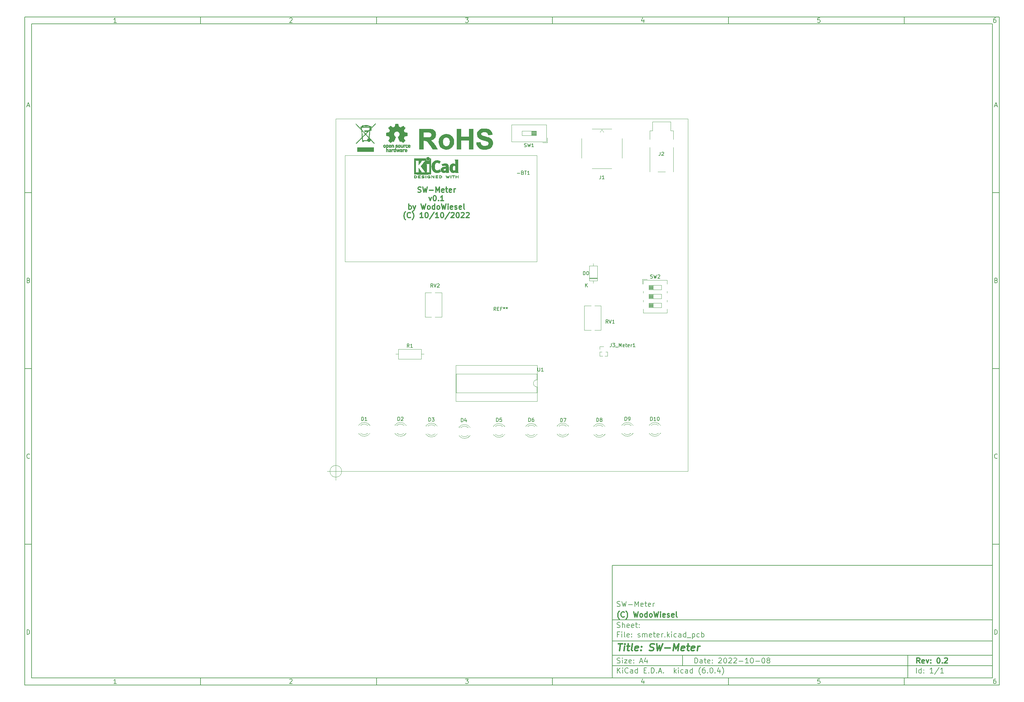
<source format=gbr>
%TF.GenerationSoftware,KiCad,Pcbnew,(6.0.4)*%
%TF.CreationDate,2022-10-08T16:22:46+02:00*%
%TF.ProjectId,smeter,736d6574-6572-42e6-9b69-6361645f7063,0.2*%
%TF.SameCoordinates,PX5de3a50PY84ba458*%
%TF.FileFunction,Legend,Top*%
%TF.FilePolarity,Positive*%
%FSLAX46Y46*%
G04 Gerber Fmt 4.6, Leading zero omitted, Abs format (unit mm)*
G04 Created by KiCad (PCBNEW (6.0.4)) date 2022-10-08 16:22:46*
%MOMM*%
%LPD*%
G01*
G04 APERTURE LIST*
%ADD10C,0.100000*%
%ADD11C,0.150000*%
%ADD12C,0.300000*%
%ADD13C,0.400000*%
%TA.AperFunction,Profile*%
%ADD14C,0.100000*%
%TD*%
%ADD15C,0.010000*%
%ADD16C,0.120000*%
G04 APERTURE END LIST*
D10*
D11*
X78552200Y-26832200D02*
X78552200Y-58832200D01*
X186552200Y-58832200D01*
X186552200Y-26832200D01*
X78552200Y-26832200D01*
D10*
D11*
X-88450000Y129175000D02*
X-88450000Y-60832200D01*
X188552200Y-60832200D01*
X188552200Y129175000D01*
X-88450000Y129175000D01*
D10*
D11*
X-86450000Y127175000D02*
X-86450000Y-58832200D01*
X186552200Y-58832200D01*
X186552200Y127175000D01*
X-86450000Y127175000D01*
D10*
D11*
X-38450000Y127175000D02*
X-38450000Y129175000D01*
D10*
D11*
X11550000Y127175000D02*
X11550000Y129175000D01*
D10*
D11*
X61550000Y127175000D02*
X61550000Y129175000D01*
D10*
D11*
X111550000Y127175000D02*
X111550000Y129175000D01*
D10*
D11*
X161550000Y127175000D02*
X161550000Y129175000D01*
D10*
D11*
X-62384524Y127586905D02*
X-63127381Y127586905D01*
X-62755953Y127586905D02*
X-62755953Y128886905D01*
X-62879762Y128701191D01*
X-63003572Y128577381D01*
X-63127381Y128515477D01*
D10*
D11*
X-13127381Y128763096D02*
X-13065477Y128825000D01*
X-12941667Y128886905D01*
X-12632143Y128886905D01*
X-12508334Y128825000D01*
X-12446429Y128763096D01*
X-12384524Y128639286D01*
X-12384524Y128515477D01*
X-12446429Y128329762D01*
X-13189286Y127586905D01*
X-12384524Y127586905D01*
D10*
D11*
X36810714Y128886905D02*
X37615476Y128886905D01*
X37182142Y128391667D01*
X37367857Y128391667D01*
X37491666Y128329762D01*
X37553571Y128267858D01*
X37615476Y128144048D01*
X37615476Y127834524D01*
X37553571Y127710715D01*
X37491666Y127648810D01*
X37367857Y127586905D01*
X36996428Y127586905D01*
X36872619Y127648810D01*
X36810714Y127710715D01*
D10*
D11*
X87491666Y128453572D02*
X87491666Y127586905D01*
X87182142Y128948810D02*
X86872619Y128020239D01*
X87677380Y128020239D01*
D10*
D11*
X137553571Y128886905D02*
X136934523Y128886905D01*
X136872619Y128267858D01*
X136934523Y128329762D01*
X137058333Y128391667D01*
X137367857Y128391667D01*
X137491666Y128329762D01*
X137553571Y128267858D01*
X137615476Y128144048D01*
X137615476Y127834524D01*
X137553571Y127710715D01*
X137491666Y127648810D01*
X137367857Y127586905D01*
X137058333Y127586905D01*
X136934523Y127648810D01*
X136872619Y127710715D01*
D10*
D11*
X187491666Y128886905D02*
X187244047Y128886905D01*
X187120238Y128825000D01*
X187058333Y128763096D01*
X186934523Y128577381D01*
X186872619Y128329762D01*
X186872619Y127834524D01*
X186934523Y127710715D01*
X186996428Y127648810D01*
X187120238Y127586905D01*
X187367857Y127586905D01*
X187491666Y127648810D01*
X187553571Y127710715D01*
X187615476Y127834524D01*
X187615476Y128144048D01*
X187553571Y128267858D01*
X187491666Y128329762D01*
X187367857Y128391667D01*
X187120238Y128391667D01*
X186996428Y128329762D01*
X186934523Y128267858D01*
X186872619Y128144048D01*
D10*
D11*
X-38450000Y-58832200D02*
X-38450000Y-60832200D01*
D10*
D11*
X11550000Y-58832200D02*
X11550000Y-60832200D01*
D10*
D11*
X61550000Y-58832200D02*
X61550000Y-60832200D01*
D10*
D11*
X111550000Y-58832200D02*
X111550000Y-60832200D01*
D10*
D11*
X161550000Y-58832200D02*
X161550000Y-60832200D01*
D10*
D11*
X-62384524Y-60420295D02*
X-63127381Y-60420295D01*
X-62755953Y-60420295D02*
X-62755953Y-59120295D01*
X-62879762Y-59306009D01*
X-63003572Y-59429819D01*
X-63127381Y-59491723D01*
D10*
D11*
X-13127381Y-59244104D02*
X-13065477Y-59182200D01*
X-12941667Y-59120295D01*
X-12632143Y-59120295D01*
X-12508334Y-59182200D01*
X-12446429Y-59244104D01*
X-12384524Y-59367914D01*
X-12384524Y-59491723D01*
X-12446429Y-59677438D01*
X-13189286Y-60420295D01*
X-12384524Y-60420295D01*
D10*
D11*
X36810714Y-59120295D02*
X37615476Y-59120295D01*
X37182142Y-59615533D01*
X37367857Y-59615533D01*
X37491666Y-59677438D01*
X37553571Y-59739342D01*
X37615476Y-59863152D01*
X37615476Y-60172676D01*
X37553571Y-60296485D01*
X37491666Y-60358390D01*
X37367857Y-60420295D01*
X36996428Y-60420295D01*
X36872619Y-60358390D01*
X36810714Y-60296485D01*
D10*
D11*
X87491666Y-59553628D02*
X87491666Y-60420295D01*
X87182142Y-59058390D02*
X86872619Y-59986961D01*
X87677380Y-59986961D01*
D10*
D11*
X137553571Y-59120295D02*
X136934523Y-59120295D01*
X136872619Y-59739342D01*
X136934523Y-59677438D01*
X137058333Y-59615533D01*
X137367857Y-59615533D01*
X137491666Y-59677438D01*
X137553571Y-59739342D01*
X137615476Y-59863152D01*
X137615476Y-60172676D01*
X137553571Y-60296485D01*
X137491666Y-60358390D01*
X137367857Y-60420295D01*
X137058333Y-60420295D01*
X136934523Y-60358390D01*
X136872619Y-60296485D01*
D10*
D11*
X187491666Y-59120295D02*
X187244047Y-59120295D01*
X187120238Y-59182200D01*
X187058333Y-59244104D01*
X186934523Y-59429819D01*
X186872619Y-59677438D01*
X186872619Y-60172676D01*
X186934523Y-60296485D01*
X186996428Y-60358390D01*
X187120238Y-60420295D01*
X187367857Y-60420295D01*
X187491666Y-60358390D01*
X187553571Y-60296485D01*
X187615476Y-60172676D01*
X187615476Y-59863152D01*
X187553571Y-59739342D01*
X187491666Y-59677438D01*
X187367857Y-59615533D01*
X187120238Y-59615533D01*
X186996428Y-59677438D01*
X186934523Y-59739342D01*
X186872619Y-59863152D01*
D10*
D11*
X-88450000Y79175000D02*
X-86450000Y79175000D01*
D10*
D11*
X-88450000Y29175000D02*
X-86450000Y29175000D01*
D10*
D11*
X-88450000Y-20825000D02*
X-86450000Y-20825000D01*
D10*
D11*
X-87759524Y103958334D02*
X-87140477Y103958334D01*
X-87883334Y103586905D02*
X-87450000Y104886905D01*
X-87016667Y103586905D01*
D10*
D11*
X-87357143Y54267858D02*
X-87171429Y54205953D01*
X-87109524Y54144048D01*
X-87047620Y54020239D01*
X-87047620Y53834524D01*
X-87109524Y53710715D01*
X-87171429Y53648810D01*
X-87295239Y53586905D01*
X-87790477Y53586905D01*
X-87790477Y54886905D01*
X-87357143Y54886905D01*
X-87233334Y54825000D01*
X-87171429Y54763096D01*
X-87109524Y54639286D01*
X-87109524Y54515477D01*
X-87171429Y54391667D01*
X-87233334Y54329762D01*
X-87357143Y54267858D01*
X-87790477Y54267858D01*
D10*
D11*
X-87047620Y3710715D02*
X-87109524Y3648810D01*
X-87295239Y3586905D01*
X-87419048Y3586905D01*
X-87604762Y3648810D01*
X-87728572Y3772620D01*
X-87790477Y3896429D01*
X-87852381Y4144048D01*
X-87852381Y4329762D01*
X-87790477Y4577381D01*
X-87728572Y4701191D01*
X-87604762Y4825000D01*
X-87419048Y4886905D01*
X-87295239Y4886905D01*
X-87109524Y4825000D01*
X-87047620Y4763096D01*
D10*
D11*
X-87790477Y-46413095D02*
X-87790477Y-45113095D01*
X-87480953Y-45113095D01*
X-87295239Y-45175000D01*
X-87171429Y-45298809D01*
X-87109524Y-45422619D01*
X-87047620Y-45670238D01*
X-87047620Y-45855952D01*
X-87109524Y-46103571D01*
X-87171429Y-46227380D01*
X-87295239Y-46351190D01*
X-87480953Y-46413095D01*
X-87790477Y-46413095D01*
D10*
D11*
X188552200Y79175000D02*
X186552200Y79175000D01*
D10*
D11*
X188552200Y29175000D02*
X186552200Y29175000D01*
D10*
D11*
X188552200Y-20825000D02*
X186552200Y-20825000D01*
D10*
D11*
X187242676Y103958334D02*
X187861723Y103958334D01*
X187118866Y103586905D02*
X187552200Y104886905D01*
X187985533Y103586905D01*
D10*
D11*
X187645057Y54267858D02*
X187830771Y54205953D01*
X187892676Y54144048D01*
X187954580Y54020239D01*
X187954580Y53834524D01*
X187892676Y53710715D01*
X187830771Y53648810D01*
X187706961Y53586905D01*
X187211723Y53586905D01*
X187211723Y54886905D01*
X187645057Y54886905D01*
X187768866Y54825000D01*
X187830771Y54763096D01*
X187892676Y54639286D01*
X187892676Y54515477D01*
X187830771Y54391667D01*
X187768866Y54329762D01*
X187645057Y54267858D01*
X187211723Y54267858D01*
D10*
D11*
X187954580Y3710715D02*
X187892676Y3648810D01*
X187706961Y3586905D01*
X187583152Y3586905D01*
X187397438Y3648810D01*
X187273628Y3772620D01*
X187211723Y3896429D01*
X187149819Y4144048D01*
X187149819Y4329762D01*
X187211723Y4577381D01*
X187273628Y4701191D01*
X187397438Y4825000D01*
X187583152Y4886905D01*
X187706961Y4886905D01*
X187892676Y4825000D01*
X187954580Y4763096D01*
D10*
D11*
X187211723Y-46413095D02*
X187211723Y-45113095D01*
X187521247Y-45113095D01*
X187706961Y-45175000D01*
X187830771Y-45298809D01*
X187892676Y-45422619D01*
X187954580Y-45670238D01*
X187954580Y-45855952D01*
X187892676Y-46103571D01*
X187830771Y-46227380D01*
X187706961Y-46351190D01*
X187521247Y-46413095D01*
X187211723Y-46413095D01*
D10*
D11*
X101984342Y-54610771D02*
X101984342Y-53110771D01*
X102341485Y-53110771D01*
X102555771Y-53182200D01*
X102698628Y-53325057D01*
X102770057Y-53467914D01*
X102841485Y-53753628D01*
X102841485Y-53967914D01*
X102770057Y-54253628D01*
X102698628Y-54396485D01*
X102555771Y-54539342D01*
X102341485Y-54610771D01*
X101984342Y-54610771D01*
X104127200Y-54610771D02*
X104127200Y-53825057D01*
X104055771Y-53682200D01*
X103912914Y-53610771D01*
X103627200Y-53610771D01*
X103484342Y-53682200D01*
X104127200Y-54539342D02*
X103984342Y-54610771D01*
X103627200Y-54610771D01*
X103484342Y-54539342D01*
X103412914Y-54396485D01*
X103412914Y-54253628D01*
X103484342Y-54110771D01*
X103627200Y-54039342D01*
X103984342Y-54039342D01*
X104127200Y-53967914D01*
X104627200Y-53610771D02*
X105198628Y-53610771D01*
X104841485Y-53110771D02*
X104841485Y-54396485D01*
X104912914Y-54539342D01*
X105055771Y-54610771D01*
X105198628Y-54610771D01*
X106270057Y-54539342D02*
X106127200Y-54610771D01*
X105841485Y-54610771D01*
X105698628Y-54539342D01*
X105627200Y-54396485D01*
X105627200Y-53825057D01*
X105698628Y-53682200D01*
X105841485Y-53610771D01*
X106127200Y-53610771D01*
X106270057Y-53682200D01*
X106341485Y-53825057D01*
X106341485Y-53967914D01*
X105627200Y-54110771D01*
X106984342Y-54467914D02*
X107055771Y-54539342D01*
X106984342Y-54610771D01*
X106912914Y-54539342D01*
X106984342Y-54467914D01*
X106984342Y-54610771D01*
X106984342Y-53682200D02*
X107055771Y-53753628D01*
X106984342Y-53825057D01*
X106912914Y-53753628D01*
X106984342Y-53682200D01*
X106984342Y-53825057D01*
X108770057Y-53253628D02*
X108841485Y-53182200D01*
X108984342Y-53110771D01*
X109341485Y-53110771D01*
X109484342Y-53182200D01*
X109555771Y-53253628D01*
X109627200Y-53396485D01*
X109627200Y-53539342D01*
X109555771Y-53753628D01*
X108698628Y-54610771D01*
X109627200Y-54610771D01*
X110555771Y-53110771D02*
X110698628Y-53110771D01*
X110841485Y-53182200D01*
X110912914Y-53253628D01*
X110984342Y-53396485D01*
X111055771Y-53682200D01*
X111055771Y-54039342D01*
X110984342Y-54325057D01*
X110912914Y-54467914D01*
X110841485Y-54539342D01*
X110698628Y-54610771D01*
X110555771Y-54610771D01*
X110412914Y-54539342D01*
X110341485Y-54467914D01*
X110270057Y-54325057D01*
X110198628Y-54039342D01*
X110198628Y-53682200D01*
X110270057Y-53396485D01*
X110341485Y-53253628D01*
X110412914Y-53182200D01*
X110555771Y-53110771D01*
X111627200Y-53253628D02*
X111698628Y-53182200D01*
X111841485Y-53110771D01*
X112198628Y-53110771D01*
X112341485Y-53182200D01*
X112412914Y-53253628D01*
X112484342Y-53396485D01*
X112484342Y-53539342D01*
X112412914Y-53753628D01*
X111555771Y-54610771D01*
X112484342Y-54610771D01*
X113055771Y-53253628D02*
X113127200Y-53182200D01*
X113270057Y-53110771D01*
X113627200Y-53110771D01*
X113770057Y-53182200D01*
X113841485Y-53253628D01*
X113912914Y-53396485D01*
X113912914Y-53539342D01*
X113841485Y-53753628D01*
X112984342Y-54610771D01*
X113912914Y-54610771D01*
X114555771Y-54039342D02*
X115698628Y-54039342D01*
X117198628Y-54610771D02*
X116341485Y-54610771D01*
X116770057Y-54610771D02*
X116770057Y-53110771D01*
X116627200Y-53325057D01*
X116484342Y-53467914D01*
X116341485Y-53539342D01*
X118127200Y-53110771D02*
X118270057Y-53110771D01*
X118412914Y-53182200D01*
X118484342Y-53253628D01*
X118555771Y-53396485D01*
X118627200Y-53682200D01*
X118627200Y-54039342D01*
X118555771Y-54325057D01*
X118484342Y-54467914D01*
X118412914Y-54539342D01*
X118270057Y-54610771D01*
X118127200Y-54610771D01*
X117984342Y-54539342D01*
X117912914Y-54467914D01*
X117841485Y-54325057D01*
X117770057Y-54039342D01*
X117770057Y-53682200D01*
X117841485Y-53396485D01*
X117912914Y-53253628D01*
X117984342Y-53182200D01*
X118127200Y-53110771D01*
X119270057Y-54039342D02*
X120412914Y-54039342D01*
X121412914Y-53110771D02*
X121555771Y-53110771D01*
X121698628Y-53182200D01*
X121770057Y-53253628D01*
X121841485Y-53396485D01*
X121912914Y-53682200D01*
X121912914Y-54039342D01*
X121841485Y-54325057D01*
X121770057Y-54467914D01*
X121698628Y-54539342D01*
X121555771Y-54610771D01*
X121412914Y-54610771D01*
X121270057Y-54539342D01*
X121198628Y-54467914D01*
X121127200Y-54325057D01*
X121055771Y-54039342D01*
X121055771Y-53682200D01*
X121127200Y-53396485D01*
X121198628Y-53253628D01*
X121270057Y-53182200D01*
X121412914Y-53110771D01*
X122770057Y-53753628D02*
X122627200Y-53682200D01*
X122555771Y-53610771D01*
X122484342Y-53467914D01*
X122484342Y-53396485D01*
X122555771Y-53253628D01*
X122627200Y-53182200D01*
X122770057Y-53110771D01*
X123055771Y-53110771D01*
X123198628Y-53182200D01*
X123270057Y-53253628D01*
X123341485Y-53396485D01*
X123341485Y-53467914D01*
X123270057Y-53610771D01*
X123198628Y-53682200D01*
X123055771Y-53753628D01*
X122770057Y-53753628D01*
X122627200Y-53825057D01*
X122555771Y-53896485D01*
X122484342Y-54039342D01*
X122484342Y-54325057D01*
X122555771Y-54467914D01*
X122627200Y-54539342D01*
X122770057Y-54610771D01*
X123055771Y-54610771D01*
X123198628Y-54539342D01*
X123270057Y-54467914D01*
X123341485Y-54325057D01*
X123341485Y-54039342D01*
X123270057Y-53896485D01*
X123198628Y-53825057D01*
X123055771Y-53753628D01*
D10*
D11*
X78552200Y-55332200D02*
X186552200Y-55332200D01*
D10*
D11*
X79984342Y-57410771D02*
X79984342Y-55910771D01*
X80841485Y-57410771D02*
X80198628Y-56553628D01*
X80841485Y-55910771D02*
X79984342Y-56767914D01*
X81484342Y-57410771D02*
X81484342Y-56410771D01*
X81484342Y-55910771D02*
X81412914Y-55982200D01*
X81484342Y-56053628D01*
X81555771Y-55982200D01*
X81484342Y-55910771D01*
X81484342Y-56053628D01*
X83055771Y-57267914D02*
X82984342Y-57339342D01*
X82770057Y-57410771D01*
X82627200Y-57410771D01*
X82412914Y-57339342D01*
X82270057Y-57196485D01*
X82198628Y-57053628D01*
X82127200Y-56767914D01*
X82127200Y-56553628D01*
X82198628Y-56267914D01*
X82270057Y-56125057D01*
X82412914Y-55982200D01*
X82627200Y-55910771D01*
X82770057Y-55910771D01*
X82984342Y-55982200D01*
X83055771Y-56053628D01*
X84341485Y-57410771D02*
X84341485Y-56625057D01*
X84270057Y-56482200D01*
X84127200Y-56410771D01*
X83841485Y-56410771D01*
X83698628Y-56482200D01*
X84341485Y-57339342D02*
X84198628Y-57410771D01*
X83841485Y-57410771D01*
X83698628Y-57339342D01*
X83627200Y-57196485D01*
X83627200Y-57053628D01*
X83698628Y-56910771D01*
X83841485Y-56839342D01*
X84198628Y-56839342D01*
X84341485Y-56767914D01*
X85698628Y-57410771D02*
X85698628Y-55910771D01*
X85698628Y-57339342D02*
X85555771Y-57410771D01*
X85270057Y-57410771D01*
X85127200Y-57339342D01*
X85055771Y-57267914D01*
X84984342Y-57125057D01*
X84984342Y-56696485D01*
X85055771Y-56553628D01*
X85127200Y-56482200D01*
X85270057Y-56410771D01*
X85555771Y-56410771D01*
X85698628Y-56482200D01*
X87555771Y-56625057D02*
X88055771Y-56625057D01*
X88270057Y-57410771D02*
X87555771Y-57410771D01*
X87555771Y-55910771D01*
X88270057Y-55910771D01*
X88912914Y-57267914D02*
X88984342Y-57339342D01*
X88912914Y-57410771D01*
X88841485Y-57339342D01*
X88912914Y-57267914D01*
X88912914Y-57410771D01*
X89627200Y-57410771D02*
X89627200Y-55910771D01*
X89984342Y-55910771D01*
X90198628Y-55982200D01*
X90341485Y-56125057D01*
X90412914Y-56267914D01*
X90484342Y-56553628D01*
X90484342Y-56767914D01*
X90412914Y-57053628D01*
X90341485Y-57196485D01*
X90198628Y-57339342D01*
X89984342Y-57410771D01*
X89627200Y-57410771D01*
X91127200Y-57267914D02*
X91198628Y-57339342D01*
X91127200Y-57410771D01*
X91055771Y-57339342D01*
X91127200Y-57267914D01*
X91127200Y-57410771D01*
X91770057Y-56982200D02*
X92484342Y-56982200D01*
X91627200Y-57410771D02*
X92127200Y-55910771D01*
X92627200Y-57410771D01*
X93127200Y-57267914D02*
X93198628Y-57339342D01*
X93127200Y-57410771D01*
X93055771Y-57339342D01*
X93127200Y-57267914D01*
X93127200Y-57410771D01*
X96127200Y-57410771D02*
X96127200Y-55910771D01*
X96270057Y-56839342D02*
X96698628Y-57410771D01*
X96698628Y-56410771D02*
X96127200Y-56982200D01*
X97341485Y-57410771D02*
X97341485Y-56410771D01*
X97341485Y-55910771D02*
X97270057Y-55982200D01*
X97341485Y-56053628D01*
X97412914Y-55982200D01*
X97341485Y-55910771D01*
X97341485Y-56053628D01*
X98698628Y-57339342D02*
X98555771Y-57410771D01*
X98270057Y-57410771D01*
X98127200Y-57339342D01*
X98055771Y-57267914D01*
X97984342Y-57125057D01*
X97984342Y-56696485D01*
X98055771Y-56553628D01*
X98127200Y-56482200D01*
X98270057Y-56410771D01*
X98555771Y-56410771D01*
X98698628Y-56482200D01*
X99984342Y-57410771D02*
X99984342Y-56625057D01*
X99912914Y-56482200D01*
X99770057Y-56410771D01*
X99484342Y-56410771D01*
X99341485Y-56482200D01*
X99984342Y-57339342D02*
X99841485Y-57410771D01*
X99484342Y-57410771D01*
X99341485Y-57339342D01*
X99270057Y-57196485D01*
X99270057Y-57053628D01*
X99341485Y-56910771D01*
X99484342Y-56839342D01*
X99841485Y-56839342D01*
X99984342Y-56767914D01*
X101341485Y-57410771D02*
X101341485Y-55910771D01*
X101341485Y-57339342D02*
X101198628Y-57410771D01*
X100912914Y-57410771D01*
X100770057Y-57339342D01*
X100698628Y-57267914D01*
X100627200Y-57125057D01*
X100627200Y-56696485D01*
X100698628Y-56553628D01*
X100770057Y-56482200D01*
X100912914Y-56410771D01*
X101198628Y-56410771D01*
X101341485Y-56482200D01*
X103627200Y-57982200D02*
X103555771Y-57910771D01*
X103412914Y-57696485D01*
X103341485Y-57553628D01*
X103270057Y-57339342D01*
X103198628Y-56982200D01*
X103198628Y-56696485D01*
X103270057Y-56339342D01*
X103341485Y-56125057D01*
X103412914Y-55982200D01*
X103555771Y-55767914D01*
X103627200Y-55696485D01*
X104841485Y-55910771D02*
X104555771Y-55910771D01*
X104412914Y-55982200D01*
X104341485Y-56053628D01*
X104198628Y-56267914D01*
X104127200Y-56553628D01*
X104127200Y-57125057D01*
X104198628Y-57267914D01*
X104270057Y-57339342D01*
X104412914Y-57410771D01*
X104698628Y-57410771D01*
X104841485Y-57339342D01*
X104912914Y-57267914D01*
X104984342Y-57125057D01*
X104984342Y-56767914D01*
X104912914Y-56625057D01*
X104841485Y-56553628D01*
X104698628Y-56482200D01*
X104412914Y-56482200D01*
X104270057Y-56553628D01*
X104198628Y-56625057D01*
X104127200Y-56767914D01*
X105627200Y-57267914D02*
X105698628Y-57339342D01*
X105627200Y-57410771D01*
X105555771Y-57339342D01*
X105627200Y-57267914D01*
X105627200Y-57410771D01*
X106627200Y-55910771D02*
X106770057Y-55910771D01*
X106912914Y-55982200D01*
X106984342Y-56053628D01*
X107055771Y-56196485D01*
X107127200Y-56482200D01*
X107127200Y-56839342D01*
X107055771Y-57125057D01*
X106984342Y-57267914D01*
X106912914Y-57339342D01*
X106770057Y-57410771D01*
X106627200Y-57410771D01*
X106484342Y-57339342D01*
X106412914Y-57267914D01*
X106341485Y-57125057D01*
X106270057Y-56839342D01*
X106270057Y-56482200D01*
X106341485Y-56196485D01*
X106412914Y-56053628D01*
X106484342Y-55982200D01*
X106627200Y-55910771D01*
X107770057Y-57267914D02*
X107841485Y-57339342D01*
X107770057Y-57410771D01*
X107698628Y-57339342D01*
X107770057Y-57267914D01*
X107770057Y-57410771D01*
X109127200Y-56410771D02*
X109127200Y-57410771D01*
X108770057Y-55839342D02*
X108412914Y-56910771D01*
X109341485Y-56910771D01*
X109770057Y-57982200D02*
X109841485Y-57910771D01*
X109984342Y-57696485D01*
X110055771Y-57553628D01*
X110127200Y-57339342D01*
X110198628Y-56982200D01*
X110198628Y-56696485D01*
X110127200Y-56339342D01*
X110055771Y-56125057D01*
X109984342Y-55982200D01*
X109841485Y-55767914D01*
X109770057Y-55696485D01*
D10*
D11*
X78552200Y-52332200D02*
X186552200Y-52332200D01*
D10*
D12*
X165961485Y-54610771D02*
X165461485Y-53896485D01*
X165104342Y-54610771D02*
X165104342Y-53110771D01*
X165675771Y-53110771D01*
X165818628Y-53182200D01*
X165890057Y-53253628D01*
X165961485Y-53396485D01*
X165961485Y-53610771D01*
X165890057Y-53753628D01*
X165818628Y-53825057D01*
X165675771Y-53896485D01*
X165104342Y-53896485D01*
X167175771Y-54539342D02*
X167032914Y-54610771D01*
X166747200Y-54610771D01*
X166604342Y-54539342D01*
X166532914Y-54396485D01*
X166532914Y-53825057D01*
X166604342Y-53682200D01*
X166747200Y-53610771D01*
X167032914Y-53610771D01*
X167175771Y-53682200D01*
X167247200Y-53825057D01*
X167247200Y-53967914D01*
X166532914Y-54110771D01*
X167747200Y-53610771D02*
X168104342Y-54610771D01*
X168461485Y-53610771D01*
X169032914Y-54467914D02*
X169104342Y-54539342D01*
X169032914Y-54610771D01*
X168961485Y-54539342D01*
X169032914Y-54467914D01*
X169032914Y-54610771D01*
X169032914Y-53682200D02*
X169104342Y-53753628D01*
X169032914Y-53825057D01*
X168961485Y-53753628D01*
X169032914Y-53682200D01*
X169032914Y-53825057D01*
X171175771Y-53110771D02*
X171318628Y-53110771D01*
X171461485Y-53182200D01*
X171532914Y-53253628D01*
X171604342Y-53396485D01*
X171675771Y-53682200D01*
X171675771Y-54039342D01*
X171604342Y-54325057D01*
X171532914Y-54467914D01*
X171461485Y-54539342D01*
X171318628Y-54610771D01*
X171175771Y-54610771D01*
X171032914Y-54539342D01*
X170961485Y-54467914D01*
X170890057Y-54325057D01*
X170818628Y-54039342D01*
X170818628Y-53682200D01*
X170890057Y-53396485D01*
X170961485Y-53253628D01*
X171032914Y-53182200D01*
X171175771Y-53110771D01*
X172318628Y-54467914D02*
X172390057Y-54539342D01*
X172318628Y-54610771D01*
X172247200Y-54539342D01*
X172318628Y-54467914D01*
X172318628Y-54610771D01*
X172961485Y-53253628D02*
X173032914Y-53182200D01*
X173175771Y-53110771D01*
X173532914Y-53110771D01*
X173675771Y-53182200D01*
X173747200Y-53253628D01*
X173818628Y-53396485D01*
X173818628Y-53539342D01*
X173747200Y-53753628D01*
X172890057Y-54610771D01*
X173818628Y-54610771D01*
D10*
D11*
X79912914Y-54539342D02*
X80127200Y-54610771D01*
X80484342Y-54610771D01*
X80627200Y-54539342D01*
X80698628Y-54467914D01*
X80770057Y-54325057D01*
X80770057Y-54182200D01*
X80698628Y-54039342D01*
X80627200Y-53967914D01*
X80484342Y-53896485D01*
X80198628Y-53825057D01*
X80055771Y-53753628D01*
X79984342Y-53682200D01*
X79912914Y-53539342D01*
X79912914Y-53396485D01*
X79984342Y-53253628D01*
X80055771Y-53182200D01*
X80198628Y-53110771D01*
X80555771Y-53110771D01*
X80770057Y-53182200D01*
X81412914Y-54610771D02*
X81412914Y-53610771D01*
X81412914Y-53110771D02*
X81341485Y-53182200D01*
X81412914Y-53253628D01*
X81484342Y-53182200D01*
X81412914Y-53110771D01*
X81412914Y-53253628D01*
X81984342Y-53610771D02*
X82770057Y-53610771D01*
X81984342Y-54610771D01*
X82770057Y-54610771D01*
X83912914Y-54539342D02*
X83770057Y-54610771D01*
X83484342Y-54610771D01*
X83341485Y-54539342D01*
X83270057Y-54396485D01*
X83270057Y-53825057D01*
X83341485Y-53682200D01*
X83484342Y-53610771D01*
X83770057Y-53610771D01*
X83912914Y-53682200D01*
X83984342Y-53825057D01*
X83984342Y-53967914D01*
X83270057Y-54110771D01*
X84627200Y-54467914D02*
X84698628Y-54539342D01*
X84627200Y-54610771D01*
X84555771Y-54539342D01*
X84627200Y-54467914D01*
X84627200Y-54610771D01*
X84627200Y-53682200D02*
X84698628Y-53753628D01*
X84627200Y-53825057D01*
X84555771Y-53753628D01*
X84627200Y-53682200D01*
X84627200Y-53825057D01*
X86412914Y-54182200D02*
X87127200Y-54182200D01*
X86270057Y-54610771D02*
X86770057Y-53110771D01*
X87270057Y-54610771D01*
X88412914Y-53610771D02*
X88412914Y-54610771D01*
X88055771Y-53039342D02*
X87698628Y-54110771D01*
X88627200Y-54110771D01*
D10*
D11*
X164984342Y-57410771D02*
X164984342Y-55910771D01*
X166341485Y-57410771D02*
X166341485Y-55910771D01*
X166341485Y-57339342D02*
X166198628Y-57410771D01*
X165912914Y-57410771D01*
X165770057Y-57339342D01*
X165698628Y-57267914D01*
X165627200Y-57125057D01*
X165627200Y-56696485D01*
X165698628Y-56553628D01*
X165770057Y-56482200D01*
X165912914Y-56410771D01*
X166198628Y-56410771D01*
X166341485Y-56482200D01*
X167055771Y-57267914D02*
X167127200Y-57339342D01*
X167055771Y-57410771D01*
X166984342Y-57339342D01*
X167055771Y-57267914D01*
X167055771Y-57410771D01*
X167055771Y-56482200D02*
X167127200Y-56553628D01*
X167055771Y-56625057D01*
X166984342Y-56553628D01*
X167055771Y-56482200D01*
X167055771Y-56625057D01*
X169698628Y-57410771D02*
X168841485Y-57410771D01*
X169270057Y-57410771D02*
X169270057Y-55910771D01*
X169127200Y-56125057D01*
X168984342Y-56267914D01*
X168841485Y-56339342D01*
X171412914Y-55839342D02*
X170127200Y-57767914D01*
X172698628Y-57410771D02*
X171841485Y-57410771D01*
X172270057Y-57410771D02*
X172270057Y-55910771D01*
X172127200Y-56125057D01*
X171984342Y-56267914D01*
X171841485Y-56339342D01*
D10*
D11*
X78552200Y-48332200D02*
X186552200Y-48332200D01*
D10*
D13*
X80264580Y-49036961D02*
X81407438Y-49036961D01*
X80586009Y-51036961D02*
X80836009Y-49036961D01*
X81824104Y-51036961D02*
X81990771Y-49703628D01*
X82074104Y-49036961D02*
X81966961Y-49132200D01*
X82050295Y-49227438D01*
X82157438Y-49132200D01*
X82074104Y-49036961D01*
X82050295Y-49227438D01*
X82657438Y-49703628D02*
X83419342Y-49703628D01*
X83026485Y-49036961D02*
X82812200Y-50751247D01*
X82883628Y-50941723D01*
X83062200Y-51036961D01*
X83252676Y-51036961D01*
X84205057Y-51036961D02*
X84026485Y-50941723D01*
X83955057Y-50751247D01*
X84169342Y-49036961D01*
X85740771Y-50941723D02*
X85538390Y-51036961D01*
X85157438Y-51036961D01*
X84978866Y-50941723D01*
X84907438Y-50751247D01*
X85002676Y-49989342D01*
X85121723Y-49798866D01*
X85324104Y-49703628D01*
X85705057Y-49703628D01*
X85883628Y-49798866D01*
X85955057Y-49989342D01*
X85931247Y-50179819D01*
X84955057Y-50370295D01*
X86705057Y-50846485D02*
X86788390Y-50941723D01*
X86681247Y-51036961D01*
X86597914Y-50941723D01*
X86705057Y-50846485D01*
X86681247Y-51036961D01*
X86836009Y-49798866D02*
X86919342Y-49894104D01*
X86812200Y-49989342D01*
X86728866Y-49894104D01*
X86836009Y-49798866D01*
X86812200Y-49989342D01*
X89074104Y-50941723D02*
X89347914Y-51036961D01*
X89824104Y-51036961D01*
X90026485Y-50941723D01*
X90133628Y-50846485D01*
X90252676Y-50656009D01*
X90276485Y-50465533D01*
X90205057Y-50275057D01*
X90121723Y-50179819D01*
X89943152Y-50084580D01*
X89574104Y-49989342D01*
X89395533Y-49894104D01*
X89312200Y-49798866D01*
X89240771Y-49608390D01*
X89264580Y-49417914D01*
X89383628Y-49227438D01*
X89490771Y-49132200D01*
X89693152Y-49036961D01*
X90169342Y-49036961D01*
X90443152Y-49132200D01*
X91121723Y-49036961D02*
X91347914Y-51036961D01*
X91907438Y-49608390D01*
X92109819Y-51036961D01*
X92836009Y-49036961D01*
X93443152Y-50275057D02*
X94966961Y-50275057D01*
X95824104Y-51036961D02*
X96074104Y-49036961D01*
X96562200Y-50465533D01*
X97407438Y-49036961D01*
X97157438Y-51036961D01*
X98883628Y-50941723D02*
X98681247Y-51036961D01*
X98300295Y-51036961D01*
X98121723Y-50941723D01*
X98050295Y-50751247D01*
X98145533Y-49989342D01*
X98264580Y-49798866D01*
X98466961Y-49703628D01*
X98847914Y-49703628D01*
X99026485Y-49798866D01*
X99097914Y-49989342D01*
X99074104Y-50179819D01*
X98097914Y-50370295D01*
X99705057Y-49703628D02*
X100466961Y-49703628D01*
X100074104Y-49036961D02*
X99859819Y-50751247D01*
X99931247Y-50941723D01*
X100109819Y-51036961D01*
X100300295Y-51036961D01*
X101740771Y-50941723D02*
X101538390Y-51036961D01*
X101157438Y-51036961D01*
X100978866Y-50941723D01*
X100907438Y-50751247D01*
X101002676Y-49989342D01*
X101121723Y-49798866D01*
X101324104Y-49703628D01*
X101705057Y-49703628D01*
X101883628Y-49798866D01*
X101955057Y-49989342D01*
X101931247Y-50179819D01*
X100955057Y-50370295D01*
X102681247Y-51036961D02*
X102847914Y-49703628D01*
X102800295Y-50084580D02*
X102919342Y-49894104D01*
X103026485Y-49798866D01*
X103228866Y-49703628D01*
X103419342Y-49703628D01*
D10*
D11*
X80484342Y-46425057D02*
X79984342Y-46425057D01*
X79984342Y-47210771D02*
X79984342Y-45710771D01*
X80698628Y-45710771D01*
X81270057Y-47210771D02*
X81270057Y-46210771D01*
X81270057Y-45710771D02*
X81198628Y-45782200D01*
X81270057Y-45853628D01*
X81341485Y-45782200D01*
X81270057Y-45710771D01*
X81270057Y-45853628D01*
X82198628Y-47210771D02*
X82055771Y-47139342D01*
X81984342Y-46996485D01*
X81984342Y-45710771D01*
X83341485Y-47139342D02*
X83198628Y-47210771D01*
X82912914Y-47210771D01*
X82770057Y-47139342D01*
X82698628Y-46996485D01*
X82698628Y-46425057D01*
X82770057Y-46282200D01*
X82912914Y-46210771D01*
X83198628Y-46210771D01*
X83341485Y-46282200D01*
X83412914Y-46425057D01*
X83412914Y-46567914D01*
X82698628Y-46710771D01*
X84055771Y-47067914D02*
X84127200Y-47139342D01*
X84055771Y-47210771D01*
X83984342Y-47139342D01*
X84055771Y-47067914D01*
X84055771Y-47210771D01*
X84055771Y-46282200D02*
X84127200Y-46353628D01*
X84055771Y-46425057D01*
X83984342Y-46353628D01*
X84055771Y-46282200D01*
X84055771Y-46425057D01*
X85841485Y-47139342D02*
X85984342Y-47210771D01*
X86270057Y-47210771D01*
X86412914Y-47139342D01*
X86484342Y-46996485D01*
X86484342Y-46925057D01*
X86412914Y-46782200D01*
X86270057Y-46710771D01*
X86055771Y-46710771D01*
X85912914Y-46639342D01*
X85841485Y-46496485D01*
X85841485Y-46425057D01*
X85912914Y-46282200D01*
X86055771Y-46210771D01*
X86270057Y-46210771D01*
X86412914Y-46282200D01*
X87127200Y-47210771D02*
X87127200Y-46210771D01*
X87127200Y-46353628D02*
X87198628Y-46282200D01*
X87341485Y-46210771D01*
X87555771Y-46210771D01*
X87698628Y-46282200D01*
X87770057Y-46425057D01*
X87770057Y-47210771D01*
X87770057Y-46425057D02*
X87841485Y-46282200D01*
X87984342Y-46210771D01*
X88198628Y-46210771D01*
X88341485Y-46282200D01*
X88412914Y-46425057D01*
X88412914Y-47210771D01*
X89698628Y-47139342D02*
X89555771Y-47210771D01*
X89270057Y-47210771D01*
X89127200Y-47139342D01*
X89055771Y-46996485D01*
X89055771Y-46425057D01*
X89127200Y-46282200D01*
X89270057Y-46210771D01*
X89555771Y-46210771D01*
X89698628Y-46282200D01*
X89770057Y-46425057D01*
X89770057Y-46567914D01*
X89055771Y-46710771D01*
X90198628Y-46210771D02*
X90770057Y-46210771D01*
X90412914Y-45710771D02*
X90412914Y-46996485D01*
X90484342Y-47139342D01*
X90627200Y-47210771D01*
X90770057Y-47210771D01*
X91841485Y-47139342D02*
X91698628Y-47210771D01*
X91412914Y-47210771D01*
X91270057Y-47139342D01*
X91198628Y-46996485D01*
X91198628Y-46425057D01*
X91270057Y-46282200D01*
X91412914Y-46210771D01*
X91698628Y-46210771D01*
X91841485Y-46282200D01*
X91912914Y-46425057D01*
X91912914Y-46567914D01*
X91198628Y-46710771D01*
X92555771Y-47210771D02*
X92555771Y-46210771D01*
X92555771Y-46496485D02*
X92627200Y-46353628D01*
X92698628Y-46282200D01*
X92841485Y-46210771D01*
X92984342Y-46210771D01*
X93484342Y-47067914D02*
X93555771Y-47139342D01*
X93484342Y-47210771D01*
X93412914Y-47139342D01*
X93484342Y-47067914D01*
X93484342Y-47210771D01*
X94198628Y-47210771D02*
X94198628Y-45710771D01*
X94341485Y-46639342D02*
X94770057Y-47210771D01*
X94770057Y-46210771D02*
X94198628Y-46782200D01*
X95412914Y-47210771D02*
X95412914Y-46210771D01*
X95412914Y-45710771D02*
X95341485Y-45782200D01*
X95412914Y-45853628D01*
X95484342Y-45782200D01*
X95412914Y-45710771D01*
X95412914Y-45853628D01*
X96770057Y-47139342D02*
X96627200Y-47210771D01*
X96341485Y-47210771D01*
X96198628Y-47139342D01*
X96127200Y-47067914D01*
X96055771Y-46925057D01*
X96055771Y-46496485D01*
X96127200Y-46353628D01*
X96198628Y-46282200D01*
X96341485Y-46210771D01*
X96627200Y-46210771D01*
X96770057Y-46282200D01*
X98055771Y-47210771D02*
X98055771Y-46425057D01*
X97984342Y-46282200D01*
X97841485Y-46210771D01*
X97555771Y-46210771D01*
X97412914Y-46282200D01*
X98055771Y-47139342D02*
X97912914Y-47210771D01*
X97555771Y-47210771D01*
X97412914Y-47139342D01*
X97341485Y-46996485D01*
X97341485Y-46853628D01*
X97412914Y-46710771D01*
X97555771Y-46639342D01*
X97912914Y-46639342D01*
X98055771Y-46567914D01*
X99412914Y-47210771D02*
X99412914Y-45710771D01*
X99412914Y-47139342D02*
X99270057Y-47210771D01*
X98984342Y-47210771D01*
X98841485Y-47139342D01*
X98770057Y-47067914D01*
X98698628Y-46925057D01*
X98698628Y-46496485D01*
X98770057Y-46353628D01*
X98841485Y-46282200D01*
X98984342Y-46210771D01*
X99270057Y-46210771D01*
X99412914Y-46282200D01*
X99770057Y-47353628D02*
X100912914Y-47353628D01*
X101270057Y-46210771D02*
X101270057Y-47710771D01*
X101270057Y-46282200D02*
X101412914Y-46210771D01*
X101698628Y-46210771D01*
X101841485Y-46282200D01*
X101912914Y-46353628D01*
X101984342Y-46496485D01*
X101984342Y-46925057D01*
X101912914Y-47067914D01*
X101841485Y-47139342D01*
X101698628Y-47210771D01*
X101412914Y-47210771D01*
X101270057Y-47139342D01*
X103270057Y-47139342D02*
X103127200Y-47210771D01*
X102841485Y-47210771D01*
X102698628Y-47139342D01*
X102627200Y-47067914D01*
X102555771Y-46925057D01*
X102555771Y-46496485D01*
X102627200Y-46353628D01*
X102698628Y-46282200D01*
X102841485Y-46210771D01*
X103127200Y-46210771D01*
X103270057Y-46282200D01*
X103912914Y-47210771D02*
X103912914Y-45710771D01*
X103912914Y-46282200D02*
X104055771Y-46210771D01*
X104341485Y-46210771D01*
X104484342Y-46282200D01*
X104555771Y-46353628D01*
X104627200Y-46496485D01*
X104627200Y-46925057D01*
X104555771Y-47067914D01*
X104484342Y-47139342D01*
X104341485Y-47210771D01*
X104055771Y-47210771D01*
X103912914Y-47139342D01*
D10*
D11*
X78552200Y-42332200D02*
X186552200Y-42332200D01*
D10*
D11*
X79912914Y-44439342D02*
X80127200Y-44510771D01*
X80484342Y-44510771D01*
X80627200Y-44439342D01*
X80698628Y-44367914D01*
X80770057Y-44225057D01*
X80770057Y-44082200D01*
X80698628Y-43939342D01*
X80627200Y-43867914D01*
X80484342Y-43796485D01*
X80198628Y-43725057D01*
X80055771Y-43653628D01*
X79984342Y-43582200D01*
X79912914Y-43439342D01*
X79912914Y-43296485D01*
X79984342Y-43153628D01*
X80055771Y-43082200D01*
X80198628Y-43010771D01*
X80555771Y-43010771D01*
X80770057Y-43082200D01*
X81412914Y-44510771D02*
X81412914Y-43010771D01*
X82055771Y-44510771D02*
X82055771Y-43725057D01*
X81984342Y-43582200D01*
X81841485Y-43510771D01*
X81627200Y-43510771D01*
X81484342Y-43582200D01*
X81412914Y-43653628D01*
X83341485Y-44439342D02*
X83198628Y-44510771D01*
X82912914Y-44510771D01*
X82770057Y-44439342D01*
X82698628Y-44296485D01*
X82698628Y-43725057D01*
X82770057Y-43582200D01*
X82912914Y-43510771D01*
X83198628Y-43510771D01*
X83341485Y-43582200D01*
X83412914Y-43725057D01*
X83412914Y-43867914D01*
X82698628Y-44010771D01*
X84627200Y-44439342D02*
X84484342Y-44510771D01*
X84198628Y-44510771D01*
X84055771Y-44439342D01*
X83984342Y-44296485D01*
X83984342Y-43725057D01*
X84055771Y-43582200D01*
X84198628Y-43510771D01*
X84484342Y-43510771D01*
X84627200Y-43582200D01*
X84698628Y-43725057D01*
X84698628Y-43867914D01*
X83984342Y-44010771D01*
X85127200Y-43510771D02*
X85698628Y-43510771D01*
X85341485Y-43010771D02*
X85341485Y-44296485D01*
X85412914Y-44439342D01*
X85555771Y-44510771D01*
X85698628Y-44510771D01*
X86198628Y-44367914D02*
X86270057Y-44439342D01*
X86198628Y-44510771D01*
X86127200Y-44439342D01*
X86198628Y-44367914D01*
X86198628Y-44510771D01*
X86198628Y-43582200D02*
X86270057Y-43653628D01*
X86198628Y-43725057D01*
X86127200Y-43653628D01*
X86198628Y-43582200D01*
X86198628Y-43725057D01*
D10*
D12*
X80532914Y-42082200D02*
X80461485Y-42010771D01*
X80318628Y-41796485D01*
X80247200Y-41653628D01*
X80175771Y-41439342D01*
X80104342Y-41082200D01*
X80104342Y-40796485D01*
X80175771Y-40439342D01*
X80247200Y-40225057D01*
X80318628Y-40082200D01*
X80461485Y-39867914D01*
X80532914Y-39796485D01*
X81961485Y-41367914D02*
X81890057Y-41439342D01*
X81675771Y-41510771D01*
X81532914Y-41510771D01*
X81318628Y-41439342D01*
X81175771Y-41296485D01*
X81104342Y-41153628D01*
X81032914Y-40867914D01*
X81032914Y-40653628D01*
X81104342Y-40367914D01*
X81175771Y-40225057D01*
X81318628Y-40082200D01*
X81532914Y-40010771D01*
X81675771Y-40010771D01*
X81890057Y-40082200D01*
X81961485Y-40153628D01*
X82461485Y-42082200D02*
X82532914Y-42010771D01*
X82675771Y-41796485D01*
X82747200Y-41653628D01*
X82818628Y-41439342D01*
X82890057Y-41082200D01*
X82890057Y-40796485D01*
X82818628Y-40439342D01*
X82747200Y-40225057D01*
X82675771Y-40082200D01*
X82532914Y-39867914D01*
X82461485Y-39796485D01*
X84604342Y-40010771D02*
X84961485Y-41510771D01*
X85247200Y-40439342D01*
X85532914Y-41510771D01*
X85890057Y-40010771D01*
X86675771Y-41510771D02*
X86532914Y-41439342D01*
X86461485Y-41367914D01*
X86390057Y-41225057D01*
X86390057Y-40796485D01*
X86461485Y-40653628D01*
X86532914Y-40582200D01*
X86675771Y-40510771D01*
X86890057Y-40510771D01*
X87032914Y-40582200D01*
X87104342Y-40653628D01*
X87175771Y-40796485D01*
X87175771Y-41225057D01*
X87104342Y-41367914D01*
X87032914Y-41439342D01*
X86890057Y-41510771D01*
X86675771Y-41510771D01*
X88461485Y-41510771D02*
X88461485Y-40010771D01*
X88461485Y-41439342D02*
X88318628Y-41510771D01*
X88032914Y-41510771D01*
X87890057Y-41439342D01*
X87818628Y-41367914D01*
X87747200Y-41225057D01*
X87747200Y-40796485D01*
X87818628Y-40653628D01*
X87890057Y-40582200D01*
X88032914Y-40510771D01*
X88318628Y-40510771D01*
X88461485Y-40582200D01*
X89390057Y-41510771D02*
X89247200Y-41439342D01*
X89175771Y-41367914D01*
X89104342Y-41225057D01*
X89104342Y-40796485D01*
X89175771Y-40653628D01*
X89247200Y-40582200D01*
X89390057Y-40510771D01*
X89604342Y-40510771D01*
X89747200Y-40582200D01*
X89818628Y-40653628D01*
X89890057Y-40796485D01*
X89890057Y-41225057D01*
X89818628Y-41367914D01*
X89747200Y-41439342D01*
X89604342Y-41510771D01*
X89390057Y-41510771D01*
X90390057Y-40010771D02*
X90747200Y-41510771D01*
X91032914Y-40439342D01*
X91318628Y-41510771D01*
X91675771Y-40010771D01*
X92247200Y-41510771D02*
X92247200Y-40510771D01*
X92247200Y-40010771D02*
X92175771Y-40082200D01*
X92247200Y-40153628D01*
X92318628Y-40082200D01*
X92247200Y-40010771D01*
X92247200Y-40153628D01*
X93532914Y-41439342D02*
X93390057Y-41510771D01*
X93104342Y-41510771D01*
X92961485Y-41439342D01*
X92890057Y-41296485D01*
X92890057Y-40725057D01*
X92961485Y-40582200D01*
X93104342Y-40510771D01*
X93390057Y-40510771D01*
X93532914Y-40582200D01*
X93604342Y-40725057D01*
X93604342Y-40867914D01*
X92890057Y-41010771D01*
X94175771Y-41439342D02*
X94318628Y-41510771D01*
X94604342Y-41510771D01*
X94747200Y-41439342D01*
X94818628Y-41296485D01*
X94818628Y-41225057D01*
X94747200Y-41082200D01*
X94604342Y-41010771D01*
X94390057Y-41010771D01*
X94247200Y-40939342D01*
X94175771Y-40796485D01*
X94175771Y-40725057D01*
X94247200Y-40582200D01*
X94390057Y-40510771D01*
X94604342Y-40510771D01*
X94747200Y-40582200D01*
X96032914Y-41439342D02*
X95890057Y-41510771D01*
X95604342Y-41510771D01*
X95461485Y-41439342D01*
X95390057Y-41296485D01*
X95390057Y-40725057D01*
X95461485Y-40582200D01*
X95604342Y-40510771D01*
X95890057Y-40510771D01*
X96032914Y-40582200D01*
X96104342Y-40725057D01*
X96104342Y-40867914D01*
X95390057Y-41010771D01*
X96961485Y-41510771D02*
X96818628Y-41439342D01*
X96747200Y-41296485D01*
X96747200Y-40010771D01*
D10*
D11*
X79912914Y-38439342D02*
X80127200Y-38510771D01*
X80484342Y-38510771D01*
X80627200Y-38439342D01*
X80698628Y-38367914D01*
X80770057Y-38225057D01*
X80770057Y-38082200D01*
X80698628Y-37939342D01*
X80627200Y-37867914D01*
X80484342Y-37796485D01*
X80198628Y-37725057D01*
X80055771Y-37653628D01*
X79984342Y-37582200D01*
X79912914Y-37439342D01*
X79912914Y-37296485D01*
X79984342Y-37153628D01*
X80055771Y-37082200D01*
X80198628Y-37010771D01*
X80555771Y-37010771D01*
X80770057Y-37082200D01*
X81270057Y-37010771D02*
X81627200Y-38510771D01*
X81912914Y-37439342D01*
X82198628Y-38510771D01*
X82555771Y-37010771D01*
X83127200Y-37939342D02*
X84270057Y-37939342D01*
X84984342Y-38510771D02*
X84984342Y-37010771D01*
X85484342Y-38082200D01*
X85984342Y-37010771D01*
X85984342Y-38510771D01*
X87270057Y-38439342D02*
X87127200Y-38510771D01*
X86841485Y-38510771D01*
X86698628Y-38439342D01*
X86627200Y-38296485D01*
X86627200Y-37725057D01*
X86698628Y-37582200D01*
X86841485Y-37510771D01*
X87127200Y-37510771D01*
X87270057Y-37582200D01*
X87341485Y-37725057D01*
X87341485Y-37867914D01*
X86627200Y-38010771D01*
X87770057Y-37510771D02*
X88341485Y-37510771D01*
X87984342Y-37010771D02*
X87984342Y-38296485D01*
X88055771Y-38439342D01*
X88198628Y-38510771D01*
X88341485Y-38510771D01*
X89412914Y-38439342D02*
X89270057Y-38510771D01*
X88984342Y-38510771D01*
X88841485Y-38439342D01*
X88770057Y-38296485D01*
X88770057Y-37725057D01*
X88841485Y-37582200D01*
X88984342Y-37510771D01*
X89270057Y-37510771D01*
X89412914Y-37582200D01*
X89484342Y-37725057D01*
X89484342Y-37867914D01*
X88770057Y-38010771D01*
X90127200Y-38510771D02*
X90127200Y-37510771D01*
X90127200Y-37796485D02*
X90198628Y-37653628D01*
X90270057Y-37582200D01*
X90412914Y-37510771D01*
X90555771Y-37510771D01*
D10*
D11*
D10*
D11*
D10*
D11*
D10*
D11*
X98552200Y-52332200D02*
X98552200Y-55332200D01*
D10*
D11*
X162552200Y-52332200D02*
X162552200Y-58832200D01*
D12*
X23325000Y79365358D02*
X23539285Y79293929D01*
X23896428Y79293929D01*
X24039285Y79365358D01*
X24110714Y79436786D01*
X24182142Y79579643D01*
X24182142Y79722500D01*
X24110714Y79865358D01*
X24039285Y79936786D01*
X23896428Y80008215D01*
X23610714Y80079643D01*
X23467857Y80151072D01*
X23396428Y80222500D01*
X23325000Y80365358D01*
X23325000Y80508215D01*
X23396428Y80651072D01*
X23467857Y80722500D01*
X23610714Y80793929D01*
X23967857Y80793929D01*
X24182142Y80722500D01*
X24682142Y80793929D02*
X25039285Y79293929D01*
X25325000Y80365358D01*
X25610714Y79293929D01*
X25967857Y80793929D01*
X26539285Y79865358D02*
X27682142Y79865358D01*
X28396428Y79293929D02*
X28396428Y80793929D01*
X28896428Y79722500D01*
X29396428Y80793929D01*
X29396428Y79293929D01*
X30682142Y79365358D02*
X30539285Y79293929D01*
X30253571Y79293929D01*
X30110714Y79365358D01*
X30039285Y79508215D01*
X30039285Y80079643D01*
X30110714Y80222500D01*
X30253571Y80293929D01*
X30539285Y80293929D01*
X30682142Y80222500D01*
X30753571Y80079643D01*
X30753571Y79936786D01*
X30039285Y79793929D01*
X31182142Y80293929D02*
X31753571Y80293929D01*
X31396428Y80793929D02*
X31396428Y79508215D01*
X31467857Y79365358D01*
X31610714Y79293929D01*
X31753571Y79293929D01*
X32825000Y79365358D02*
X32682142Y79293929D01*
X32396428Y79293929D01*
X32253571Y79365358D01*
X32182142Y79508215D01*
X32182142Y80079643D01*
X32253571Y80222500D01*
X32396428Y80293929D01*
X32682142Y80293929D01*
X32825000Y80222500D01*
X32896428Y80079643D01*
X32896428Y79936786D01*
X32182142Y79793929D01*
X33539285Y79293929D02*
X33539285Y80293929D01*
X33539285Y80008215D02*
X33610714Y80151072D01*
X33682142Y80222500D01*
X33825000Y80293929D01*
X33967857Y80293929D01*
X26432142Y77878929D02*
X26789285Y76878929D01*
X27146428Y77878929D01*
X28003571Y78378929D02*
X28146428Y78378929D01*
X28289285Y78307500D01*
X28360714Y78236072D01*
X28432142Y78093215D01*
X28503571Y77807500D01*
X28503571Y77450358D01*
X28432142Y77164643D01*
X28360714Y77021786D01*
X28289285Y76950358D01*
X28146428Y76878929D01*
X28003571Y76878929D01*
X27860714Y76950358D01*
X27789285Y77021786D01*
X27717857Y77164643D01*
X27646428Y77450358D01*
X27646428Y77807500D01*
X27717857Y78093215D01*
X27789285Y78236072D01*
X27860714Y78307500D01*
X28003571Y78378929D01*
X29146428Y77021786D02*
X29217857Y76950358D01*
X29146428Y76878929D01*
X29075000Y76950358D01*
X29146428Y77021786D01*
X29146428Y76878929D01*
X30646428Y76878929D02*
X29789285Y76878929D01*
X30217857Y76878929D02*
X30217857Y78378929D01*
X30075000Y78164643D01*
X29932142Y78021786D01*
X29789285Y77950358D01*
X20717857Y74463929D02*
X20717857Y75963929D01*
X20717857Y75392500D02*
X20860714Y75463929D01*
X21146428Y75463929D01*
X21289285Y75392500D01*
X21360714Y75321072D01*
X21432142Y75178215D01*
X21432142Y74749643D01*
X21360714Y74606786D01*
X21289285Y74535358D01*
X21146428Y74463929D01*
X20860714Y74463929D01*
X20717857Y74535358D01*
X21932142Y75463929D02*
X22289285Y74463929D01*
X22646428Y75463929D02*
X22289285Y74463929D01*
X22146428Y74106786D01*
X22075000Y74035358D01*
X21932142Y73963929D01*
X24217857Y75963929D02*
X24575000Y74463929D01*
X24860714Y75535358D01*
X25146428Y74463929D01*
X25503571Y75963929D01*
X26289285Y74463929D02*
X26146428Y74535358D01*
X26075000Y74606786D01*
X26003571Y74749643D01*
X26003571Y75178215D01*
X26075000Y75321072D01*
X26146428Y75392500D01*
X26289285Y75463929D01*
X26503571Y75463929D01*
X26646428Y75392500D01*
X26717857Y75321072D01*
X26789285Y75178215D01*
X26789285Y74749643D01*
X26717857Y74606786D01*
X26646428Y74535358D01*
X26503571Y74463929D01*
X26289285Y74463929D01*
X28075000Y74463929D02*
X28075000Y75963929D01*
X28075000Y74535358D02*
X27932142Y74463929D01*
X27646428Y74463929D01*
X27503571Y74535358D01*
X27432142Y74606786D01*
X27360714Y74749643D01*
X27360714Y75178215D01*
X27432142Y75321072D01*
X27503571Y75392500D01*
X27646428Y75463929D01*
X27932142Y75463929D01*
X28075000Y75392500D01*
X29003571Y74463929D02*
X28860714Y74535358D01*
X28789285Y74606786D01*
X28717857Y74749643D01*
X28717857Y75178215D01*
X28789285Y75321072D01*
X28860714Y75392500D01*
X29003571Y75463929D01*
X29217857Y75463929D01*
X29360714Y75392500D01*
X29432142Y75321072D01*
X29503571Y75178215D01*
X29503571Y74749643D01*
X29432142Y74606786D01*
X29360714Y74535358D01*
X29217857Y74463929D01*
X29003571Y74463929D01*
X30003571Y75963929D02*
X30360714Y74463929D01*
X30646428Y75535358D01*
X30932142Y74463929D01*
X31289285Y75963929D01*
X31860714Y74463929D02*
X31860714Y75463929D01*
X31860714Y75963929D02*
X31789285Y75892500D01*
X31860714Y75821072D01*
X31932142Y75892500D01*
X31860714Y75963929D01*
X31860714Y75821072D01*
X33146428Y74535358D02*
X33003571Y74463929D01*
X32717857Y74463929D01*
X32575000Y74535358D01*
X32503571Y74678215D01*
X32503571Y75249643D01*
X32575000Y75392500D01*
X32717857Y75463929D01*
X33003571Y75463929D01*
X33146428Y75392500D01*
X33217857Y75249643D01*
X33217857Y75106786D01*
X32503571Y74963929D01*
X33789285Y74535358D02*
X33932142Y74463929D01*
X34217857Y74463929D01*
X34360714Y74535358D01*
X34432142Y74678215D01*
X34432142Y74749643D01*
X34360714Y74892500D01*
X34217857Y74963929D01*
X34003571Y74963929D01*
X33860714Y75035358D01*
X33789285Y75178215D01*
X33789285Y75249643D01*
X33860714Y75392500D01*
X34003571Y75463929D01*
X34217857Y75463929D01*
X34360714Y75392500D01*
X35646428Y74535358D02*
X35503571Y74463929D01*
X35217857Y74463929D01*
X35075000Y74535358D01*
X35003571Y74678215D01*
X35003571Y75249643D01*
X35075000Y75392500D01*
X35217857Y75463929D01*
X35503571Y75463929D01*
X35646428Y75392500D01*
X35717857Y75249643D01*
X35717857Y75106786D01*
X35003571Y74963929D01*
X36575000Y74463929D02*
X36432142Y74535358D01*
X36360714Y74678215D01*
X36360714Y75963929D01*
X19753571Y71477500D02*
X19682142Y71548929D01*
X19539285Y71763215D01*
X19467857Y71906072D01*
X19396428Y72120358D01*
X19324999Y72477500D01*
X19324999Y72763215D01*
X19396428Y73120358D01*
X19467857Y73334643D01*
X19539285Y73477500D01*
X19682142Y73691786D01*
X19753571Y73763215D01*
X21182142Y72191786D02*
X21110714Y72120358D01*
X20896428Y72048929D01*
X20753571Y72048929D01*
X20539285Y72120358D01*
X20396428Y72263215D01*
X20324999Y72406072D01*
X20253571Y72691786D01*
X20253571Y72906072D01*
X20324999Y73191786D01*
X20396428Y73334643D01*
X20539285Y73477500D01*
X20753571Y73548929D01*
X20896428Y73548929D01*
X21110714Y73477500D01*
X21182142Y73406072D01*
X21682142Y71477500D02*
X21753571Y71548929D01*
X21896428Y71763215D01*
X21967857Y71906072D01*
X22039285Y72120358D01*
X22110714Y72477500D01*
X22110714Y72763215D01*
X22039285Y73120358D01*
X21967857Y73334643D01*
X21896428Y73477500D01*
X21753571Y73691786D01*
X21682142Y73763215D01*
X24753571Y72048929D02*
X23896428Y72048929D01*
X24324999Y72048929D02*
X24324999Y73548929D01*
X24182142Y73334643D01*
X24039285Y73191786D01*
X23896428Y73120358D01*
X25682142Y73548929D02*
X25824999Y73548929D01*
X25967857Y73477500D01*
X26039285Y73406072D01*
X26110714Y73263215D01*
X26182142Y72977500D01*
X26182142Y72620358D01*
X26110714Y72334643D01*
X26039285Y72191786D01*
X25967857Y72120358D01*
X25824999Y72048929D01*
X25682142Y72048929D01*
X25539285Y72120358D01*
X25467857Y72191786D01*
X25396428Y72334643D01*
X25324999Y72620358D01*
X25324999Y72977500D01*
X25396428Y73263215D01*
X25467857Y73406072D01*
X25539285Y73477500D01*
X25682142Y73548929D01*
X27896428Y73620358D02*
X26610714Y71691786D01*
X29182142Y72048929D02*
X28324999Y72048929D01*
X28753571Y72048929D02*
X28753571Y73548929D01*
X28610714Y73334643D01*
X28467857Y73191786D01*
X28324999Y73120358D01*
X30110714Y73548929D02*
X30253571Y73548929D01*
X30396428Y73477500D01*
X30467857Y73406072D01*
X30539285Y73263215D01*
X30610714Y72977500D01*
X30610714Y72620358D01*
X30539285Y72334643D01*
X30467857Y72191786D01*
X30396428Y72120358D01*
X30253571Y72048929D01*
X30110714Y72048929D01*
X29967857Y72120358D01*
X29896428Y72191786D01*
X29824999Y72334643D01*
X29753571Y72620358D01*
X29753571Y72977500D01*
X29824999Y73263215D01*
X29896428Y73406072D01*
X29967857Y73477500D01*
X30110714Y73548929D01*
X32325000Y73620358D02*
X31039285Y71691786D01*
X32753571Y73406072D02*
X32824999Y73477500D01*
X32967857Y73548929D01*
X33324999Y73548929D01*
X33467857Y73477500D01*
X33539285Y73406072D01*
X33610714Y73263215D01*
X33610714Y73120358D01*
X33539285Y72906072D01*
X32682142Y72048929D01*
X33610714Y72048929D01*
X34539285Y73548929D02*
X34682142Y73548929D01*
X34825000Y73477500D01*
X34896428Y73406072D01*
X34967857Y73263215D01*
X35039285Y72977500D01*
X35039285Y72620358D01*
X34967857Y72334643D01*
X34896428Y72191786D01*
X34825000Y72120358D01*
X34682142Y72048929D01*
X34539285Y72048929D01*
X34396428Y72120358D01*
X34325000Y72191786D01*
X34253571Y72334643D01*
X34182142Y72620358D01*
X34182142Y72977500D01*
X34253571Y73263215D01*
X34325000Y73406072D01*
X34396428Y73477500D01*
X34539285Y73548929D01*
X35610714Y73406072D02*
X35682142Y73477500D01*
X35825000Y73548929D01*
X36182142Y73548929D01*
X36325000Y73477500D01*
X36396428Y73406072D01*
X36467857Y73263215D01*
X36467857Y73120358D01*
X36396428Y72906072D01*
X35539285Y72048929D01*
X36467857Y72048929D01*
X37039285Y73406072D02*
X37110714Y73477500D01*
X37253571Y73548929D01*
X37610714Y73548929D01*
X37753571Y73477500D01*
X37825000Y73406072D01*
X37896428Y73263215D01*
X37896428Y73120358D01*
X37825000Y72906072D01*
X36967857Y72048929D01*
X37896428Y72048929D01*
D14*
X100025000Y100175000D02*
X-50000Y100175000D01*
X-50000Y100175000D02*
X-50000Y-25000D01*
X-50000Y-25000D02*
X100025000Y-25000D01*
X100025000Y-25000D02*
X100025000Y100175000D01*
X1641666Y-50000D02*
G75*
G03*
X1641666Y-50000I-1666666J0D01*
G01*
X-2525000Y-50000D02*
X2475000Y-50000D01*
X-25000Y2450000D02*
X-25000Y-2550000D01*
D11*
%TO.C,-BT1*%
X51511904Y84728572D02*
X52273809Y84728572D01*
X53083333Y84871429D02*
X53226190Y84823810D01*
X53273809Y84776191D01*
X53321428Y84680953D01*
X53321428Y84538096D01*
X53273809Y84442858D01*
X53226190Y84395239D01*
X53130952Y84347620D01*
X52750000Y84347620D01*
X52750000Y85347620D01*
X53083333Y85347620D01*
X53178571Y85300000D01*
X53226190Y85252381D01*
X53273809Y85157143D01*
X53273809Y85061905D01*
X53226190Y84966667D01*
X53178571Y84919048D01*
X53083333Y84871429D01*
X52750000Y84871429D01*
X53607142Y85347620D02*
X54178571Y85347620D01*
X53892857Y84347620D02*
X53892857Y85347620D01*
X55035714Y84347620D02*
X54464285Y84347620D01*
X54750000Y84347620D02*
X54750000Y85347620D01*
X54654761Y85204762D01*
X54559523Y85109524D01*
X54464285Y85061905D01*
%TO.C,D4*%
X35611904Y14022620D02*
X35611904Y15022620D01*
X35850000Y15022620D01*
X35992857Y14975000D01*
X36088095Y14879762D01*
X36135714Y14784524D01*
X36183333Y14594048D01*
X36183333Y14451191D01*
X36135714Y14260715D01*
X36088095Y14165477D01*
X35992857Y14070239D01*
X35850000Y14022620D01*
X35611904Y14022620D01*
X37040476Y14689286D02*
X37040476Y14022620D01*
X36802380Y15070239D02*
X36564285Y14355953D01*
X37183333Y14355953D01*
%TO.C,RV1*%
X77354761Y42047620D02*
X77021428Y42523810D01*
X76783333Y42047620D02*
X76783333Y43047620D01*
X77164285Y43047620D01*
X77259523Y43000000D01*
X77307142Y42952381D01*
X77354761Y42857143D01*
X77354761Y42714286D01*
X77307142Y42619048D01*
X77259523Y42571429D01*
X77164285Y42523810D01*
X76783333Y42523810D01*
X77640476Y43047620D02*
X77973809Y42047620D01*
X78307142Y43047620D01*
X79164285Y42047620D02*
X78592857Y42047620D01*
X78878571Y42047620D02*
X78878571Y43047620D01*
X78783333Y42904762D01*
X78688095Y42809524D01*
X78592857Y42761905D01*
%TO.C,J2*%
X92166666Y90747620D02*
X92166666Y90033334D01*
X92119047Y89890477D01*
X92023809Y89795239D01*
X91880952Y89747620D01*
X91785714Y89747620D01*
X92595238Y90652381D02*
X92642857Y90700000D01*
X92738095Y90747620D01*
X92976190Y90747620D01*
X93071428Y90700000D01*
X93119047Y90652381D01*
X93166666Y90557143D01*
X93166666Y90461905D01*
X93119047Y90319048D01*
X92547619Y89747620D01*
X93166666Y89747620D01*
%TO.C,D0*%
X70291904Y55797620D02*
X70291904Y56797620D01*
X70530000Y56797620D01*
X70672857Y56750000D01*
X70768095Y56654762D01*
X70815714Y56559524D01*
X70863333Y56369048D01*
X70863333Y56226191D01*
X70815714Y56035715D01*
X70768095Y55940477D01*
X70672857Y55845239D01*
X70530000Y55797620D01*
X70291904Y55797620D01*
X71482380Y56797620D02*
X71577619Y56797620D01*
X71672857Y56750000D01*
X71720476Y56702381D01*
X71768095Y56607143D01*
X71815714Y56416667D01*
X71815714Y56178572D01*
X71768095Y55988096D01*
X71720476Y55892858D01*
X71672857Y55845239D01*
X71577619Y55797620D01*
X71482380Y55797620D01*
X71387142Y55845239D01*
X71339523Y55892858D01*
X71291904Y55988096D01*
X71244285Y56178572D01*
X71244285Y56416667D01*
X71291904Y56607143D01*
X71339523Y56702381D01*
X71387142Y56750000D01*
X71482380Y56797620D01*
X70913095Y52372620D02*
X70913095Y53372620D01*
X71484523Y52372620D02*
X71055952Y52944048D01*
X71484523Y53372620D02*
X70913095Y52801191D01*
%TO.C,D10*%
X89405714Y14382620D02*
X89405714Y15382620D01*
X89643809Y15382620D01*
X89786666Y15335000D01*
X89881904Y15239762D01*
X89929523Y15144524D01*
X89977142Y14954048D01*
X89977142Y14811191D01*
X89929523Y14620715D01*
X89881904Y14525477D01*
X89786666Y14430239D01*
X89643809Y14382620D01*
X89405714Y14382620D01*
X90929523Y14382620D02*
X90358095Y14382620D01*
X90643809Y14382620D02*
X90643809Y15382620D01*
X90548571Y15239762D01*
X90453333Y15144524D01*
X90358095Y15096905D01*
X91548571Y15382620D02*
X91643809Y15382620D01*
X91739047Y15335000D01*
X91786666Y15287381D01*
X91834285Y15192143D01*
X91881904Y15001667D01*
X91881904Y14763572D01*
X91834285Y14573096D01*
X91786666Y14477858D01*
X91739047Y14430239D01*
X91643809Y14382620D01*
X91548571Y14382620D01*
X91453333Y14430239D01*
X91405714Y14477858D01*
X91358095Y14573096D01*
X91310476Y14763572D01*
X91310476Y15001667D01*
X91358095Y15192143D01*
X91405714Y15287381D01*
X91453333Y15335000D01*
X91548571Y15382620D01*
%TO.C,SW1*%
X53549166Y92250239D02*
X53692023Y92202620D01*
X53930119Y92202620D01*
X54025357Y92250239D01*
X54072976Y92297858D01*
X54120595Y92393096D01*
X54120595Y92488334D01*
X54072976Y92583572D01*
X54025357Y92631191D01*
X53930119Y92678810D01*
X53739642Y92726429D01*
X53644404Y92774048D01*
X53596785Y92821667D01*
X53549166Y92916905D01*
X53549166Y93012143D01*
X53596785Y93107381D01*
X53644404Y93155000D01*
X53739642Y93202620D01*
X53977738Y93202620D01*
X54120595Y93155000D01*
X54453928Y93202620D02*
X54692023Y92202620D01*
X54882500Y92916905D01*
X55072976Y92202620D01*
X55311071Y93202620D01*
X56215833Y92202620D02*
X55644404Y92202620D01*
X55930119Y92202620D02*
X55930119Y93202620D01*
X55834880Y93059762D01*
X55739642Y92964524D01*
X55644404Y92916905D01*
%TO.C,D1*%
X7306904Y14382620D02*
X7306904Y15382620D01*
X7545000Y15382620D01*
X7687857Y15335000D01*
X7783095Y15239762D01*
X7830714Y15144524D01*
X7878333Y14954048D01*
X7878333Y14811191D01*
X7830714Y14620715D01*
X7783095Y14525477D01*
X7687857Y14430239D01*
X7545000Y14382620D01*
X7306904Y14382620D01*
X8830714Y14382620D02*
X8259285Y14382620D01*
X8545000Y14382620D02*
X8545000Y15382620D01*
X8449761Y15239762D01*
X8354523Y15144524D01*
X8259285Y15096905D01*
%TO.C,D9*%
X82106904Y14382620D02*
X82106904Y15382620D01*
X82345000Y15382620D01*
X82487857Y15335000D01*
X82583095Y15239762D01*
X82630714Y15144524D01*
X82678333Y14954048D01*
X82678333Y14811191D01*
X82630714Y14620715D01*
X82583095Y14525477D01*
X82487857Y14430239D01*
X82345000Y14382620D01*
X82106904Y14382620D01*
X83154523Y14382620D02*
X83345000Y14382620D01*
X83440238Y14430239D01*
X83487857Y14477858D01*
X83583095Y14620715D01*
X83630714Y14811191D01*
X83630714Y15192143D01*
X83583095Y15287381D01*
X83535476Y15335000D01*
X83440238Y15382620D01*
X83249761Y15382620D01*
X83154523Y15335000D01*
X83106904Y15287381D01*
X83059285Y15192143D01*
X83059285Y14954048D01*
X83106904Y14858810D01*
X83154523Y14811191D01*
X83249761Y14763572D01*
X83440238Y14763572D01*
X83535476Y14811191D01*
X83583095Y14858810D01*
X83630714Y14954048D01*
%TO.C,D5*%
X45606904Y14082620D02*
X45606904Y15082620D01*
X45845000Y15082620D01*
X45987857Y15035000D01*
X46083095Y14939762D01*
X46130714Y14844524D01*
X46178333Y14654048D01*
X46178333Y14511191D01*
X46130714Y14320715D01*
X46083095Y14225477D01*
X45987857Y14130239D01*
X45845000Y14082620D01*
X45606904Y14082620D01*
X47083095Y15082620D02*
X46606904Y15082620D01*
X46559285Y14606429D01*
X46606904Y14654048D01*
X46702142Y14701667D01*
X46940238Y14701667D01*
X47035476Y14654048D01*
X47083095Y14606429D01*
X47130714Y14511191D01*
X47130714Y14273096D01*
X47083095Y14177858D01*
X47035476Y14130239D01*
X46940238Y14082620D01*
X46702142Y14082620D01*
X46606904Y14130239D01*
X46559285Y14177858D01*
%TO.C,SW2*%
X89401666Y54905239D02*
X89544523Y54857620D01*
X89782619Y54857620D01*
X89877857Y54905239D01*
X89925476Y54952858D01*
X89973095Y55048096D01*
X89973095Y55143334D01*
X89925476Y55238572D01*
X89877857Y55286191D01*
X89782619Y55333810D01*
X89592142Y55381429D01*
X89496904Y55429048D01*
X89449285Y55476667D01*
X89401666Y55571905D01*
X89401666Y55667143D01*
X89449285Y55762381D01*
X89496904Y55810000D01*
X89592142Y55857620D01*
X89830238Y55857620D01*
X89973095Y55810000D01*
X90306428Y55857620D02*
X90544523Y54857620D01*
X90735000Y55571905D01*
X90925476Y54857620D01*
X91163571Y55857620D01*
X91496904Y55762381D02*
X91544523Y55810000D01*
X91639761Y55857620D01*
X91877857Y55857620D01*
X91973095Y55810000D01*
X92020714Y55762381D01*
X92068333Y55667143D01*
X92068333Y55571905D01*
X92020714Y55429048D01*
X91449285Y54857620D01*
X92068333Y54857620D01*
%TO.C,D7*%
X63861904Y14022620D02*
X63861904Y15022620D01*
X64100000Y15022620D01*
X64242857Y14975000D01*
X64338095Y14879762D01*
X64385714Y14784524D01*
X64433333Y14594048D01*
X64433333Y14451191D01*
X64385714Y14260715D01*
X64338095Y14165477D01*
X64242857Y14070239D01*
X64100000Y14022620D01*
X63861904Y14022620D01*
X64766666Y15022620D02*
X65433333Y15022620D01*
X65004761Y14022620D01*
%TO.C,J3_Meter1*%
X78260714Y36322620D02*
X78260714Y35608334D01*
X78213095Y35465477D01*
X78117857Y35370239D01*
X77975000Y35322620D01*
X77879761Y35322620D01*
X78641666Y36322620D02*
X79260714Y36322620D01*
X78927380Y35941667D01*
X79070238Y35941667D01*
X79165476Y35894048D01*
X79213095Y35846429D01*
X79260714Y35751191D01*
X79260714Y35513096D01*
X79213095Y35417858D01*
X79165476Y35370239D01*
X79070238Y35322620D01*
X78784523Y35322620D01*
X78689285Y35370239D01*
X78641666Y35417858D01*
X79451190Y35227381D02*
X80213095Y35227381D01*
X80451190Y35322620D02*
X80451190Y36322620D01*
X80784523Y35608334D01*
X81117857Y36322620D01*
X81117857Y35322620D01*
X81975000Y35370239D02*
X81879761Y35322620D01*
X81689285Y35322620D01*
X81594047Y35370239D01*
X81546428Y35465477D01*
X81546428Y35846429D01*
X81594047Y35941667D01*
X81689285Y35989286D01*
X81879761Y35989286D01*
X81975000Y35941667D01*
X82022619Y35846429D01*
X82022619Y35751191D01*
X81546428Y35655953D01*
X82308333Y35989286D02*
X82689285Y35989286D01*
X82451190Y36322620D02*
X82451190Y35465477D01*
X82498809Y35370239D01*
X82594047Y35322620D01*
X82689285Y35322620D01*
X83403571Y35370239D02*
X83308333Y35322620D01*
X83117857Y35322620D01*
X83022619Y35370239D01*
X82975000Y35465477D01*
X82975000Y35846429D01*
X83022619Y35941667D01*
X83117857Y35989286D01*
X83308333Y35989286D01*
X83403571Y35941667D01*
X83451190Y35846429D01*
X83451190Y35751191D01*
X82975000Y35655953D01*
X83879761Y35322620D02*
X83879761Y35989286D01*
X83879761Y35798810D02*
X83927380Y35894048D01*
X83975000Y35941667D01*
X84070238Y35989286D01*
X84165476Y35989286D01*
X85022619Y35322620D02*
X84451190Y35322620D01*
X84736904Y35322620D02*
X84736904Y36322620D01*
X84641666Y36179762D01*
X84546428Y36084524D01*
X84451190Y36036905D01*
%TO.C,REF\u002A\u002A*%
X45466666Y45647620D02*
X45133333Y46123810D01*
X44895238Y45647620D02*
X44895238Y46647620D01*
X45276190Y46647620D01*
X45371428Y46600000D01*
X45419047Y46552381D01*
X45466666Y46457143D01*
X45466666Y46314286D01*
X45419047Y46219048D01*
X45371428Y46171429D01*
X45276190Y46123810D01*
X44895238Y46123810D01*
X45895238Y46171429D02*
X46228571Y46171429D01*
X46371428Y45647620D02*
X45895238Y45647620D01*
X45895238Y46647620D01*
X46371428Y46647620D01*
X47133333Y46171429D02*
X46800000Y46171429D01*
X46800000Y45647620D02*
X46800000Y46647620D01*
X47276190Y46647620D01*
X47800000Y46647620D02*
X47800000Y46409524D01*
X47561904Y46504762D02*
X47800000Y46409524D01*
X48038095Y46504762D01*
X47657142Y46219048D02*
X47800000Y46409524D01*
X47942857Y46219048D01*
X48561904Y46647620D02*
X48561904Y46409524D01*
X48323809Y46504762D02*
X48561904Y46409524D01*
X48800000Y46504762D01*
X48419047Y46219048D02*
X48561904Y46409524D01*
X48704761Y46219048D01*
%TO.C,R1*%
X20833333Y35192620D02*
X20500000Y35668810D01*
X20261904Y35192620D02*
X20261904Y36192620D01*
X20642857Y36192620D01*
X20738095Y36145000D01*
X20785714Y36097381D01*
X20833333Y36002143D01*
X20833333Y35859286D01*
X20785714Y35764048D01*
X20738095Y35716429D01*
X20642857Y35668810D01*
X20261904Y35668810D01*
X21785714Y35192620D02*
X21214285Y35192620D01*
X21500000Y35192620D02*
X21500000Y36192620D01*
X21404761Y36049762D01*
X21309523Y35954524D01*
X21214285Y35906905D01*
%TO.C,U1*%
X57388095Y29422620D02*
X57388095Y28613096D01*
X57435714Y28517858D01*
X57483333Y28470239D01*
X57578571Y28422620D01*
X57769047Y28422620D01*
X57864285Y28470239D01*
X57911904Y28517858D01*
X57959523Y28613096D01*
X57959523Y29422620D01*
X58959523Y28422620D02*
X58388095Y28422620D01*
X58673809Y28422620D02*
X58673809Y29422620D01*
X58578571Y29279762D01*
X58483333Y29184524D01*
X58388095Y29136905D01*
%TO.C,D2*%
X17606904Y14382620D02*
X17606904Y15382620D01*
X17845000Y15382620D01*
X17987857Y15335000D01*
X18083095Y15239762D01*
X18130714Y15144524D01*
X18178333Y14954048D01*
X18178333Y14811191D01*
X18130714Y14620715D01*
X18083095Y14525477D01*
X17987857Y14430239D01*
X17845000Y14382620D01*
X17606904Y14382620D01*
X18559285Y15287381D02*
X18606904Y15335000D01*
X18702142Y15382620D01*
X18940238Y15382620D01*
X19035476Y15335000D01*
X19083095Y15287381D01*
X19130714Y15192143D01*
X19130714Y15096905D01*
X19083095Y14954048D01*
X18511666Y14382620D01*
X19130714Y14382620D01*
%TO.C,J1*%
X75241666Y84062620D02*
X75241666Y83348334D01*
X75194047Y83205477D01*
X75098809Y83110239D01*
X74955952Y83062620D01*
X74860714Y83062620D01*
X76241666Y83062620D02*
X75670238Y83062620D01*
X75955952Y83062620D02*
X75955952Y84062620D01*
X75860714Y83919762D01*
X75765476Y83824524D01*
X75670238Y83776905D01*
%TO.C,D3*%
X26406904Y14182620D02*
X26406904Y15182620D01*
X26645000Y15182620D01*
X26787857Y15135000D01*
X26883095Y15039762D01*
X26930714Y14944524D01*
X26978333Y14754048D01*
X26978333Y14611191D01*
X26930714Y14420715D01*
X26883095Y14325477D01*
X26787857Y14230239D01*
X26645000Y14182620D01*
X26406904Y14182620D01*
X27311666Y15182620D02*
X27930714Y15182620D01*
X27597380Y14801667D01*
X27740238Y14801667D01*
X27835476Y14754048D01*
X27883095Y14706429D01*
X27930714Y14611191D01*
X27930714Y14373096D01*
X27883095Y14277858D01*
X27835476Y14230239D01*
X27740238Y14182620D01*
X27454523Y14182620D01*
X27359285Y14230239D01*
X27311666Y14277858D01*
%TO.C,D8*%
X74106904Y14082620D02*
X74106904Y15082620D01*
X74345000Y15082620D01*
X74487857Y15035000D01*
X74583095Y14939762D01*
X74630714Y14844524D01*
X74678333Y14654048D01*
X74678333Y14511191D01*
X74630714Y14320715D01*
X74583095Y14225477D01*
X74487857Y14130239D01*
X74345000Y14082620D01*
X74106904Y14082620D01*
X75249761Y14654048D02*
X75154523Y14701667D01*
X75106904Y14749286D01*
X75059285Y14844524D01*
X75059285Y14892143D01*
X75106904Y14987381D01*
X75154523Y15035000D01*
X75249761Y15082620D01*
X75440238Y15082620D01*
X75535476Y15035000D01*
X75583095Y14987381D01*
X75630714Y14892143D01*
X75630714Y14844524D01*
X75583095Y14749286D01*
X75535476Y14701667D01*
X75440238Y14654048D01*
X75249761Y14654048D01*
X75154523Y14606429D01*
X75106904Y14558810D01*
X75059285Y14463572D01*
X75059285Y14273096D01*
X75106904Y14177858D01*
X75154523Y14130239D01*
X75249761Y14082620D01*
X75440238Y14082620D01*
X75535476Y14130239D01*
X75583095Y14177858D01*
X75630714Y14273096D01*
X75630714Y14463572D01*
X75583095Y14558810D01*
X75535476Y14606429D01*
X75440238Y14654048D01*
%TO.C,RV2*%
X27579761Y52272620D02*
X27246428Y52748810D01*
X27008333Y52272620D02*
X27008333Y53272620D01*
X27389285Y53272620D01*
X27484523Y53225000D01*
X27532142Y53177381D01*
X27579761Y53082143D01*
X27579761Y52939286D01*
X27532142Y52844048D01*
X27484523Y52796429D01*
X27389285Y52748810D01*
X27008333Y52748810D01*
X27865476Y53272620D02*
X28198809Y52272620D01*
X28532142Y53272620D01*
X28817857Y53177381D02*
X28865476Y53225000D01*
X28960714Y53272620D01*
X29198809Y53272620D01*
X29294047Y53225000D01*
X29341666Y53177381D01*
X29389285Y53082143D01*
X29389285Y52986905D01*
X29341666Y52844048D01*
X28770238Y52272620D01*
X29389285Y52272620D01*
%TO.C,D6*%
X54781904Y14082620D02*
X54781904Y15082620D01*
X55020000Y15082620D01*
X55162857Y15035000D01*
X55258095Y14939762D01*
X55305714Y14844524D01*
X55353333Y14654048D01*
X55353333Y14511191D01*
X55305714Y14320715D01*
X55258095Y14225477D01*
X55162857Y14130239D01*
X55020000Y14082620D01*
X54781904Y14082620D01*
X56210476Y15082620D02*
X56020000Y15082620D01*
X55924761Y15035000D01*
X55877142Y14987381D01*
X55781904Y14844524D01*
X55734285Y14654048D01*
X55734285Y14273096D01*
X55781904Y14177858D01*
X55829523Y14130239D01*
X55924761Y14082620D01*
X56115238Y14082620D01*
X56210476Y14130239D01*
X56258095Y14177858D01*
X56305714Y14273096D01*
X56305714Y14511191D01*
X56258095Y14606429D01*
X56210476Y14654048D01*
X56115238Y14701667D01*
X55924761Y14701667D01*
X55829523Y14654048D01*
X55781904Y14606429D01*
X55734285Y14511191D01*
%TO.C,REF\u002A\u002A*%
G36*
X32343802Y86515941D02*
G01*
X32379786Y86694668D01*
X32429759Y86856155D01*
X32493668Y87000274D01*
X32571462Y87126894D01*
X32663089Y87235885D01*
X32768497Y87327117D01*
X32813662Y87358068D01*
X32914611Y87414215D01*
X33017901Y87453826D01*
X33127989Y87477986D01*
X33249330Y87487781D01*
X33341836Y87486735D01*
X33471490Y87475769D01*
X33584084Y87453954D01*
X33682875Y87420286D01*
X33771121Y87373764D01*
X33819986Y87339552D01*
X33849353Y87317638D01*
X33871043Y87302667D01*
X33879253Y87298267D01*
X33880868Y87309096D01*
X33882159Y87339749D01*
X33883138Y87387474D01*
X33883817Y87449521D01*
X33884210Y87523138D01*
X33884330Y87605573D01*
X33884188Y87694075D01*
X33883797Y87785893D01*
X33883171Y87878276D01*
X33882320Y87968472D01*
X33881260Y88053729D01*
X33880001Y88131297D01*
X33878556Y88198424D01*
X33876938Y88252359D01*
X33875161Y88290350D01*
X33874669Y88297333D01*
X33867092Y88367749D01*
X33855531Y88422898D01*
X33837792Y88470019D01*
X33811682Y88516353D01*
X33805415Y88525933D01*
X33780983Y88562622D01*
X34686311Y88562622D01*
X34686507Y86877755D01*
X34686526Y86643338D01*
X34686552Y86430397D01*
X34686625Y86237832D01*
X34686782Y86064541D01*
X34687064Y85909424D01*
X34687509Y85771380D01*
X34688156Y85649308D01*
X34689045Y85542106D01*
X34690213Y85448674D01*
X34691701Y85367910D01*
X34693546Y85298714D01*
X34695789Y85239985D01*
X34698469Y85190621D01*
X34701623Y85149522D01*
X34705292Y85115587D01*
X34709513Y85087714D01*
X34714327Y85064802D01*
X34719773Y85045751D01*
X34725888Y85029460D01*
X34732712Y85014827D01*
X34740285Y85000751D01*
X34748645Y84986132D01*
X34753839Y84977026D01*
X34788104Y84916311D01*
X33929955Y84916311D01*
X33929955Y85012267D01*
X33929224Y85055630D01*
X33927272Y85088795D01*
X33924463Y85106576D01*
X33923221Y85108222D01*
X33911799Y85101338D01*
X33889084Y85083495D01*
X33866385Y85064121D01*
X33811800Y85023386D01*
X33742321Y84982383D01*
X33665270Y84944877D01*
X33587965Y84914636D01*
X33557113Y84904988D01*
X33488616Y84890422D01*
X33405764Y84880461D01*
X33316371Y84875417D01*
X33228248Y84875604D01*
X33149207Y84881334D01*
X33111511Y84887142D01*
X32973414Y84925203D01*
X32846113Y84982927D01*
X32730292Y85059789D01*
X32626637Y85155261D01*
X32535833Y85268821D01*
X32469031Y85379619D01*
X32414164Y85496375D01*
X32372163Y85615724D01*
X32342167Y85741717D01*
X32323311Y85878406D01*
X32314732Y86029842D01*
X32314006Y86107289D01*
X32316100Y86164066D01*
X33145217Y86164066D01*
X33145424Y86070998D01*
X33148337Y85983308D01*
X33154000Y85906228D01*
X33162455Y85844991D01*
X33165038Y85832650D01*
X33196840Y85725367D01*
X33238498Y85638342D01*
X33290363Y85571358D01*
X33352781Y85524195D01*
X33426100Y85496635D01*
X33510669Y85488459D01*
X33606835Y85499449D01*
X33670311Y85515171D01*
X33719454Y85533361D01*
X33773583Y85559209D01*
X33814244Y85582911D01*
X33884800Y85629279D01*
X33884800Y86779470D01*
X33817392Y86823038D01*
X33738867Y86863960D01*
X33654681Y86890611D01*
X33569557Y86902535D01*
X33488216Y86899278D01*
X33415380Y86880385D01*
X33383426Y86864816D01*
X33325501Y86821819D01*
X33276544Y86765047D01*
X33235390Y86692425D01*
X33200874Y86601879D01*
X33171833Y86491334D01*
X33170552Y86485467D01*
X33160381Y86423212D01*
X33152739Y86345406D01*
X33147670Y86257280D01*
X33145217Y86164066D01*
X32316100Y86164066D01*
X32321857Y86320105D01*
X32343802Y86515941D01*
G37*
D15*
X32343802Y86515941D02*
X32379786Y86694668D01*
X32429759Y86856155D01*
X32493668Y87000274D01*
X32571462Y87126894D01*
X32663089Y87235885D01*
X32768497Y87327117D01*
X32813662Y87358068D01*
X32914611Y87414215D01*
X33017901Y87453826D01*
X33127989Y87477986D01*
X33249330Y87487781D01*
X33341836Y87486735D01*
X33471490Y87475769D01*
X33584084Y87453954D01*
X33682875Y87420286D01*
X33771121Y87373764D01*
X33819986Y87339552D01*
X33849353Y87317638D01*
X33871043Y87302667D01*
X33879253Y87298267D01*
X33880868Y87309096D01*
X33882159Y87339749D01*
X33883138Y87387474D01*
X33883817Y87449521D01*
X33884210Y87523138D01*
X33884330Y87605573D01*
X33884188Y87694075D01*
X33883797Y87785893D01*
X33883171Y87878276D01*
X33882320Y87968472D01*
X33881260Y88053729D01*
X33880001Y88131297D01*
X33878556Y88198424D01*
X33876938Y88252359D01*
X33875161Y88290350D01*
X33874669Y88297333D01*
X33867092Y88367749D01*
X33855531Y88422898D01*
X33837792Y88470019D01*
X33811682Y88516353D01*
X33805415Y88525933D01*
X33780983Y88562622D01*
X34686311Y88562622D01*
X34686507Y86877755D01*
X34686526Y86643338D01*
X34686552Y86430397D01*
X34686625Y86237832D01*
X34686782Y86064541D01*
X34687064Y85909424D01*
X34687509Y85771380D01*
X34688156Y85649308D01*
X34689045Y85542106D01*
X34690213Y85448674D01*
X34691701Y85367910D01*
X34693546Y85298714D01*
X34695789Y85239985D01*
X34698469Y85190621D01*
X34701623Y85149522D01*
X34705292Y85115587D01*
X34709513Y85087714D01*
X34714327Y85064802D01*
X34719773Y85045751D01*
X34725888Y85029460D01*
X34732712Y85014827D01*
X34740285Y85000751D01*
X34748645Y84986132D01*
X34753839Y84977026D01*
X34788104Y84916311D01*
X33929955Y84916311D01*
X33929955Y85012267D01*
X33929224Y85055630D01*
X33927272Y85088795D01*
X33924463Y85106576D01*
X33923221Y85108222D01*
X33911799Y85101338D01*
X33889084Y85083495D01*
X33866385Y85064121D01*
X33811800Y85023386D01*
X33742321Y84982383D01*
X33665270Y84944877D01*
X33587965Y84914636D01*
X33557113Y84904988D01*
X33488616Y84890422D01*
X33405764Y84880461D01*
X33316371Y84875417D01*
X33228248Y84875604D01*
X33149207Y84881334D01*
X33111511Y84887142D01*
X32973414Y84925203D01*
X32846113Y84982927D01*
X32730292Y85059789D01*
X32626637Y85155261D01*
X32535833Y85268821D01*
X32469031Y85379619D01*
X32414164Y85496375D01*
X32372163Y85615724D01*
X32342167Y85741717D01*
X32323311Y85878406D01*
X32314732Y86029842D01*
X32314006Y86107289D01*
X32316100Y86164066D01*
X33145217Y86164066D01*
X33145424Y86070998D01*
X33148337Y85983308D01*
X33154000Y85906228D01*
X33162455Y85844991D01*
X33165038Y85832650D01*
X33196840Y85725367D01*
X33238498Y85638342D01*
X33290363Y85571358D01*
X33352781Y85524195D01*
X33426100Y85496635D01*
X33510669Y85488459D01*
X33606835Y85499449D01*
X33670311Y85515171D01*
X33719454Y85533361D01*
X33773583Y85559209D01*
X33814244Y85582911D01*
X33884800Y85629279D01*
X33884800Y86779470D01*
X33817392Y86823038D01*
X33738867Y86863960D01*
X33654681Y86890611D01*
X33569557Y86902535D01*
X33488216Y86899278D01*
X33415380Y86880385D01*
X33383426Y86864816D01*
X33325501Y86821819D01*
X33276544Y86765047D01*
X33235390Y86692425D01*
X33200874Y86601879D01*
X33171833Y86491334D01*
X33170552Y86485467D01*
X33160381Y86423212D01*
X33152739Y86345406D01*
X33147670Y86257280D01*
X33145217Y86164066D01*
X32316100Y86164066D01*
X32321857Y86320105D01*
X32343802Y86515941D01*
G36*
X33463065Y84080837D02*
G01*
X33541772Y84080458D01*
X33602863Y84079667D01*
X33648817Y84078330D01*
X33682114Y84076317D01*
X33705236Y84073494D01*
X33720662Y84069731D01*
X33730871Y84064895D01*
X33735813Y84061178D01*
X33761457Y84028642D01*
X33764559Y83994862D01*
X33748711Y83964174D01*
X33738348Y83951911D01*
X33727196Y83943550D01*
X33711035Y83938343D01*
X33685642Y83935543D01*
X33646798Y83934404D01*
X33590280Y83934179D01*
X33579180Y83934178D01*
X33433244Y83934178D01*
X33433244Y83663244D01*
X33433148Y83577846D01*
X33432711Y83512136D01*
X33431712Y83463226D01*
X33429928Y83428227D01*
X33427137Y83404251D01*
X33423117Y83388407D01*
X33417645Y83377809D01*
X33410666Y83369733D01*
X33377734Y83349888D01*
X33343354Y83351452D01*
X33312176Y83374094D01*
X33309886Y83376900D01*
X33302429Y83387508D01*
X33296747Y83399919D01*
X33292601Y83417150D01*
X33289750Y83442216D01*
X33287954Y83478133D01*
X33286972Y83527917D01*
X33286564Y83594583D01*
X33286489Y83670411D01*
X33286489Y83934178D01*
X33147127Y83934178D01*
X33087322Y83934582D01*
X33045918Y83936160D01*
X33018748Y83939453D01*
X33001646Y83945008D01*
X32990443Y83953369D01*
X32989083Y83954822D01*
X32972725Y83988061D01*
X32974172Y84025638D01*
X32992978Y84058355D01*
X33000250Y84064702D01*
X33009627Y84069734D01*
X33023609Y84073604D01*
X33044696Y84076463D01*
X33075389Y84078465D01*
X33118189Y84079761D01*
X33175595Y84080502D01*
X33250110Y84080842D01*
X33344233Y84080932D01*
X33364260Y84080933D01*
X33463065Y84080837D01*
G37*
X33463065Y84080837D02*
X33541772Y84080458D01*
X33602863Y84079667D01*
X33648817Y84078330D01*
X33682114Y84076317D01*
X33705236Y84073494D01*
X33720662Y84069731D01*
X33730871Y84064895D01*
X33735813Y84061178D01*
X33761457Y84028642D01*
X33764559Y83994862D01*
X33748711Y83964174D01*
X33738348Y83951911D01*
X33727196Y83943550D01*
X33711035Y83938343D01*
X33685642Y83935543D01*
X33646798Y83934404D01*
X33590280Y83934179D01*
X33579180Y83934178D01*
X33433244Y83934178D01*
X33433244Y83663244D01*
X33433148Y83577846D01*
X33432711Y83512136D01*
X33431712Y83463226D01*
X33429928Y83428227D01*
X33427137Y83404251D01*
X33423117Y83388407D01*
X33417645Y83377809D01*
X33410666Y83369733D01*
X33377734Y83349888D01*
X33343354Y83351452D01*
X33312176Y83374094D01*
X33309886Y83376900D01*
X33302429Y83387508D01*
X33296747Y83399919D01*
X33292601Y83417150D01*
X33289750Y83442216D01*
X33287954Y83478133D01*
X33286972Y83527917D01*
X33286564Y83594583D01*
X33286489Y83670411D01*
X33286489Y83934178D01*
X33147127Y83934178D01*
X33087322Y83934582D01*
X33045918Y83936160D01*
X33018748Y83939453D01*
X33001646Y83945008D01*
X32990443Y83953369D01*
X32989083Y83954822D01*
X32972725Y83988061D01*
X32974172Y84025638D01*
X32992978Y84058355D01*
X33000250Y84064702D01*
X33009627Y84069734D01*
X33023609Y84073604D01*
X33044696Y84076463D01*
X33075389Y84078465D01*
X33118189Y84079761D01*
X33175595Y84080502D01*
X33250110Y84080842D01*
X33344233Y84080932D01*
X33364260Y84080933D01*
X33463065Y84080837D01*
G36*
X22229002Y84004945D02*
G01*
X22237170Y84038222D01*
X22250444Y84060241D01*
X22270026Y84073261D01*
X22297117Y84079543D01*
X22332918Y84081347D01*
X22378629Y84080934D01*
X22418111Y84080533D01*
X22533800Y84077741D01*
X22630689Y84069450D01*
X22712081Y84054768D01*
X22781277Y84032807D01*
X22841580Y84002678D01*
X22896292Y83963490D01*
X22915833Y83946468D01*
X22948250Y83906637D01*
X22977480Y83852587D01*
X23000009Y83792677D01*
X23012321Y83735261D01*
X23013600Y83714044D01*
X23005583Y83655231D01*
X22984101Y83590987D01*
X22953001Y83530179D01*
X22916134Y83481670D01*
X22910146Y83475818D01*
X22859421Y83434679D01*
X22803875Y83402565D01*
X22740304Y83378635D01*
X22665506Y83362047D01*
X22576278Y83351959D01*
X22469418Y83347531D01*
X22420472Y83347155D01*
X22358238Y83347455D01*
X22314472Y83348708D01*
X22285069Y83351446D01*
X22265921Y83356199D01*
X22252923Y83363499D01*
X22245955Y83369733D01*
X22239374Y83377306D01*
X22234212Y83387076D01*
X22230297Y83401660D01*
X22227457Y83423674D01*
X22225520Y83455736D01*
X22224492Y83493911D01*
X22370133Y83493911D01*
X22463266Y83493996D01*
X22519307Y83495604D01*
X22578001Y83499744D01*
X22626972Y83505536D01*
X22628462Y83505774D01*
X22707608Y83524910D01*
X22768998Y83554713D01*
X22815695Y83597122D01*
X22845365Y83643039D01*
X22863647Y83693974D01*
X22862229Y83741800D01*
X22841012Y83793067D01*
X22799511Y83846101D01*
X22742002Y83885400D01*
X22667250Y83911669D01*
X22617292Y83920965D01*
X22560584Y83927493D01*
X22500481Y83932218D01*
X22449361Y83934183D01*
X22446333Y83934192D01*
X22370133Y83934178D01*
X22370133Y83493911D01*
X22224492Y83493911D01*
X22224316Y83500464D01*
X22223672Y83560474D01*
X22223417Y83638383D01*
X22223378Y83714044D01*
X22223130Y83814959D01*
X22223183Y83895573D01*
X22224143Y83934178D01*
X22224740Y83958149D01*
X22229002Y84004945D01*
G37*
X22229002Y84004945D02*
X22237170Y84038222D01*
X22250444Y84060241D01*
X22270026Y84073261D01*
X22297117Y84079543D01*
X22332918Y84081347D01*
X22378629Y84080934D01*
X22418111Y84080533D01*
X22533800Y84077741D01*
X22630689Y84069450D01*
X22712081Y84054768D01*
X22781277Y84032807D01*
X22841580Y84002678D01*
X22896292Y83963490D01*
X22915833Y83946468D01*
X22948250Y83906637D01*
X22977480Y83852587D01*
X23000009Y83792677D01*
X23012321Y83735261D01*
X23013600Y83714044D01*
X23005583Y83655231D01*
X22984101Y83590987D01*
X22953001Y83530179D01*
X22916134Y83481670D01*
X22910146Y83475818D01*
X22859421Y83434679D01*
X22803875Y83402565D01*
X22740304Y83378635D01*
X22665506Y83362047D01*
X22576278Y83351959D01*
X22469418Y83347531D01*
X22420472Y83347155D01*
X22358238Y83347455D01*
X22314472Y83348708D01*
X22285069Y83351446D01*
X22265921Y83356199D01*
X22252923Y83363499D01*
X22245955Y83369733D01*
X22239374Y83377306D01*
X22234212Y83387076D01*
X22230297Y83401660D01*
X22227457Y83423674D01*
X22225520Y83455736D01*
X22224492Y83493911D01*
X22370133Y83493911D01*
X22463266Y83493996D01*
X22519307Y83495604D01*
X22578001Y83499744D01*
X22626972Y83505536D01*
X22628462Y83505774D01*
X22707608Y83524910D01*
X22768998Y83554713D01*
X22815695Y83597122D01*
X22845365Y83643039D01*
X22863647Y83693974D01*
X22862229Y83741800D01*
X22841012Y83793067D01*
X22799511Y83846101D01*
X22742002Y83885400D01*
X22667250Y83911669D01*
X22617292Y83920965D01*
X22560584Y83927493D01*
X22500481Y83932218D01*
X22449361Y83934183D01*
X22446333Y83934192D01*
X22370133Y83934178D01*
X22370133Y83493911D01*
X22224492Y83493911D01*
X22224316Y83500464D01*
X22223672Y83560474D01*
X22223417Y83638383D01*
X22223378Y83714044D01*
X22223130Y83814959D01*
X22223183Y83895573D01*
X22224143Y83934178D01*
X22224740Y83958149D01*
X22229002Y84004945D01*
G36*
X32244665Y84078966D02*
G01*
X32264255Y84071965D01*
X32265010Y84071623D01*
X32291613Y84051322D01*
X32306270Y84030439D01*
X32309138Y84020648D01*
X32308996Y84007639D01*
X32304961Y83989105D01*
X32296146Y83962743D01*
X32281669Y83926248D01*
X32260645Y83877313D01*
X32232188Y83813635D01*
X32195415Y83732907D01*
X32175175Y83688784D01*
X32138625Y83610015D01*
X32104315Y83537577D01*
X32073552Y83474120D01*
X32047648Y83422292D01*
X32027910Y83384741D01*
X32015650Y83364116D01*
X32013224Y83361267D01*
X31982183Y83348698D01*
X31947121Y83350381D01*
X31919000Y83365668D01*
X31917854Y83366911D01*
X31906668Y83383846D01*
X31887904Y83416830D01*
X31863875Y83461620D01*
X31836897Y83513968D01*
X31827201Y83533258D01*
X31754014Y83679850D01*
X31674240Y83520607D01*
X31645767Y83465585D01*
X31619350Y83417868D01*
X31597148Y83381107D01*
X31581319Y83358956D01*
X31575954Y83354259D01*
X31534257Y83347898D01*
X31499849Y83361267D01*
X31489728Y83375554D01*
X31472214Y83407308D01*
X31448735Y83453403D01*
X31420720Y83510715D01*
X31389599Y83576120D01*
X31356799Y83646493D01*
X31323750Y83718709D01*
X31291881Y83789645D01*
X31262619Y83856175D01*
X31237395Y83915174D01*
X31217636Y83963519D01*
X31204772Y83998085D01*
X31200231Y84015747D01*
X31200277Y84016387D01*
X31211326Y84038612D01*
X31233410Y84061247D01*
X31234710Y84062232D01*
X31261853Y84077575D01*
X31286958Y84077426D01*
X31296368Y84074534D01*
X31307834Y84068282D01*
X31320010Y84055986D01*
X31334357Y84035092D01*
X31352336Y84003051D01*
X31375407Y83957312D01*
X31405030Y83895323D01*
X31431745Y83838102D01*
X31462480Y83771774D01*
X31490021Y83712126D01*
X31512938Y83662275D01*
X31529798Y83625336D01*
X31539173Y83604427D01*
X31540540Y83601155D01*
X31546689Y83606503D01*
X31560822Y83628891D01*
X31581057Y83665054D01*
X31605515Y83711723D01*
X31615248Y83730978D01*
X31648217Y83795996D01*
X31673643Y83843346D01*
X31693612Y83875781D01*
X31710210Y83896054D01*
X31725524Y83906918D01*
X31741640Y83911125D01*
X31752143Y83911600D01*
X31770670Y83909958D01*
X31786904Y83903169D01*
X31803035Y83888434D01*
X31821251Y83862956D01*
X31843739Y83823939D01*
X31872689Y83768586D01*
X31888662Y83737097D01*
X31914570Y83686913D01*
X31937167Y83645296D01*
X31954458Y83615758D01*
X31964450Y83601811D01*
X31965809Y83601230D01*
X31972261Y83612207D01*
X31986708Y83640710D01*
X32007703Y83683756D01*
X32033797Y83738362D01*
X32063546Y83801546D01*
X32078180Y83832929D01*
X32116250Y83913922D01*
X32146905Y83976244D01*
X32171737Y84021929D01*
X32192337Y84053011D01*
X32210298Y84071522D01*
X32227210Y84079496D01*
X32244665Y84078966D01*
G37*
X32244665Y84078966D02*
X32264255Y84071965D01*
X32265010Y84071623D01*
X32291613Y84051322D01*
X32306270Y84030439D01*
X32309138Y84020648D01*
X32308996Y84007639D01*
X32304961Y83989105D01*
X32296146Y83962743D01*
X32281669Y83926248D01*
X32260645Y83877313D01*
X32232188Y83813635D01*
X32195415Y83732907D01*
X32175175Y83688784D01*
X32138625Y83610015D01*
X32104315Y83537577D01*
X32073552Y83474120D01*
X32047648Y83422292D01*
X32027910Y83384741D01*
X32015650Y83364116D01*
X32013224Y83361267D01*
X31982183Y83348698D01*
X31947121Y83350381D01*
X31919000Y83365668D01*
X31917854Y83366911D01*
X31906668Y83383846D01*
X31887904Y83416830D01*
X31863875Y83461620D01*
X31836897Y83513968D01*
X31827201Y83533258D01*
X31754014Y83679850D01*
X31674240Y83520607D01*
X31645767Y83465585D01*
X31619350Y83417868D01*
X31597148Y83381107D01*
X31581319Y83358956D01*
X31575954Y83354259D01*
X31534257Y83347898D01*
X31499849Y83361267D01*
X31489728Y83375554D01*
X31472214Y83407308D01*
X31448735Y83453403D01*
X31420720Y83510715D01*
X31389599Y83576120D01*
X31356799Y83646493D01*
X31323750Y83718709D01*
X31291881Y83789645D01*
X31262619Y83856175D01*
X31237395Y83915174D01*
X31217636Y83963519D01*
X31204772Y83998085D01*
X31200231Y84015747D01*
X31200277Y84016387D01*
X31211326Y84038612D01*
X31233410Y84061247D01*
X31234710Y84062232D01*
X31261853Y84077575D01*
X31286958Y84077426D01*
X31296368Y84074534D01*
X31307834Y84068282D01*
X31320010Y84055986D01*
X31334357Y84035092D01*
X31352336Y84003051D01*
X31375407Y83957312D01*
X31405030Y83895323D01*
X31431745Y83838102D01*
X31462480Y83771774D01*
X31490021Y83712126D01*
X31512938Y83662275D01*
X31529798Y83625336D01*
X31539173Y83604427D01*
X31540540Y83601155D01*
X31546689Y83606503D01*
X31560822Y83628891D01*
X31581057Y83665054D01*
X31605515Y83711723D01*
X31615248Y83730978D01*
X31648217Y83795996D01*
X31673643Y83843346D01*
X31693612Y83875781D01*
X31710210Y83896054D01*
X31725524Y83906918D01*
X31741640Y83911125D01*
X31752143Y83911600D01*
X31770670Y83909958D01*
X31786904Y83903169D01*
X31803035Y83888434D01*
X31821251Y83862956D01*
X31843739Y83823939D01*
X31872689Y83768586D01*
X31888662Y83737097D01*
X31914570Y83686913D01*
X31937167Y83645296D01*
X31954458Y83615758D01*
X31964450Y83601811D01*
X31965809Y83601230D01*
X31972261Y83612207D01*
X31986708Y83640710D01*
X32007703Y83683756D01*
X32033797Y83738362D01*
X32063546Y83801546D01*
X32078180Y83832929D01*
X32116250Y83913922D01*
X32146905Y83976244D01*
X32171737Y84021929D01*
X32192337Y84053011D01*
X32210298Y84071522D01*
X32227210Y84079496D01*
X32244665Y84078966D01*
G36*
X25553600Y88860946D02*
G01*
X25564465Y88747007D01*
X25596082Y88639384D01*
X25646985Y88540385D01*
X25715707Y88452316D01*
X25800781Y88377484D01*
X25897768Y88319616D01*
X26004036Y88279995D01*
X26111050Y88261427D01*
X26216700Y88262566D01*
X26318875Y88282070D01*
X26415466Y88318594D01*
X26504362Y88370795D01*
X26583454Y88437327D01*
X26650631Y88516848D01*
X26703783Y88608013D01*
X26740801Y88709477D01*
X26759573Y88819898D01*
X26761511Y88869794D01*
X26761511Y88957733D01*
X26813440Y88957733D01*
X26849747Y88954889D01*
X26876645Y88943089D01*
X26903751Y88919351D01*
X26942133Y88880969D01*
X26942133Y86689398D01*
X26942124Y86427261D01*
X26942092Y86186759D01*
X26942028Y85966952D01*
X26941924Y85766899D01*
X26941773Y85585656D01*
X26941566Y85422284D01*
X26941294Y85275840D01*
X26940950Y85145383D01*
X26940526Y85029971D01*
X26940013Y84928662D01*
X26939403Y84840516D01*
X26938688Y84764590D01*
X26937860Y84699943D01*
X26936911Y84645633D01*
X26935833Y84600720D01*
X26934617Y84564260D01*
X26933255Y84535313D01*
X26931739Y84512937D01*
X26930062Y84496191D01*
X26928214Y84484132D01*
X26926187Y84475820D01*
X26923975Y84470313D01*
X26922892Y84468463D01*
X26918729Y84461451D01*
X26915195Y84455004D01*
X26911365Y84449100D01*
X26906318Y84443714D01*
X26899129Y84438822D01*
X26888877Y84434402D01*
X26874636Y84430428D01*
X26855486Y84426879D01*
X26830501Y84423730D01*
X26798760Y84420958D01*
X26759338Y84418539D01*
X26711314Y84416449D01*
X26653763Y84414665D01*
X26585763Y84413163D01*
X26506390Y84411920D01*
X26414721Y84410911D01*
X26309834Y84410115D01*
X26190804Y84409506D01*
X26056710Y84409061D01*
X25906627Y84408757D01*
X25739633Y84408570D01*
X25554804Y84408476D01*
X25351217Y84408452D01*
X25127950Y84408475D01*
X24884078Y84408520D01*
X24618679Y84408563D01*
X24580296Y84408568D01*
X24313318Y84408611D01*
X24067998Y84408682D01*
X23843417Y84408787D01*
X23638655Y84408934D01*
X23452794Y84409131D01*
X23284912Y84409384D01*
X23134092Y84409700D01*
X22999413Y84410087D01*
X22879956Y84410553D01*
X22774801Y84411103D01*
X22683029Y84411747D01*
X22603721Y84412489D01*
X22535957Y84413339D01*
X22478818Y84414303D01*
X22431383Y84415389D01*
X22392734Y84416603D01*
X22361951Y84417953D01*
X22338115Y84419445D01*
X22320306Y84421089D01*
X22307605Y84422889D01*
X22299092Y84424855D01*
X22294734Y84426523D01*
X22286272Y84430094D01*
X22278503Y84432730D01*
X22271398Y84435366D01*
X22264927Y84438938D01*
X22259061Y84444379D01*
X22253771Y84452625D01*
X22249026Y84464610D01*
X22244798Y84481269D01*
X22241057Y84503537D01*
X22237773Y84532348D01*
X22234917Y84568637D01*
X22232460Y84613339D01*
X22230371Y84667389D01*
X22228622Y84731721D01*
X22227183Y84807270D01*
X22226024Y84894970D01*
X22225117Y84995757D01*
X22224431Y85110566D01*
X22223937Y85240330D01*
X22223605Y85385985D01*
X22223407Y85548465D01*
X22223313Y85728705D01*
X22223292Y85927640D01*
X22223315Y86146204D01*
X22223354Y86385332D01*
X22223378Y86645960D01*
X22223378Y86688111D01*
X22223364Y86951008D01*
X22223339Y87192268D01*
X22223329Y87412835D01*
X22223358Y87613648D01*
X22223452Y87795651D01*
X22223638Y87959784D01*
X22223941Y88106989D01*
X22224386Y88238208D01*
X22224966Y88348133D01*
X22527803Y88348133D01*
X22567593Y88290289D01*
X22578764Y88274521D01*
X22588834Y88260559D01*
X22597862Y88247216D01*
X22605903Y88233307D01*
X22613014Y88217644D01*
X22619253Y88199042D01*
X22624675Y88176314D01*
X22629338Y88148273D01*
X22633299Y88113733D01*
X22636615Y88071508D01*
X22639341Y88020411D01*
X22641536Y87959256D01*
X22643255Y87886856D01*
X22644556Y87802025D01*
X22645495Y87703578D01*
X22646130Y87590326D01*
X22646516Y87461084D01*
X22646712Y87314666D01*
X22646773Y87149884D01*
X22646757Y86965553D01*
X22646720Y86760487D01*
X22646711Y86637867D01*
X22646735Y86420918D01*
X22646769Y86225358D01*
X22646757Y86050001D01*
X22646642Y85893659D01*
X22646370Y85755143D01*
X22645882Y85633266D01*
X22645124Y85526840D01*
X22644038Y85434678D01*
X22642569Y85355591D01*
X22640660Y85288392D01*
X22638256Y85231893D01*
X22635299Y85184907D01*
X22631734Y85146245D01*
X22627505Y85114720D01*
X22622554Y85089145D01*
X22616827Y85068330D01*
X22610267Y85051089D01*
X22602817Y85036235D01*
X22594421Y85022578D01*
X22585024Y85008931D01*
X22574568Y84994107D01*
X22568477Y84985217D01*
X22529704Y84927600D01*
X23061268Y84927600D01*
X23184517Y84927635D01*
X23287013Y84927785D01*
X23370580Y84928122D01*
X23437044Y84928714D01*
X23488229Y84929633D01*
X23525959Y84930949D01*
X23552060Y84932731D01*
X23568356Y84935049D01*
X23576672Y84937974D01*
X23578832Y84941576D01*
X23576661Y84945925D01*
X23575465Y84947355D01*
X23550315Y84984427D01*
X23524417Y85037228D01*
X23500808Y85099230D01*
X23492539Y85125643D01*
X23487922Y85143584D01*
X23484021Y85164645D01*
X23480752Y85190911D01*
X23478034Y85224468D01*
X23475785Y85267401D01*
X23473923Y85321796D01*
X23472364Y85389738D01*
X23471028Y85473312D01*
X23469831Y85574605D01*
X23468692Y85695700D01*
X23468315Y85740400D01*
X23467298Y85865551D01*
X23466540Y85969918D01*
X23466097Y86055293D01*
X23466030Y86123467D01*
X23466395Y86176235D01*
X23467252Y86215386D01*
X23468659Y86242715D01*
X23470675Y86260014D01*
X23473357Y86269074D01*
X23476764Y86271688D01*
X23480956Y86269649D01*
X23485429Y86265333D01*
X23495784Y86252398D01*
X23517842Y86223324D01*
X23550043Y86180241D01*
X23590826Y86125282D01*
X23638630Y86060577D01*
X23691895Y85988258D01*
X23749060Y85910456D01*
X23808563Y85829302D01*
X23868845Y85746928D01*
X23928345Y85665464D01*
X23985502Y85587043D01*
X24038755Y85513796D01*
X24086543Y85447853D01*
X24127307Y85391346D01*
X24159484Y85346407D01*
X24181515Y85315166D01*
X24186083Y85308534D01*
X24209004Y85271631D01*
X24235812Y85223641D01*
X24261211Y85174103D01*
X24264432Y85167423D01*
X24286110Y85119228D01*
X24298696Y85081666D01*
X24304426Y85045840D01*
X24305544Y85003800D01*
X24304910Y84927600D01*
X25459349Y84927600D01*
X25368185Y85021331D01*
X25321388Y85071225D01*
X25271101Y85127705D01*
X25225056Y85181974D01*
X25204631Y85207327D01*
X25174193Y85246872D01*
X25134138Y85300084D01*
X25085639Y85365333D01*
X25029865Y85440989D01*
X24967989Y85525423D01*
X24901181Y85617006D01*
X24830613Y85714108D01*
X24757455Y85815099D01*
X24682879Y85918350D01*
X24608056Y86022232D01*
X24534157Y86125115D01*
X24462354Y86225369D01*
X24393816Y86321364D01*
X24329716Y86411473D01*
X24271225Y86494064D01*
X24219514Y86567508D01*
X24175753Y86630176D01*
X24141115Y86680439D01*
X24116770Y86716666D01*
X24103889Y86737229D01*
X24102131Y86741332D01*
X24110090Y86752658D01*
X24130885Y86779838D01*
X24163153Y86821171D01*
X24205530Y86874956D01*
X24256653Y86939494D01*
X24315159Y87013082D01*
X24379686Y87094022D01*
X24448869Y87180612D01*
X24521347Y87271152D01*
X24595754Y87363940D01*
X24655483Y87438298D01*
X25666489Y87438298D01*
X25672398Y87425341D01*
X25686728Y87403092D01*
X25687775Y87401609D01*
X25706562Y87371456D01*
X25726209Y87334625D01*
X25730108Y87326489D01*
X25733644Y87318060D01*
X25736770Y87307941D01*
X25739514Y87294740D01*
X25741908Y87277062D01*
X25743981Y87253516D01*
X25745765Y87222707D01*
X25747288Y87183243D01*
X25748581Y87133731D01*
X25749674Y87072777D01*
X25750597Y86998989D01*
X25751381Y86910972D01*
X25752055Y86807335D01*
X25752650Y86686684D01*
X25753195Y86547626D01*
X25753721Y86388768D01*
X25754255Y86209911D01*
X25754794Y86024793D01*
X25755228Y85860855D01*
X25755491Y85716697D01*
X25755516Y85590921D01*
X25755235Y85482129D01*
X25754581Y85388923D01*
X25753486Y85309903D01*
X25751882Y85243672D01*
X25749703Y85188830D01*
X25746881Y85143979D01*
X25743349Y85107722D01*
X25739039Y85078659D01*
X25733883Y85055391D01*
X25727815Y85036521D01*
X25720767Y85020649D01*
X25712671Y85006378D01*
X25703460Y84992309D01*
X25694960Y84979842D01*
X25677824Y84953548D01*
X25667678Y84935963D01*
X25666489Y84932743D01*
X25677396Y84931666D01*
X25708589Y84930665D01*
X25757777Y84929765D01*
X25822667Y84928990D01*
X25900970Y84928363D01*
X25990393Y84927909D01*
X26088644Y84927651D01*
X26157555Y84927600D01*
X26262548Y84927820D01*
X26359390Y84928452D01*
X26445893Y84929451D01*
X26519868Y84930773D01*
X26579126Y84932374D01*
X26621480Y84934209D01*
X26644740Y84936235D01*
X26648622Y84937507D01*
X26640924Y84952409D01*
X26632926Y84960440D01*
X26619754Y84977566D01*
X26602515Y85007817D01*
X26590593Y85032378D01*
X26563955Y85091289D01*
X26560880Y86268155D01*
X26557805Y87445022D01*
X26112147Y87445022D01*
X26014330Y87444858D01*
X25923936Y87444389D01*
X25843370Y87443653D01*
X25775038Y87442684D01*
X25721344Y87441520D01*
X25684695Y87440197D01*
X25667496Y87438751D01*
X25666489Y87438298D01*
X24655483Y87438298D01*
X24670730Y87457278D01*
X24744910Y87549463D01*
X24816931Y87638796D01*
X24885431Y87723576D01*
X24949045Y87802102D01*
X25006412Y87872674D01*
X25056167Y87933591D01*
X25096948Y87983153D01*
X25114112Y88003822D01*
X25200404Y88104484D01*
X25277003Y88187741D01*
X25345817Y88255562D01*
X25408752Y88309911D01*
X25418133Y88317278D01*
X25457644Y88347883D01*
X24325884Y88348133D01*
X24331173Y88300156D01*
X24327870Y88242812D01*
X24306339Y88174537D01*
X24266365Y88094788D01*
X24221057Y88022505D01*
X24204839Y87999860D01*
X24176786Y87962304D01*
X24138570Y87911979D01*
X24091863Y87851027D01*
X24038339Y87781589D01*
X23979669Y87705806D01*
X23917525Y87625820D01*
X23853579Y87543772D01*
X23789505Y87461804D01*
X23726973Y87382057D01*
X23667657Y87306673D01*
X23613229Y87237793D01*
X23565361Y87177558D01*
X23525725Y87128111D01*
X23495994Y87091592D01*
X23477839Y87070142D01*
X23474780Y87066844D01*
X23471921Y87074851D01*
X23469707Y87105145D01*
X23468143Y87157444D01*
X23467233Y87231469D01*
X23466980Y87326937D01*
X23467387Y87443566D01*
X23468296Y87563555D01*
X23469618Y87695667D01*
X23471143Y87807406D01*
X23473119Y87900975D01*
X23475794Y87978581D01*
X23479418Y88042426D01*
X23484239Y88094717D01*
X23490506Y88137656D01*
X23498468Y88173449D01*
X23508373Y88204300D01*
X23520469Y88232414D01*
X23535007Y88259995D01*
X23549689Y88285034D01*
X23587686Y88348133D01*
X22527803Y88348133D01*
X22224966Y88348133D01*
X22224999Y88354383D01*
X22225805Y88456456D01*
X22226830Y88545367D01*
X22228100Y88622059D01*
X22229640Y88687473D01*
X22231476Y88742551D01*
X22233633Y88788235D01*
X22236137Y88825466D01*
X22239013Y88855187D01*
X22242287Y88878338D01*
X22245985Y88895861D01*
X22250131Y88908699D01*
X22254753Y88917792D01*
X22259874Y88924082D01*
X22265522Y88928512D01*
X22271721Y88932022D01*
X22278496Y88935555D01*
X22284492Y88939124D01*
X22289725Y88941700D01*
X22297901Y88944028D01*
X22310114Y88946122D01*
X22327459Y88947993D01*
X22351031Y88949653D01*
X22381923Y88951116D01*
X22421232Y88952392D01*
X22470050Y88953496D01*
X22529473Y88954439D01*
X22600596Y88955233D01*
X22684512Y88955891D01*
X22782317Y88956425D01*
X22895106Y88956847D01*
X23023971Y88957171D01*
X23170009Y88957408D01*
X23334314Y88957570D01*
X23517980Y88957670D01*
X23722103Y88957720D01*
X23933247Y88957733D01*
X25553600Y88957733D01*
X25553600Y88860946D01*
G37*
X25553600Y88860946D02*
X25564465Y88747007D01*
X25596082Y88639384D01*
X25646985Y88540385D01*
X25715707Y88452316D01*
X25800781Y88377484D01*
X25897768Y88319616D01*
X26004036Y88279995D01*
X26111050Y88261427D01*
X26216700Y88262566D01*
X26318875Y88282070D01*
X26415466Y88318594D01*
X26504362Y88370795D01*
X26583454Y88437327D01*
X26650631Y88516848D01*
X26703783Y88608013D01*
X26740801Y88709477D01*
X26759573Y88819898D01*
X26761511Y88869794D01*
X26761511Y88957733D01*
X26813440Y88957733D01*
X26849747Y88954889D01*
X26876645Y88943089D01*
X26903751Y88919351D01*
X26942133Y88880969D01*
X26942133Y86689398D01*
X26942124Y86427261D01*
X26942092Y86186759D01*
X26942028Y85966952D01*
X26941924Y85766899D01*
X26941773Y85585656D01*
X26941566Y85422284D01*
X26941294Y85275840D01*
X26940950Y85145383D01*
X26940526Y85029971D01*
X26940013Y84928662D01*
X26939403Y84840516D01*
X26938688Y84764590D01*
X26937860Y84699943D01*
X26936911Y84645633D01*
X26935833Y84600720D01*
X26934617Y84564260D01*
X26933255Y84535313D01*
X26931739Y84512937D01*
X26930062Y84496191D01*
X26928214Y84484132D01*
X26926187Y84475820D01*
X26923975Y84470313D01*
X26922892Y84468463D01*
X26918729Y84461451D01*
X26915195Y84455004D01*
X26911365Y84449100D01*
X26906318Y84443714D01*
X26899129Y84438822D01*
X26888877Y84434402D01*
X26874636Y84430428D01*
X26855486Y84426879D01*
X26830501Y84423730D01*
X26798760Y84420958D01*
X26759338Y84418539D01*
X26711314Y84416449D01*
X26653763Y84414665D01*
X26585763Y84413163D01*
X26506390Y84411920D01*
X26414721Y84410911D01*
X26309834Y84410115D01*
X26190804Y84409506D01*
X26056710Y84409061D01*
X25906627Y84408757D01*
X25739633Y84408570D01*
X25554804Y84408476D01*
X25351217Y84408452D01*
X25127950Y84408475D01*
X24884078Y84408520D01*
X24618679Y84408563D01*
X24580296Y84408568D01*
X24313318Y84408611D01*
X24067998Y84408682D01*
X23843417Y84408787D01*
X23638655Y84408934D01*
X23452794Y84409131D01*
X23284912Y84409384D01*
X23134092Y84409700D01*
X22999413Y84410087D01*
X22879956Y84410553D01*
X22774801Y84411103D01*
X22683029Y84411747D01*
X22603721Y84412489D01*
X22535957Y84413339D01*
X22478818Y84414303D01*
X22431383Y84415389D01*
X22392734Y84416603D01*
X22361951Y84417953D01*
X22338115Y84419445D01*
X22320306Y84421089D01*
X22307605Y84422889D01*
X22299092Y84424855D01*
X22294734Y84426523D01*
X22286272Y84430094D01*
X22278503Y84432730D01*
X22271398Y84435366D01*
X22264927Y84438938D01*
X22259061Y84444379D01*
X22253771Y84452625D01*
X22249026Y84464610D01*
X22244798Y84481269D01*
X22241057Y84503537D01*
X22237773Y84532348D01*
X22234917Y84568637D01*
X22232460Y84613339D01*
X22230371Y84667389D01*
X22228622Y84731721D01*
X22227183Y84807270D01*
X22226024Y84894970D01*
X22225117Y84995757D01*
X22224431Y85110566D01*
X22223937Y85240330D01*
X22223605Y85385985D01*
X22223407Y85548465D01*
X22223313Y85728705D01*
X22223292Y85927640D01*
X22223315Y86146204D01*
X22223354Y86385332D01*
X22223378Y86645960D01*
X22223378Y86688111D01*
X22223364Y86951008D01*
X22223339Y87192268D01*
X22223329Y87412835D01*
X22223358Y87613648D01*
X22223452Y87795651D01*
X22223638Y87959784D01*
X22223941Y88106989D01*
X22224386Y88238208D01*
X22224966Y88348133D01*
X22527803Y88348133D01*
X22567593Y88290289D01*
X22578764Y88274521D01*
X22588834Y88260559D01*
X22597862Y88247216D01*
X22605903Y88233307D01*
X22613014Y88217644D01*
X22619253Y88199042D01*
X22624675Y88176314D01*
X22629338Y88148273D01*
X22633299Y88113733D01*
X22636615Y88071508D01*
X22639341Y88020411D01*
X22641536Y87959256D01*
X22643255Y87886856D01*
X22644556Y87802025D01*
X22645495Y87703578D01*
X22646130Y87590326D01*
X22646516Y87461084D01*
X22646712Y87314666D01*
X22646773Y87149884D01*
X22646757Y86965553D01*
X22646720Y86760487D01*
X22646711Y86637867D01*
X22646735Y86420918D01*
X22646769Y86225358D01*
X22646757Y86050001D01*
X22646642Y85893659D01*
X22646370Y85755143D01*
X22645882Y85633266D01*
X22645124Y85526840D01*
X22644038Y85434678D01*
X22642569Y85355591D01*
X22640660Y85288392D01*
X22638256Y85231893D01*
X22635299Y85184907D01*
X22631734Y85146245D01*
X22627505Y85114720D01*
X22622554Y85089145D01*
X22616827Y85068330D01*
X22610267Y85051089D01*
X22602817Y85036235D01*
X22594421Y85022578D01*
X22585024Y85008931D01*
X22574568Y84994107D01*
X22568477Y84985217D01*
X22529704Y84927600D01*
X23061268Y84927600D01*
X23184517Y84927635D01*
X23287013Y84927785D01*
X23370580Y84928122D01*
X23437044Y84928714D01*
X23488229Y84929633D01*
X23525959Y84930949D01*
X23552060Y84932731D01*
X23568356Y84935049D01*
X23576672Y84937974D01*
X23578832Y84941576D01*
X23576661Y84945925D01*
X23575465Y84947355D01*
X23550315Y84984427D01*
X23524417Y85037228D01*
X23500808Y85099230D01*
X23492539Y85125643D01*
X23487922Y85143584D01*
X23484021Y85164645D01*
X23480752Y85190911D01*
X23478034Y85224468D01*
X23475785Y85267401D01*
X23473923Y85321796D01*
X23472364Y85389738D01*
X23471028Y85473312D01*
X23469831Y85574605D01*
X23468692Y85695700D01*
X23468315Y85740400D01*
X23467298Y85865551D01*
X23466540Y85969918D01*
X23466097Y86055293D01*
X23466030Y86123467D01*
X23466395Y86176235D01*
X23467252Y86215386D01*
X23468659Y86242715D01*
X23470675Y86260014D01*
X23473357Y86269074D01*
X23476764Y86271688D01*
X23480956Y86269649D01*
X23485429Y86265333D01*
X23495784Y86252398D01*
X23517842Y86223324D01*
X23550043Y86180241D01*
X23590826Y86125282D01*
X23638630Y86060577D01*
X23691895Y85988258D01*
X23749060Y85910456D01*
X23808563Y85829302D01*
X23868845Y85746928D01*
X23928345Y85665464D01*
X23985502Y85587043D01*
X24038755Y85513796D01*
X24086543Y85447853D01*
X24127307Y85391346D01*
X24159484Y85346407D01*
X24181515Y85315166D01*
X24186083Y85308534D01*
X24209004Y85271631D01*
X24235812Y85223641D01*
X24261211Y85174103D01*
X24264432Y85167423D01*
X24286110Y85119228D01*
X24298696Y85081666D01*
X24304426Y85045840D01*
X24305544Y85003800D01*
X24304910Y84927600D01*
X25459349Y84927600D01*
X25368185Y85021331D01*
X25321388Y85071225D01*
X25271101Y85127705D01*
X25225056Y85181974D01*
X25204631Y85207327D01*
X25174193Y85246872D01*
X25134138Y85300084D01*
X25085639Y85365333D01*
X25029865Y85440989D01*
X24967989Y85525423D01*
X24901181Y85617006D01*
X24830613Y85714108D01*
X24757455Y85815099D01*
X24682879Y85918350D01*
X24608056Y86022232D01*
X24534157Y86125115D01*
X24462354Y86225369D01*
X24393816Y86321364D01*
X24329716Y86411473D01*
X24271225Y86494064D01*
X24219514Y86567508D01*
X24175753Y86630176D01*
X24141115Y86680439D01*
X24116770Y86716666D01*
X24103889Y86737229D01*
X24102131Y86741332D01*
X24110090Y86752658D01*
X24130885Y86779838D01*
X24163153Y86821171D01*
X24205530Y86874956D01*
X24256653Y86939494D01*
X24315159Y87013082D01*
X24379686Y87094022D01*
X24448869Y87180612D01*
X24521347Y87271152D01*
X24595754Y87363940D01*
X24655483Y87438298D01*
X25666489Y87438298D01*
X25672398Y87425341D01*
X25686728Y87403092D01*
X25687775Y87401609D01*
X25706562Y87371456D01*
X25726209Y87334625D01*
X25730108Y87326489D01*
X25733644Y87318060D01*
X25736770Y87307941D01*
X25739514Y87294740D01*
X25741908Y87277062D01*
X25743981Y87253516D01*
X25745765Y87222707D01*
X25747288Y87183243D01*
X25748581Y87133731D01*
X25749674Y87072777D01*
X25750597Y86998989D01*
X25751381Y86910972D01*
X25752055Y86807335D01*
X25752650Y86686684D01*
X25753195Y86547626D01*
X25753721Y86388768D01*
X25754255Y86209911D01*
X25754794Y86024793D01*
X25755228Y85860855D01*
X25755491Y85716697D01*
X25755516Y85590921D01*
X25755235Y85482129D01*
X25754581Y85388923D01*
X25753486Y85309903D01*
X25751882Y85243672D01*
X25749703Y85188830D01*
X25746881Y85143979D01*
X25743349Y85107722D01*
X25739039Y85078659D01*
X25733883Y85055391D01*
X25727815Y85036521D01*
X25720767Y85020649D01*
X25712671Y85006378D01*
X25703460Y84992309D01*
X25694960Y84979842D01*
X25677824Y84953548D01*
X25667678Y84935963D01*
X25666489Y84932743D01*
X25677396Y84931666D01*
X25708589Y84930665D01*
X25757777Y84929765D01*
X25822667Y84928990D01*
X25900970Y84928363D01*
X25990393Y84927909D01*
X26088644Y84927651D01*
X26157555Y84927600D01*
X26262548Y84927820D01*
X26359390Y84928452D01*
X26445893Y84929451D01*
X26519868Y84930773D01*
X26579126Y84932374D01*
X26621480Y84934209D01*
X26644740Y84936235D01*
X26648622Y84937507D01*
X26640924Y84952409D01*
X26632926Y84960440D01*
X26619754Y84977566D01*
X26602515Y85007817D01*
X26590593Y85032378D01*
X26563955Y85091289D01*
X26560880Y86268155D01*
X26557805Y87445022D01*
X26112147Y87445022D01*
X26014330Y87444858D01*
X25923936Y87444389D01*
X25843370Y87443653D01*
X25775038Y87442684D01*
X25721344Y87441520D01*
X25684695Y87440197D01*
X25667496Y87438751D01*
X25666489Y87438298D01*
X24655483Y87438298D01*
X24670730Y87457278D01*
X24744910Y87549463D01*
X24816931Y87638796D01*
X24885431Y87723576D01*
X24949045Y87802102D01*
X25006412Y87872674D01*
X25056167Y87933591D01*
X25096948Y87983153D01*
X25114112Y88003822D01*
X25200404Y88104484D01*
X25277003Y88187741D01*
X25345817Y88255562D01*
X25408752Y88309911D01*
X25418133Y88317278D01*
X25457644Y88347883D01*
X24325884Y88348133D01*
X24331173Y88300156D01*
X24327870Y88242812D01*
X24306339Y88174537D01*
X24266365Y88094788D01*
X24221057Y88022505D01*
X24204839Y87999860D01*
X24176786Y87962304D01*
X24138570Y87911979D01*
X24091863Y87851027D01*
X24038339Y87781589D01*
X23979669Y87705806D01*
X23917525Y87625820D01*
X23853579Y87543772D01*
X23789505Y87461804D01*
X23726973Y87382057D01*
X23667657Y87306673D01*
X23613229Y87237793D01*
X23565361Y87177558D01*
X23525725Y87128111D01*
X23495994Y87091592D01*
X23477839Y87070142D01*
X23474780Y87066844D01*
X23471921Y87074851D01*
X23469707Y87105145D01*
X23468143Y87157444D01*
X23467233Y87231469D01*
X23466980Y87326937D01*
X23467387Y87443566D01*
X23468296Y87563555D01*
X23469618Y87695667D01*
X23471143Y87807406D01*
X23473119Y87900975D01*
X23475794Y87978581D01*
X23479418Y88042426D01*
X23484239Y88094717D01*
X23490506Y88137656D01*
X23498468Y88173449D01*
X23508373Y88204300D01*
X23520469Y88232414D01*
X23535007Y88259995D01*
X23549689Y88285034D01*
X23587686Y88348133D01*
X22527803Y88348133D01*
X22224966Y88348133D01*
X22224999Y88354383D01*
X22225805Y88456456D01*
X22226830Y88545367D01*
X22228100Y88622059D01*
X22229640Y88687473D01*
X22231476Y88742551D01*
X22233633Y88788235D01*
X22236137Y88825466D01*
X22239013Y88855187D01*
X22242287Y88878338D01*
X22245985Y88895861D01*
X22250131Y88908699D01*
X22254753Y88917792D01*
X22259874Y88924082D01*
X22265522Y88928512D01*
X22271721Y88932022D01*
X22278496Y88935555D01*
X22284492Y88939124D01*
X22289725Y88941700D01*
X22297901Y88944028D01*
X22310114Y88946122D01*
X22327459Y88947993D01*
X22351031Y88949653D01*
X22381923Y88951116D01*
X22421232Y88952392D01*
X22470050Y88953496D01*
X22529473Y88954439D01*
X22600596Y88955233D01*
X22684512Y88955891D01*
X22782317Y88956425D01*
X22895106Y88956847D01*
X23023971Y88957171D01*
X23170009Y88957408D01*
X23334314Y88957570D01*
X23517980Y88957670D01*
X23722103Y88957720D01*
X23933247Y88957733D01*
X25553600Y88957733D01*
X25553600Y88860946D01*
G36*
X26226957Y89323429D02*
G01*
X26323232Y89299191D01*
X26409816Y89256359D01*
X26484627Y89196581D01*
X26545582Y89121506D01*
X26590601Y89032780D01*
X26616864Y88936470D01*
X26622714Y88839205D01*
X26607860Y88745346D01*
X26574160Y88657489D01*
X26523472Y88578230D01*
X26457655Y88510164D01*
X26378566Y88455888D01*
X26288066Y88417998D01*
X26236800Y88405574D01*
X26192302Y88398053D01*
X26158001Y88395081D01*
X26125040Y88396906D01*
X26084566Y88403775D01*
X26051469Y88410750D01*
X25958053Y88442259D01*
X25874381Y88493383D01*
X25802335Y88562571D01*
X25743800Y88648272D01*
X25729852Y88675511D01*
X25713414Y88711878D01*
X25703106Y88742418D01*
X25697540Y88774550D01*
X25695331Y88815693D01*
X25695052Y88861778D01*
X25699139Y88946135D01*
X25712554Y89015414D01*
X25737744Y89076039D01*
X25777154Y89134433D01*
X25815702Y89178698D01*
X25887594Y89244516D01*
X25962687Y89289947D01*
X26045438Y89317150D01*
X26123072Y89327424D01*
X26226957Y89323429D01*
G37*
X26226957Y89323429D02*
X26323232Y89299191D01*
X26409816Y89256359D01*
X26484627Y89196581D01*
X26545582Y89121506D01*
X26590601Y89032780D01*
X26616864Y88936470D01*
X26622714Y88839205D01*
X26607860Y88745346D01*
X26574160Y88657489D01*
X26523472Y88578230D01*
X26457655Y88510164D01*
X26378566Y88455888D01*
X26288066Y88417998D01*
X26236800Y88405574D01*
X26192302Y88398053D01*
X26158001Y88395081D01*
X26125040Y88396906D01*
X26084566Y88403775D01*
X26051469Y88410750D01*
X25958053Y88442259D01*
X25874381Y88493383D01*
X25802335Y88562571D01*
X25743800Y88648272D01*
X25729852Y88675511D01*
X25713414Y88711878D01*
X25703106Y88742418D01*
X25697540Y88774550D01*
X25695331Y88815693D01*
X25695052Y88861778D01*
X25699139Y88946135D01*
X25712554Y89015414D01*
X25737744Y89076039D01*
X25777154Y89134433D01*
X25815702Y89178698D01*
X25887594Y89244516D01*
X25962687Y89289947D01*
X26045438Y89317150D01*
X26123072Y89327424D01*
X26226957Y89323429D01*
G36*
X27199886Y84076552D02*
G01*
X27223452Y84062727D01*
X27254265Y84040119D01*
X27293922Y84007662D01*
X27344020Y83964292D01*
X27406157Y83908942D01*
X27481928Y83840549D01*
X27568666Y83761916D01*
X27749289Y83598122D01*
X27754933Y83817971D01*
X27756971Y83893649D01*
X27758937Y83950006D01*
X27761266Y83990294D01*
X27764394Y84017765D01*
X27768755Y84035671D01*
X27774784Y84047263D01*
X27782916Y84055792D01*
X27787228Y84059377D01*
X27821759Y84078330D01*
X27854617Y84075559D01*
X27880682Y84059367D01*
X27907333Y84037801D01*
X27910648Y83722849D01*
X27911565Y83630221D01*
X27912032Y83557456D01*
X27911887Y83501839D01*
X27910968Y83460658D01*
X27909113Y83431197D01*
X27906161Y83410745D01*
X27901950Y83396587D01*
X27896318Y83386009D01*
X27890073Y83377526D01*
X27876561Y83361793D01*
X27863117Y83351364D01*
X27847876Y83347361D01*
X27828974Y83350906D01*
X27804545Y83363121D01*
X27772727Y83385129D01*
X27731652Y83418051D01*
X27679458Y83463009D01*
X27614278Y83521125D01*
X27540444Y83587901D01*
X27275155Y83828542D01*
X27269511Y83609411D01*
X27267469Y83533872D01*
X27265498Y83477646D01*
X27263161Y83437476D01*
X27260019Y83410104D01*
X27255636Y83392272D01*
X27249576Y83380721D01*
X27241400Y83372193D01*
X27237216Y83368718D01*
X27200235Y83349628D01*
X27165292Y83352507D01*
X27134864Y83376900D01*
X27127903Y83386714D01*
X27122477Y83398174D01*
X27118397Y83414032D01*
X27115471Y83437037D01*
X27113508Y83469938D01*
X27112317Y83515484D01*
X27111708Y83576427D01*
X27111489Y83655514D01*
X27111466Y83714044D01*
X27111540Y83805593D01*
X27111887Y83877313D01*
X27112699Y83931955D01*
X27114167Y83972268D01*
X27116481Y84001002D01*
X27119833Y84020907D01*
X27124412Y84034732D01*
X27130411Y84045228D01*
X27134864Y84051189D01*
X27146150Y84065309D01*
X27156699Y84075971D01*
X27168107Y84082108D01*
X27181970Y84082657D01*
X27199886Y84076552D01*
G37*
X27199886Y84076552D02*
X27223452Y84062727D01*
X27254265Y84040119D01*
X27293922Y84007662D01*
X27344020Y83964292D01*
X27406157Y83908942D01*
X27481928Y83840549D01*
X27568666Y83761916D01*
X27749289Y83598122D01*
X27754933Y83817971D01*
X27756971Y83893649D01*
X27758937Y83950006D01*
X27761266Y83990294D01*
X27764394Y84017765D01*
X27768755Y84035671D01*
X27774784Y84047263D01*
X27782916Y84055792D01*
X27787228Y84059377D01*
X27821759Y84078330D01*
X27854617Y84075559D01*
X27880682Y84059367D01*
X27907333Y84037801D01*
X27910648Y83722849D01*
X27911565Y83630221D01*
X27912032Y83557456D01*
X27911887Y83501839D01*
X27910968Y83460658D01*
X27909113Y83431197D01*
X27906161Y83410745D01*
X27901950Y83396587D01*
X27896318Y83386009D01*
X27890073Y83377526D01*
X27876561Y83361793D01*
X27863117Y83351364D01*
X27847876Y83347361D01*
X27828974Y83350906D01*
X27804545Y83363121D01*
X27772727Y83385129D01*
X27731652Y83418051D01*
X27679458Y83463009D01*
X27614278Y83521125D01*
X27540444Y83587901D01*
X27275155Y83828542D01*
X27269511Y83609411D01*
X27267469Y83533872D01*
X27265498Y83477646D01*
X27263161Y83437476D01*
X27260019Y83410104D01*
X27255636Y83392272D01*
X27249576Y83380721D01*
X27241400Y83372193D01*
X27237216Y83368718D01*
X27200235Y83349628D01*
X27165292Y83352507D01*
X27134864Y83376900D01*
X27127903Y83386714D01*
X27122477Y83398174D01*
X27118397Y83414032D01*
X27115471Y83437037D01*
X27113508Y83469938D01*
X27112317Y83515484D01*
X27111708Y83576427D01*
X27111489Y83655514D01*
X27111466Y83714044D01*
X27111540Y83805593D01*
X27111887Y83877313D01*
X27112699Y83931955D01*
X27114167Y83972268D01*
X27116481Y84001002D01*
X27119833Y84020907D01*
X27124412Y84034732D01*
X27130411Y84045228D01*
X27134864Y84051189D01*
X27146150Y84065309D01*
X27156699Y84075971D01*
X27168107Y84082108D01*
X27181970Y84082657D01*
X27199886Y84076552D01*
G36*
X23787206Y84080854D02*
G01*
X23856614Y84080482D01*
X23909003Y84079615D01*
X23947153Y84078054D01*
X23973841Y84075597D01*
X23991847Y84072043D01*
X24003951Y84067190D01*
X24012931Y84060839D01*
X24016182Y84057916D01*
X24035957Y84026858D01*
X24039518Y83991172D01*
X24026509Y83959490D01*
X24020494Y83953087D01*
X24010765Y83946879D01*
X23995099Y83942090D01*
X23970592Y83938486D01*
X23934339Y83935836D01*
X23883435Y83933905D01*
X23814974Y83932461D01*
X23752383Y83931582D01*
X23504666Y83928533D01*
X23501281Y83863622D01*
X23497895Y83798711D01*
X23666042Y83798711D01*
X23739041Y83798081D01*
X23792483Y83795447D01*
X23829372Y83789691D01*
X23852712Y83779696D01*
X23865506Y83764344D01*
X23870758Y83742518D01*
X23871555Y83722262D01*
X23869077Y83697408D01*
X23859723Y83679094D01*
X23840617Y83666363D01*
X23808882Y83658259D01*
X23761641Y83653824D01*
X23696017Y83652101D01*
X23660199Y83651955D01*
X23499022Y83651955D01*
X23499022Y83493911D01*
X23747378Y83493911D01*
X23828787Y83493798D01*
X23890658Y83493288D01*
X23936032Y83492130D01*
X23967946Y83490070D01*
X23989441Y83486854D01*
X24003557Y83482228D01*
X24013332Y83475941D01*
X24018311Y83471333D01*
X24035390Y83444440D01*
X24040889Y83420533D01*
X24033037Y83391333D01*
X24018311Y83369733D01*
X24010454Y83362934D01*
X24000312Y83357654D01*
X23985156Y83353702D01*
X23962259Y83350887D01*
X23928891Y83349018D01*
X23882325Y83347902D01*
X23819833Y83347349D01*
X23738686Y83347167D01*
X23696578Y83347155D01*
X23606402Y83347235D01*
X23536076Y83347602D01*
X23482871Y83348448D01*
X23444060Y83349964D01*
X23416913Y83352341D01*
X23398702Y83355771D01*
X23386700Y83360446D01*
X23378178Y83366556D01*
X23374844Y83369733D01*
X23368245Y83377330D01*
X23363073Y83387130D01*
X23359154Y83401761D01*
X23356316Y83423848D01*
X23354385Y83456018D01*
X23353188Y83500897D01*
X23352552Y83561111D01*
X23352303Y83639287D01*
X23352266Y83712077D01*
X23352300Y83805293D01*
X23352535Y83878569D01*
X23353170Y83934542D01*
X23354406Y83975849D01*
X23356444Y84005128D01*
X23359483Y84025016D01*
X23363723Y84038150D01*
X23369365Y84047168D01*
X23376609Y84054707D01*
X23378394Y84056388D01*
X23387055Y84063828D01*
X23397118Y84069591D01*
X23411375Y84073888D01*
X23432617Y84076936D01*
X23463636Y84078949D01*
X23507223Y84080140D01*
X23566169Y84080725D01*
X23643266Y84080917D01*
X23697999Y84080933D01*
X23787206Y84080854D01*
G37*
X23787206Y84080854D02*
X23856614Y84080482D01*
X23909003Y84079615D01*
X23947153Y84078054D01*
X23973841Y84075597D01*
X23991847Y84072043D01*
X24003951Y84067190D01*
X24012931Y84060839D01*
X24016182Y84057916D01*
X24035957Y84026858D01*
X24039518Y83991172D01*
X24026509Y83959490D01*
X24020494Y83953087D01*
X24010765Y83946879D01*
X23995099Y83942090D01*
X23970592Y83938486D01*
X23934339Y83935836D01*
X23883435Y83933905D01*
X23814974Y83932461D01*
X23752383Y83931582D01*
X23504666Y83928533D01*
X23501281Y83863622D01*
X23497895Y83798711D01*
X23666042Y83798711D01*
X23739041Y83798081D01*
X23792483Y83795447D01*
X23829372Y83789691D01*
X23852712Y83779696D01*
X23865506Y83764344D01*
X23870758Y83742518D01*
X23871555Y83722262D01*
X23869077Y83697408D01*
X23859723Y83679094D01*
X23840617Y83666363D01*
X23808882Y83658259D01*
X23761641Y83653824D01*
X23696017Y83652101D01*
X23660199Y83651955D01*
X23499022Y83651955D01*
X23499022Y83493911D01*
X23747378Y83493911D01*
X23828787Y83493798D01*
X23890658Y83493288D01*
X23936032Y83492130D01*
X23967946Y83490070D01*
X23989441Y83486854D01*
X24003557Y83482228D01*
X24013332Y83475941D01*
X24018311Y83471333D01*
X24035390Y83444440D01*
X24040889Y83420533D01*
X24033037Y83391333D01*
X24018311Y83369733D01*
X24010454Y83362934D01*
X24000312Y83357654D01*
X23985156Y83353702D01*
X23962259Y83350887D01*
X23928891Y83349018D01*
X23882325Y83347902D01*
X23819833Y83347349D01*
X23738686Y83347167D01*
X23696578Y83347155D01*
X23606402Y83347235D01*
X23536076Y83347602D01*
X23482871Y83348448D01*
X23444060Y83349964D01*
X23416913Y83352341D01*
X23398702Y83355771D01*
X23386700Y83360446D01*
X23378178Y83366556D01*
X23374844Y83369733D01*
X23368245Y83377330D01*
X23363073Y83387130D01*
X23359154Y83401761D01*
X23356316Y83423848D01*
X23354385Y83456018D01*
X23353188Y83500897D01*
X23352552Y83561111D01*
X23352303Y83639287D01*
X23352266Y83712077D01*
X23352300Y83805293D01*
X23352535Y83878569D01*
X23353170Y83934542D01*
X23354406Y83975849D01*
X23356444Y84005128D01*
X23359483Y84025016D01*
X23363723Y84038150D01*
X23369365Y84047168D01*
X23376609Y84054707D01*
X23378394Y84056388D01*
X23387055Y84063828D01*
X23397118Y84069591D01*
X23411375Y84073888D01*
X23432617Y84076936D01*
X23463636Y84078949D01*
X23507223Y84080140D01*
X23566169Y84080725D01*
X23643266Y84080917D01*
X23697999Y84080933D01*
X23787206Y84080854D01*
G36*
X28730343Y84080740D02*
G01*
X28806701Y84079826D01*
X28865217Y84077689D01*
X28908255Y84073825D01*
X28938183Y84067733D01*
X28957368Y84058910D01*
X28968176Y84046854D01*
X28972973Y84031061D01*
X28974127Y84011030D01*
X28974133Y84008665D01*
X28973131Y83986008D01*
X28968396Y83968497D01*
X28957333Y83955426D01*
X28937348Y83946087D01*
X28905846Y83939773D01*
X28860232Y83935778D01*
X28797913Y83933394D01*
X28716293Y83931914D01*
X28691277Y83931586D01*
X28449200Y83928533D01*
X28445814Y83863622D01*
X28442429Y83798711D01*
X28610576Y83798711D01*
X28676266Y83798469D01*
X28723172Y83797444D01*
X28755083Y83795189D01*
X28775791Y83791258D01*
X28789084Y83785202D01*
X28798755Y83776576D01*
X28798817Y83776507D01*
X28816356Y83742888D01*
X28815722Y83706552D01*
X28797314Y83675577D01*
X28793671Y83672393D01*
X28780741Y83664188D01*
X28763024Y83658479D01*
X28736570Y83654838D01*
X28697432Y83652833D01*
X28641662Y83652036D01*
X28605994Y83651955D01*
X28443555Y83651955D01*
X28443555Y83493911D01*
X28690161Y83493911D01*
X28771580Y83493769D01*
X28833410Y83493186D01*
X28878637Y83491932D01*
X28910248Y83489773D01*
X28931231Y83486477D01*
X28944573Y83481811D01*
X28953261Y83475543D01*
X28955450Y83473267D01*
X28971614Y83441720D01*
X28972797Y83405832D01*
X28959536Y83374715D01*
X28949043Y83364729D01*
X28938129Y83359231D01*
X28921217Y83354978D01*
X28895633Y83351820D01*
X28858701Y83349608D01*
X28807746Y83348194D01*
X28740094Y83347428D01*
X28653069Y83347162D01*
X28633394Y83347155D01*
X28544911Y83347213D01*
X28476227Y83347533D01*
X28424564Y83348333D01*
X28387145Y83349833D01*
X28361190Y83352251D01*
X28343922Y83355806D01*
X28332562Y83360718D01*
X28324332Y83367205D01*
X28319817Y83371862D01*
X28313021Y83380111D01*
X28307712Y83390331D01*
X28303706Y83405200D01*
X28300821Y83427398D01*
X28298874Y83459607D01*
X28297681Y83504504D01*
X28297061Y83564772D01*
X28296829Y83643089D01*
X28296800Y83709006D01*
X28296871Y83801372D01*
X28297208Y83873883D01*
X28297998Y83929263D01*
X28299426Y83970235D01*
X28301679Y83999522D01*
X28304943Y84019847D01*
X28309404Y84033934D01*
X28315248Y84044505D01*
X28320197Y84051189D01*
X28343594Y84080933D01*
X28633774Y84080933D01*
X28730343Y84080740D01*
G37*
X28730343Y84080740D02*
X28806701Y84079826D01*
X28865217Y84077689D01*
X28908255Y84073825D01*
X28938183Y84067733D01*
X28957368Y84058910D01*
X28968176Y84046854D01*
X28972973Y84031061D01*
X28974127Y84011030D01*
X28974133Y84008665D01*
X28973131Y83986008D01*
X28968396Y83968497D01*
X28957333Y83955426D01*
X28937348Y83946087D01*
X28905846Y83939773D01*
X28860232Y83935778D01*
X28797913Y83933394D01*
X28716293Y83931914D01*
X28691277Y83931586D01*
X28449200Y83928533D01*
X28445814Y83863622D01*
X28442429Y83798711D01*
X28610576Y83798711D01*
X28676266Y83798469D01*
X28723172Y83797444D01*
X28755083Y83795189D01*
X28775791Y83791258D01*
X28789084Y83785202D01*
X28798755Y83776576D01*
X28798817Y83776507D01*
X28816356Y83742888D01*
X28815722Y83706552D01*
X28797314Y83675577D01*
X28793671Y83672393D01*
X28780741Y83664188D01*
X28763024Y83658479D01*
X28736570Y83654838D01*
X28697432Y83652833D01*
X28641662Y83652036D01*
X28605994Y83651955D01*
X28443555Y83651955D01*
X28443555Y83493911D01*
X28690161Y83493911D01*
X28771580Y83493769D01*
X28833410Y83493186D01*
X28878637Y83491932D01*
X28910248Y83489773D01*
X28931231Y83486477D01*
X28944573Y83481811D01*
X28953261Y83475543D01*
X28955450Y83473267D01*
X28971614Y83441720D01*
X28972797Y83405832D01*
X28959536Y83374715D01*
X28949043Y83364729D01*
X28938129Y83359231D01*
X28921217Y83354978D01*
X28895633Y83351820D01*
X28858701Y83349608D01*
X28807746Y83348194D01*
X28740094Y83347428D01*
X28653069Y83347162D01*
X28633394Y83347155D01*
X28544911Y83347213D01*
X28476227Y83347533D01*
X28424564Y83348333D01*
X28387145Y83349833D01*
X28361190Y83352251D01*
X28343922Y83355806D01*
X28332562Y83360718D01*
X28324332Y83367205D01*
X28319817Y83371862D01*
X28313021Y83380111D01*
X28307712Y83390331D01*
X28303706Y83405200D01*
X28300821Y83427398D01*
X28298874Y83459607D01*
X28297681Y83504504D01*
X28297061Y83564772D01*
X28296829Y83643089D01*
X28296800Y83709006D01*
X28296871Y83801372D01*
X28297208Y83873883D01*
X28297998Y83929263D01*
X28299426Y83970235D01*
X28301679Y83999522D01*
X28304943Y84019847D01*
X28309404Y84033934D01*
X28315248Y84044505D01*
X28320197Y84051189D01*
X28343594Y84080933D01*
X28633774Y84080933D01*
X28730343Y84080740D01*
G36*
X32688614Y84074123D02*
G01*
X32712327Y84059353D01*
X32738978Y84037773D01*
X32738978Y83716227D01*
X32738893Y83622170D01*
X32738529Y83548068D01*
X32737724Y83491296D01*
X32736313Y83449232D01*
X32734133Y83419252D01*
X32731021Y83398733D01*
X32726814Y83385051D01*
X32721348Y83375584D01*
X32717472Y83370918D01*
X32686034Y83350425D01*
X32650233Y83351261D01*
X32618873Y83368736D01*
X32592222Y83390316D01*
X32592222Y84037773D01*
X32618873Y84059353D01*
X32644594Y84075051D01*
X32665600Y84080933D01*
X32688614Y84074123D01*
G37*
X32688614Y84074123D02*
X32712327Y84059353D01*
X32738978Y84037773D01*
X32738978Y83716227D01*
X32738893Y83622170D01*
X32738529Y83548068D01*
X32737724Y83491296D01*
X32736313Y83449232D01*
X32734133Y83419252D01*
X32731021Y83398733D01*
X32726814Y83385051D01*
X32721348Y83375584D01*
X32717472Y83370918D01*
X32686034Y83350425D01*
X32650233Y83351261D01*
X32618873Y83368736D01*
X32592222Y83390316D01*
X32592222Y84037773D01*
X32618873Y84059353D01*
X32644594Y84075051D01*
X32665600Y84080933D01*
X32688614Y84074123D01*
G36*
X34728823Y84075467D02*
G01*
X34760202Y84053224D01*
X34787911Y84025515D01*
X34787911Y83716080D01*
X34787838Y83624201D01*
X34787495Y83552160D01*
X34786692Y83497220D01*
X34785241Y83456640D01*
X34782952Y83427683D01*
X34779636Y83407609D01*
X34775105Y83393679D01*
X34769169Y83383155D01*
X34764514Y83376900D01*
X34733783Y83352327D01*
X34698496Y83349659D01*
X34666245Y83364729D01*
X34655588Y83373626D01*
X34648464Y83385443D01*
X34644167Y83404474D01*
X34641991Y83435008D01*
X34641228Y83481338D01*
X34641155Y83517129D01*
X34641155Y83651955D01*
X34144444Y83651955D01*
X34144444Y83529300D01*
X34143931Y83473213D01*
X34141876Y83434667D01*
X34137508Y83408639D01*
X34130056Y83390103D01*
X34121047Y83376900D01*
X34090144Y83352396D01*
X34055196Y83349494D01*
X34021738Y83366911D01*
X34012604Y83376041D01*
X34006152Y83388145D01*
X34001897Y83406999D01*
X33999352Y83436380D01*
X33998029Y83480063D01*
X33997443Y83541825D01*
X33997375Y83556000D01*
X33996891Y83672369D01*
X33996641Y83768273D01*
X33996723Y83845823D01*
X33997231Y83907131D01*
X33998262Y83954310D01*
X33999913Y83989470D01*
X34002279Y84014724D01*
X34005457Y84032183D01*
X34009544Y84043959D01*
X34014634Y84052165D01*
X34020266Y84058355D01*
X34052128Y84078156D01*
X34085357Y84075467D01*
X34116735Y84053224D01*
X34129433Y84038874D01*
X34137526Y84023022D01*
X34142042Y84000446D01*
X34144006Y83965922D01*
X34144444Y83914224D01*
X34144444Y83798711D01*
X34641155Y83798711D01*
X34641155Y83917244D01*
X34641662Y83971852D01*
X34643698Y84008725D01*
X34648035Y84032693D01*
X34655447Y84048585D01*
X34663733Y84058355D01*
X34695594Y84078156D01*
X34728823Y84075467D01*
G37*
X34728823Y84075467D02*
X34760202Y84053224D01*
X34787911Y84025515D01*
X34787911Y83716080D01*
X34787838Y83624201D01*
X34787495Y83552160D01*
X34786692Y83497220D01*
X34785241Y83456640D01*
X34782952Y83427683D01*
X34779636Y83407609D01*
X34775105Y83393679D01*
X34769169Y83383155D01*
X34764514Y83376900D01*
X34733783Y83352327D01*
X34698496Y83349659D01*
X34666245Y83364729D01*
X34655588Y83373626D01*
X34648464Y83385443D01*
X34644167Y83404474D01*
X34641991Y83435008D01*
X34641228Y83481338D01*
X34641155Y83517129D01*
X34641155Y83651955D01*
X34144444Y83651955D01*
X34144444Y83529300D01*
X34143931Y83473213D01*
X34141876Y83434667D01*
X34137508Y83408639D01*
X34130056Y83390103D01*
X34121047Y83376900D01*
X34090144Y83352396D01*
X34055196Y83349494D01*
X34021738Y83366911D01*
X34012604Y83376041D01*
X34006152Y83388145D01*
X34001897Y83406999D01*
X33999352Y83436380D01*
X33998029Y83480063D01*
X33997443Y83541825D01*
X33997375Y83556000D01*
X33996891Y83672369D01*
X33996641Y83768273D01*
X33996723Y83845823D01*
X33997231Y83907131D01*
X33998262Y83954310D01*
X33999913Y83989470D01*
X34002279Y84014724D01*
X34005457Y84032183D01*
X34009544Y84043959D01*
X34014634Y84052165D01*
X34020266Y84058355D01*
X34052128Y84078156D01*
X34085357Y84075467D01*
X34116735Y84053224D01*
X34129433Y84038874D01*
X34137526Y84023022D01*
X34142042Y84000446D01*
X34144006Y83965922D01*
X34144444Y83914224D01*
X34144444Y83798711D01*
X34641155Y83798711D01*
X34641155Y83917244D01*
X34641662Y83971852D01*
X34643698Y84008725D01*
X34648035Y84032693D01*
X34655447Y84048585D01*
X34663733Y84058355D01*
X34695594Y84078156D01*
X34728823Y84075467D01*
G36*
X26549919Y84075401D02*
G01*
X26618435Y84063905D01*
X26671057Y84046033D01*
X26705292Y84022501D01*
X26714621Y84009076D01*
X26724107Y83977852D01*
X26717723Y83949605D01*
X26697570Y83922818D01*
X26666255Y83910287D01*
X26620817Y83911304D01*
X26585674Y83918094D01*
X26507581Y83931029D01*
X26427774Y83932258D01*
X26338445Y83921759D01*
X26313771Y83917310D01*
X26230709Y83893892D01*
X26165727Y83859055D01*
X26119539Y83813396D01*
X26092855Y83757506D01*
X26087337Y83728612D01*
X26090949Y83669988D01*
X26114271Y83618121D01*
X26155176Y83574022D01*
X26211541Y83538701D01*
X26281240Y83513171D01*
X26362148Y83498441D01*
X26452140Y83495522D01*
X26549090Y83505425D01*
X26554564Y83506359D01*
X26593125Y83513541D01*
X26614506Y83520479D01*
X26623773Y83530773D01*
X26625994Y83548024D01*
X26626044Y83557159D01*
X26626044Y83595511D01*
X26557569Y83595511D01*
X26497100Y83599653D01*
X26455835Y83612853D01*
X26431825Y83636270D01*
X26423123Y83671064D01*
X26423017Y83675606D01*
X26428108Y83705346D01*
X26445567Y83726581D01*
X26478061Y83740634D01*
X26528257Y83748827D01*
X26576877Y83751839D01*
X26647544Y83753567D01*
X26698802Y83750930D01*
X26733761Y83741200D01*
X26755530Y83721647D01*
X26767220Y83689544D01*
X26771940Y83642162D01*
X26772800Y83579929D01*
X26771391Y83510465D01*
X26767152Y83463214D01*
X26760064Y83437988D01*
X26758689Y83436012D01*
X26719772Y83404492D01*
X26662714Y83379530D01*
X26591131Y83361660D01*
X26508642Y83351414D01*
X26418861Y83349327D01*
X26325408Y83355932D01*
X26270444Y83364044D01*
X26184234Y83388446D01*
X26104108Y83428338D01*
X26037023Y83480113D01*
X26026827Y83490461D01*
X25993698Y83533965D01*
X25963806Y83587882D01*
X25940643Y83644408D01*
X25927702Y83695741D01*
X25926142Y83715456D01*
X25932782Y83756581D01*
X25950432Y83807748D01*
X25975703Y83861606D01*
X26005211Y83910805D01*
X26031281Y83943666D01*
X26092235Y83992548D01*
X26171031Y84031455D01*
X26264843Y84059506D01*
X26370850Y84075821D01*
X26468000Y84079808D01*
X26549919Y84075401D01*
G37*
X26549919Y84075401D02*
X26618435Y84063905D01*
X26671057Y84046033D01*
X26705292Y84022501D01*
X26714621Y84009076D01*
X26724107Y83977852D01*
X26717723Y83949605D01*
X26697570Y83922818D01*
X26666255Y83910287D01*
X26620817Y83911304D01*
X26585674Y83918094D01*
X26507581Y83931029D01*
X26427774Y83932258D01*
X26338445Y83921759D01*
X26313771Y83917310D01*
X26230709Y83893892D01*
X26165727Y83859055D01*
X26119539Y83813396D01*
X26092855Y83757506D01*
X26087337Y83728612D01*
X26090949Y83669988D01*
X26114271Y83618121D01*
X26155176Y83574022D01*
X26211541Y83538701D01*
X26281240Y83513171D01*
X26362148Y83498441D01*
X26452140Y83495522D01*
X26549090Y83505425D01*
X26554564Y83506359D01*
X26593125Y83513541D01*
X26614506Y83520479D01*
X26623773Y83530773D01*
X26625994Y83548024D01*
X26626044Y83557159D01*
X26626044Y83595511D01*
X26557569Y83595511D01*
X26497100Y83599653D01*
X26455835Y83612853D01*
X26431825Y83636270D01*
X26423123Y83671064D01*
X26423017Y83675606D01*
X26428108Y83705346D01*
X26445567Y83726581D01*
X26478061Y83740634D01*
X26528257Y83748827D01*
X26576877Y83751839D01*
X26647544Y83753567D01*
X26698802Y83750930D01*
X26733761Y83741200D01*
X26755530Y83721647D01*
X26767220Y83689544D01*
X26771940Y83642162D01*
X26772800Y83579929D01*
X26771391Y83510465D01*
X26767152Y83463214D01*
X26760064Y83437988D01*
X26758689Y83436012D01*
X26719772Y83404492D01*
X26662714Y83379530D01*
X26591131Y83361660D01*
X26508642Y83351414D01*
X26418861Y83349327D01*
X26325408Y83355932D01*
X26270444Y83364044D01*
X26184234Y83388446D01*
X26104108Y83428338D01*
X26037023Y83480113D01*
X26026827Y83490461D01*
X25993698Y83533965D01*
X25963806Y83587882D01*
X25940643Y83644408D01*
X25927702Y83695741D01*
X25926142Y83715456D01*
X25932782Y83756581D01*
X25950432Y83807748D01*
X25975703Y83861606D01*
X26005211Y83910805D01*
X26031281Y83943666D01*
X26092235Y83992548D01*
X26171031Y84031455D01*
X26264843Y84059506D01*
X26370850Y84075821D01*
X26468000Y84079808D01*
X26549919Y84075401D01*
G36*
X29313050Y83575689D02*
G01*
X29312825Y83654474D01*
X29312800Y83716080D01*
X29312800Y84025515D01*
X29340509Y84053224D01*
X29352806Y84064456D01*
X29366103Y84072147D01*
X29384672Y84076960D01*
X29412786Y84079554D01*
X29454717Y84080590D01*
X29514737Y84080730D01*
X29518309Y84080725D01*
X29647288Y84076364D01*
X29756991Y84063139D01*
X29849226Y84040259D01*
X29925802Y84006930D01*
X29988527Y83962362D01*
X30039212Y83905764D01*
X30079663Y83836342D01*
X30080459Y83834649D01*
X30104601Y83772517D01*
X30113203Y83717491D01*
X30106231Y83662113D01*
X30083654Y83598927D01*
X30079372Y83589311D01*
X30050172Y83533034D01*
X30017356Y83489549D01*
X29975002Y83452583D01*
X29917190Y83415865D01*
X29913831Y83413948D01*
X29863504Y83389773D01*
X29806621Y83371718D01*
X29739527Y83359161D01*
X29658565Y83351478D01*
X29560082Y83348047D01*
X29525286Y83347749D01*
X29359594Y83347155D01*
X29336197Y83376900D01*
X29329257Y83386681D01*
X29323842Y83398103D01*
X29319765Y83413905D01*
X29316837Y83436825D01*
X29314867Y83469604D01*
X29314225Y83493911D01*
X29470844Y83493911D01*
X29564726Y83493911D01*
X29619664Y83495517D01*
X29676060Y83499745D01*
X29722345Y83505708D01*
X29725139Y83506210D01*
X29807348Y83528264D01*
X29871114Y83561400D01*
X29918452Y83607153D01*
X29951382Y83667061D01*
X29957108Y83682939D01*
X29962721Y83707667D01*
X29960291Y83732098D01*
X29948467Y83764600D01*
X29941340Y83780566D01*
X29918000Y83822994D01*
X29889880Y83852760D01*
X29858940Y83873489D01*
X29796966Y83900463D01*
X29717651Y83920002D01*
X29625253Y83931254D01*
X29558333Y83933730D01*
X29470844Y83934178D01*
X29470844Y83493911D01*
X29314225Y83493911D01*
X29313668Y83514979D01*
X29313050Y83575689D01*
G37*
X29313050Y83575689D02*
X29312825Y83654474D01*
X29312800Y83716080D01*
X29312800Y84025515D01*
X29340509Y84053224D01*
X29352806Y84064456D01*
X29366103Y84072147D01*
X29384672Y84076960D01*
X29412786Y84079554D01*
X29454717Y84080590D01*
X29514737Y84080730D01*
X29518309Y84080725D01*
X29647288Y84076364D01*
X29756991Y84063139D01*
X29849226Y84040259D01*
X29925802Y84006930D01*
X29988527Y83962362D01*
X30039212Y83905764D01*
X30079663Y83836342D01*
X30080459Y83834649D01*
X30104601Y83772517D01*
X30113203Y83717491D01*
X30106231Y83662113D01*
X30083654Y83598927D01*
X30079372Y83589311D01*
X30050172Y83533034D01*
X30017356Y83489549D01*
X29975002Y83452583D01*
X29917190Y83415865D01*
X29913831Y83413948D01*
X29863504Y83389773D01*
X29806621Y83371718D01*
X29739527Y83359161D01*
X29658565Y83351478D01*
X29560082Y83348047D01*
X29525286Y83347749D01*
X29359594Y83347155D01*
X29336197Y83376900D01*
X29329257Y83386681D01*
X29323842Y83398103D01*
X29319765Y83413905D01*
X29316837Y83436825D01*
X29314867Y83469604D01*
X29314225Y83493911D01*
X29470844Y83493911D01*
X29564726Y83493911D01*
X29619664Y83495517D01*
X29676060Y83499745D01*
X29722345Y83505708D01*
X29725139Y83506210D01*
X29807348Y83528264D01*
X29871114Y83561400D01*
X29918452Y83607153D01*
X29951382Y83667061D01*
X29957108Y83682939D01*
X29962721Y83707667D01*
X29960291Y83732098D01*
X29948467Y83764600D01*
X29941340Y83780566D01*
X29918000Y83822994D01*
X29889880Y83852760D01*
X29858940Y83873489D01*
X29796966Y83900463D01*
X29717651Y83920002D01*
X29625253Y83931254D01*
X29558333Y83933730D01*
X29470844Y83934178D01*
X29470844Y83493911D01*
X29314225Y83493911D01*
X29313668Y83514979D01*
X29313050Y83575689D01*
G36*
X28828429Y88400929D02*
G01*
X28988570Y88379755D01*
X29152510Y88339615D01*
X29322313Y88280111D01*
X29500043Y88200846D01*
X29511310Y88195301D01*
X29569005Y88167275D01*
X29620552Y88143198D01*
X29662191Y88124751D01*
X29690162Y88113614D01*
X29699733Y88111067D01*
X29718950Y88106059D01*
X29723561Y88101853D01*
X29718458Y88091420D01*
X29702418Y88065132D01*
X29677288Y88025743D01*
X29644914Y87976009D01*
X29607143Y87918685D01*
X29565822Y87856524D01*
X29522798Y87792282D01*
X29479917Y87728715D01*
X29439026Y87668575D01*
X29401971Y87614620D01*
X29370600Y87569603D01*
X29346759Y87536279D01*
X29332294Y87517403D01*
X29330309Y87515213D01*
X29320191Y87519862D01*
X29297850Y87537038D01*
X29267280Y87563560D01*
X29251536Y87578036D01*
X29155047Y87653318D01*
X29048336Y87708759D01*
X28932832Y87743859D01*
X28809962Y87758120D01*
X28740561Y87756949D01*
X28619423Y87739788D01*
X28510205Y87703906D01*
X28412582Y87649041D01*
X28326228Y87574930D01*
X28250815Y87481312D01*
X28186018Y87367924D01*
X28148601Y87281333D01*
X28104748Y87145634D01*
X28072428Y86998150D01*
X28051557Y86842686D01*
X28042051Y86683044D01*
X28043827Y86523027D01*
X28056803Y86366439D01*
X28080894Y86217082D01*
X28116018Y86078760D01*
X28162092Y85955276D01*
X28178373Y85921022D01*
X28246620Y85806936D01*
X28327079Y85710443D01*
X28418570Y85632330D01*
X28519911Y85573383D01*
X28629920Y85534388D01*
X28747415Y85516132D01*
X28788883Y85514789D01*
X28910441Y85525710D01*
X29030878Y85558526D01*
X29148666Y85612561D01*
X29262277Y85687135D01*
X29353685Y85765461D01*
X29400215Y85809992D01*
X29581483Y85512729D01*
X29626580Y85438567D01*
X29667819Y85370354D01*
X29703735Y85310541D01*
X29732866Y85261580D01*
X29753750Y85225921D01*
X29764924Y85206016D01*
X29766375Y85202921D01*
X29758146Y85193282D01*
X29732567Y85176001D01*
X29692873Y85152717D01*
X29642297Y85125066D01*
X29584074Y85094685D01*
X29521437Y85063210D01*
X29457621Y85032278D01*
X29395860Y85003527D01*
X29339388Y84978592D01*
X29291438Y84959111D01*
X29267986Y84950682D01*
X29134221Y84912867D01*
X28996327Y84887864D01*
X28848622Y84874860D01*
X28721833Y84872532D01*
X28653878Y84873627D01*
X28588277Y84875725D01*
X28530847Y84878566D01*
X28487403Y84881894D01*
X28473298Y84883578D01*
X28334284Y84912413D01*
X28192757Y84957532D01*
X28055275Y85016250D01*
X27928394Y85085880D01*
X27850889Y85138559D01*
X27723481Y85246761D01*
X27605178Y85373329D01*
X27498172Y85515134D01*
X27404652Y85669049D01*
X27326810Y85831947D01*
X27282956Y85949244D01*
X27232708Y86132872D01*
X27199209Y86327419D01*
X27182449Y86528675D01*
X27182416Y86732432D01*
X27199101Y86934479D01*
X27232493Y87130608D01*
X27282580Y87316609D01*
X27286397Y87328197D01*
X27349281Y87490250D01*
X27426028Y87638168D01*
X27519242Y87776135D01*
X27631527Y87908339D01*
X27675392Y87953601D01*
X27811534Y88077543D01*
X27951491Y88180085D01*
X28097411Y88262344D01*
X28251442Y88325436D01*
X28415732Y88370477D01*
X28511289Y88387967D01*
X28670023Y88403534D01*
X28828429Y88400929D01*
G37*
X28828429Y88400929D02*
X28988570Y88379755D01*
X29152510Y88339615D01*
X29322313Y88280111D01*
X29500043Y88200846D01*
X29511310Y88195301D01*
X29569005Y88167275D01*
X29620552Y88143198D01*
X29662191Y88124751D01*
X29690162Y88113614D01*
X29699733Y88111067D01*
X29718950Y88106059D01*
X29723561Y88101853D01*
X29718458Y88091420D01*
X29702418Y88065132D01*
X29677288Y88025743D01*
X29644914Y87976009D01*
X29607143Y87918685D01*
X29565822Y87856524D01*
X29522798Y87792282D01*
X29479917Y87728715D01*
X29439026Y87668575D01*
X29401971Y87614620D01*
X29370600Y87569603D01*
X29346759Y87536279D01*
X29332294Y87517403D01*
X29330309Y87515213D01*
X29320191Y87519862D01*
X29297850Y87537038D01*
X29267280Y87563560D01*
X29251536Y87578036D01*
X29155047Y87653318D01*
X29048336Y87708759D01*
X28932832Y87743859D01*
X28809962Y87758120D01*
X28740561Y87756949D01*
X28619423Y87739788D01*
X28510205Y87703906D01*
X28412582Y87649041D01*
X28326228Y87574930D01*
X28250815Y87481312D01*
X28186018Y87367924D01*
X28148601Y87281333D01*
X28104748Y87145634D01*
X28072428Y86998150D01*
X28051557Y86842686D01*
X28042051Y86683044D01*
X28043827Y86523027D01*
X28056803Y86366439D01*
X28080894Y86217082D01*
X28116018Y86078760D01*
X28162092Y85955276D01*
X28178373Y85921022D01*
X28246620Y85806936D01*
X28327079Y85710443D01*
X28418570Y85632330D01*
X28519911Y85573383D01*
X28629920Y85534388D01*
X28747415Y85516132D01*
X28788883Y85514789D01*
X28910441Y85525710D01*
X29030878Y85558526D01*
X29148666Y85612561D01*
X29262277Y85687135D01*
X29353685Y85765461D01*
X29400215Y85809992D01*
X29581483Y85512729D01*
X29626580Y85438567D01*
X29667819Y85370354D01*
X29703735Y85310541D01*
X29732866Y85261580D01*
X29753750Y85225921D01*
X29764924Y85206016D01*
X29766375Y85202921D01*
X29758146Y85193282D01*
X29732567Y85176001D01*
X29692873Y85152717D01*
X29642297Y85125066D01*
X29584074Y85094685D01*
X29521437Y85063210D01*
X29457621Y85032278D01*
X29395860Y85003527D01*
X29339388Y84978592D01*
X29291438Y84959111D01*
X29267986Y84950682D01*
X29134221Y84912867D01*
X28996327Y84887864D01*
X28848622Y84874860D01*
X28721833Y84872532D01*
X28653878Y84873627D01*
X28588277Y84875725D01*
X28530847Y84878566D01*
X28487403Y84881894D01*
X28473298Y84883578D01*
X28334284Y84912413D01*
X28192757Y84957532D01*
X28055275Y85016250D01*
X27928394Y85085880D01*
X27850889Y85138559D01*
X27723481Y85246761D01*
X27605178Y85373329D01*
X27498172Y85515134D01*
X27404652Y85669049D01*
X27326810Y85831947D01*
X27282956Y85949244D01*
X27232708Y86132872D01*
X27199209Y86327419D01*
X27182449Y86528675D01*
X27182416Y86732432D01*
X27199101Y86934479D01*
X27232493Y87130608D01*
X27282580Y87316609D01*
X27286397Y87328197D01*
X27349281Y87490250D01*
X27426028Y87638168D01*
X27519242Y87776135D01*
X27631527Y87908339D01*
X27675392Y87953601D01*
X27811534Y88077543D01*
X27951491Y88180085D01*
X28097411Y88262344D01*
X28251442Y88325436D01*
X28415732Y88370477D01*
X28511289Y88387967D01*
X28670023Y88403534D01*
X28828429Y88400929D01*
G36*
X25576178Y84058355D02*
G01*
X25582758Y84050782D01*
X25587921Y84041013D01*
X25591836Y84026429D01*
X25594676Y84004415D01*
X25596613Y83972352D01*
X25597817Y83927625D01*
X25598461Y83867615D01*
X25598716Y83789706D01*
X25598755Y83714044D01*
X25598686Y83620198D01*
X25598362Y83546311D01*
X25597614Y83489768D01*
X25596268Y83447951D01*
X25594154Y83418243D01*
X25591100Y83398027D01*
X25586934Y83384686D01*
X25581484Y83375602D01*
X25576178Y83369733D01*
X25543174Y83350053D01*
X25508009Y83351819D01*
X25476545Y83373283D01*
X25469316Y83381663D01*
X25463666Y83391386D01*
X25459401Y83405139D01*
X25456327Y83425611D01*
X25454248Y83455488D01*
X25452970Y83497459D01*
X25452299Y83554211D01*
X25452041Y83628433D01*
X25452000Y83712463D01*
X25452000Y84025515D01*
X25479709Y84053224D01*
X25513863Y84076537D01*
X25546994Y84077377D01*
X25576178Y84058355D01*
G37*
X25576178Y84058355D02*
X25582758Y84050782D01*
X25587921Y84041013D01*
X25591836Y84026429D01*
X25594676Y84004415D01*
X25596613Y83972352D01*
X25597817Y83927625D01*
X25598461Y83867615D01*
X25598716Y83789706D01*
X25598755Y83714044D01*
X25598686Y83620198D01*
X25598362Y83546311D01*
X25597614Y83489768D01*
X25596268Y83447951D01*
X25594154Y83418243D01*
X25591100Y83398027D01*
X25586934Y83384686D01*
X25581484Y83375602D01*
X25576178Y83369733D01*
X25543174Y83350053D01*
X25508009Y83351819D01*
X25476545Y83373283D01*
X25469316Y83381663D01*
X25463666Y83391386D01*
X25459401Y83405139D01*
X25456327Y83425611D01*
X25454248Y83455488D01*
X25452970Y83497459D01*
X25452299Y83554211D01*
X25452041Y83628433D01*
X25452000Y83712463D01*
X25452000Y84025515D01*
X25479709Y84053224D01*
X25513863Y84076537D01*
X25546994Y84077377D01*
X25576178Y84058355D01*
G36*
X29782522Y85879188D02*
G01*
X29798768Y85950410D01*
X29824405Y86021136D01*
X29848401Y86073507D01*
X29907020Y86168804D01*
X29985117Y86256830D01*
X30080315Y86335983D01*
X30190238Y86404660D01*
X30312510Y86461259D01*
X30444755Y86504179D01*
X30509422Y86519118D01*
X30645604Y86541223D01*
X30794049Y86555806D01*
X30945505Y86562187D01*
X31072064Y86560555D01*
X31233950Y86553776D01*
X31226530Y86612755D01*
X31207238Y86711908D01*
X31176104Y86792628D01*
X31132269Y86855534D01*
X31074871Y86901244D01*
X31003048Y86930378D01*
X30915941Y86943553D01*
X30812686Y86941389D01*
X30774711Y86937388D01*
X30633520Y86912220D01*
X30496707Y86871186D01*
X30402178Y86833185D01*
X30357018Y86813810D01*
X30318585Y86798240D01*
X30292234Y86788595D01*
X30284546Y86786548D01*
X30274802Y86795626D01*
X30258083Y86824595D01*
X30234232Y86873783D01*
X30203093Y86943516D01*
X30164507Y87034121D01*
X30157910Y87049911D01*
X30127853Y87122228D01*
X30100874Y87187575D01*
X30078136Y87243094D01*
X30060806Y87285928D01*
X30050048Y87313219D01*
X30046941Y87322058D01*
X30056940Y87326813D01*
X30083217Y87332090D01*
X30111489Y87335769D01*
X30141646Y87340526D01*
X30189433Y87349972D01*
X30250612Y87363180D01*
X30320946Y87379224D01*
X30396194Y87397180D01*
X30424755Y87404203D01*
X30529816Y87429791D01*
X30617480Y87449853D01*
X30692068Y87465031D01*
X30757903Y87475965D01*
X30819307Y87483296D01*
X30880602Y87487665D01*
X30946110Y87489713D01*
X31004128Y87490111D01*
X31173574Y87483448D01*
X31325492Y87463433D01*
X31460756Y87429798D01*
X31580239Y87382275D01*
X31684815Y87320595D01*
X31762424Y87257035D01*
X31831265Y87182901D01*
X31885006Y87103129D01*
X31927910Y87010909D01*
X31943384Y86967839D01*
X31956244Y86928858D01*
X31967446Y86892711D01*
X31977120Y86857566D01*
X31985396Y86821590D01*
X31992403Y86782950D01*
X31998272Y86739815D01*
X32003131Y86690351D01*
X32007110Y86632727D01*
X32010340Y86565109D01*
X32012949Y86485666D01*
X32015067Y86392564D01*
X32016824Y86283973D01*
X32018349Y86158058D01*
X32019772Y86012988D01*
X32021025Y85870222D01*
X32022351Y85714032D01*
X32023556Y85578761D01*
X32024766Y85462754D01*
X32026106Y85364355D01*
X32027700Y85281907D01*
X32029675Y85213754D01*
X32032156Y85158240D01*
X32035269Y85113708D01*
X32039138Y85078502D01*
X32043889Y85050966D01*
X32049648Y85029444D01*
X32056539Y85012278D01*
X32064689Y84997814D01*
X32074223Y84984394D01*
X32085266Y84970362D01*
X32089566Y84964929D01*
X32105386Y84942090D01*
X32112422Y84926537D01*
X32112444Y84926078D01*
X32101567Y84923879D01*
X32070582Y84921853D01*
X32021957Y84920058D01*
X31958163Y84918549D01*
X31881669Y84917384D01*
X31794944Y84916620D01*
X31700457Y84916314D01*
X31689550Y84916311D01*
X31266657Y84916311D01*
X31263395Y85012378D01*
X31260133Y85108444D01*
X31198044Y85057457D01*
X31100714Y84989943D01*
X30990813Y84935251D01*
X30904349Y84905022D01*
X30835278Y84890334D01*
X30751925Y84880341D01*
X30662159Y84875354D01*
X30573845Y84875687D01*
X30494851Y84881649D01*
X30458622Y84887362D01*
X30318603Y84925224D01*
X30192178Y84980068D01*
X30080260Y85051076D01*
X29983762Y85137432D01*
X29903600Y85238321D01*
X29840687Y85352924D01*
X29796312Y85479016D01*
X29783978Y85535599D01*
X29776368Y85597798D01*
X29772739Y85672637D01*
X29772245Y85706533D01*
X29772310Y85709718D01*
X30532248Y85709718D01*
X30541541Y85634667D01*
X30569728Y85570840D01*
X30618197Y85515202D01*
X30623254Y85510789D01*
X30671548Y85475963D01*
X30723257Y85453380D01*
X30783989Y85441460D01*
X30859352Y85438617D01*
X30877459Y85439022D01*
X30931278Y85441675D01*
X30971308Y85447091D01*
X31006324Y85457255D01*
X31045103Y85474150D01*
X31055745Y85479328D01*
X31116396Y85515156D01*
X31163215Y85557788D01*
X31175952Y85573027D01*
X31220622Y85629538D01*
X31220622Y85825414D01*
X31220086Y85904061D01*
X31218396Y85962012D01*
X31215428Y86001125D01*
X31211057Y86023259D01*
X31206972Y86029726D01*
X31191047Y86032889D01*
X31157264Y86035512D01*
X31110340Y86037345D01*
X31054993Y86038143D01*
X31046106Y86038158D01*
X30925330Y86032904D01*
X30822660Y86016737D01*
X30736106Y85989039D01*
X30663681Y85949192D01*
X30608751Y85902242D01*
X30564204Y85844355D01*
X30539480Y85781307D01*
X30532248Y85709718D01*
X29772310Y85709718D01*
X29774178Y85800288D01*
X29782522Y85879188D01*
G37*
X29782522Y85879188D02*
X29798768Y85950410D01*
X29824405Y86021136D01*
X29848401Y86073507D01*
X29907020Y86168804D01*
X29985117Y86256830D01*
X30080315Y86335983D01*
X30190238Y86404660D01*
X30312510Y86461259D01*
X30444755Y86504179D01*
X30509422Y86519118D01*
X30645604Y86541223D01*
X30794049Y86555806D01*
X30945505Y86562187D01*
X31072064Y86560555D01*
X31233950Y86553776D01*
X31226530Y86612755D01*
X31207238Y86711908D01*
X31176104Y86792628D01*
X31132269Y86855534D01*
X31074871Y86901244D01*
X31003048Y86930378D01*
X30915941Y86943553D01*
X30812686Y86941389D01*
X30774711Y86937388D01*
X30633520Y86912220D01*
X30496707Y86871186D01*
X30402178Y86833185D01*
X30357018Y86813810D01*
X30318585Y86798240D01*
X30292234Y86788595D01*
X30284546Y86786548D01*
X30274802Y86795626D01*
X30258083Y86824595D01*
X30234232Y86873783D01*
X30203093Y86943516D01*
X30164507Y87034121D01*
X30157910Y87049911D01*
X30127853Y87122228D01*
X30100874Y87187575D01*
X30078136Y87243094D01*
X30060806Y87285928D01*
X30050048Y87313219D01*
X30046941Y87322058D01*
X30056940Y87326813D01*
X30083217Y87332090D01*
X30111489Y87335769D01*
X30141646Y87340526D01*
X30189433Y87349972D01*
X30250612Y87363180D01*
X30320946Y87379224D01*
X30396194Y87397180D01*
X30424755Y87404203D01*
X30529816Y87429791D01*
X30617480Y87449853D01*
X30692068Y87465031D01*
X30757903Y87475965D01*
X30819307Y87483296D01*
X30880602Y87487665D01*
X30946110Y87489713D01*
X31004128Y87490111D01*
X31173574Y87483448D01*
X31325492Y87463433D01*
X31460756Y87429798D01*
X31580239Y87382275D01*
X31684815Y87320595D01*
X31762424Y87257035D01*
X31831265Y87182901D01*
X31885006Y87103129D01*
X31927910Y87010909D01*
X31943384Y86967839D01*
X31956244Y86928858D01*
X31967446Y86892711D01*
X31977120Y86857566D01*
X31985396Y86821590D01*
X31992403Y86782950D01*
X31998272Y86739815D01*
X32003131Y86690351D01*
X32007110Y86632727D01*
X32010340Y86565109D01*
X32012949Y86485666D01*
X32015067Y86392564D01*
X32016824Y86283973D01*
X32018349Y86158058D01*
X32019772Y86012988D01*
X32021025Y85870222D01*
X32022351Y85714032D01*
X32023556Y85578761D01*
X32024766Y85462754D01*
X32026106Y85364355D01*
X32027700Y85281907D01*
X32029675Y85213754D01*
X32032156Y85158240D01*
X32035269Y85113708D01*
X32039138Y85078502D01*
X32043889Y85050966D01*
X32049648Y85029444D01*
X32056539Y85012278D01*
X32064689Y84997814D01*
X32074223Y84984394D01*
X32085266Y84970362D01*
X32089566Y84964929D01*
X32105386Y84942090D01*
X32112422Y84926537D01*
X32112444Y84926078D01*
X32101567Y84923879D01*
X32070582Y84921853D01*
X32021957Y84920058D01*
X31958163Y84918549D01*
X31881669Y84917384D01*
X31794944Y84916620D01*
X31700457Y84916314D01*
X31689550Y84916311D01*
X31266657Y84916311D01*
X31263395Y85012378D01*
X31260133Y85108444D01*
X31198044Y85057457D01*
X31100714Y84989943D01*
X30990813Y84935251D01*
X30904349Y84905022D01*
X30835278Y84890334D01*
X30751925Y84880341D01*
X30662159Y84875354D01*
X30573845Y84875687D01*
X30494851Y84881649D01*
X30458622Y84887362D01*
X30318603Y84925224D01*
X30192178Y84980068D01*
X30080260Y85051076D01*
X29983762Y85137432D01*
X29903600Y85238321D01*
X29840687Y85352924D01*
X29796312Y85479016D01*
X29783978Y85535599D01*
X29776368Y85597798D01*
X29772739Y85672637D01*
X29772245Y85706533D01*
X29772310Y85709718D01*
X30532248Y85709718D01*
X30541541Y85634667D01*
X30569728Y85570840D01*
X30618197Y85515202D01*
X30623254Y85510789D01*
X30671548Y85475963D01*
X30723257Y85453380D01*
X30783989Y85441460D01*
X30859352Y85438617D01*
X30877459Y85439022D01*
X30931278Y85441675D01*
X30971308Y85447091D01*
X31006324Y85457255D01*
X31045103Y85474150D01*
X31055745Y85479328D01*
X31116396Y85515156D01*
X31163215Y85557788D01*
X31175952Y85573027D01*
X31220622Y85629538D01*
X31220622Y85825414D01*
X31220086Y85904061D01*
X31218396Y85962012D01*
X31215428Y86001125D01*
X31211057Y86023259D01*
X31206972Y86029726D01*
X31191047Y86032889D01*
X31157264Y86035512D01*
X31110340Y86037345D01*
X31054993Y86038143D01*
X31046106Y86038158D01*
X30925330Y86032904D01*
X30822660Y86016737D01*
X30736106Y85989039D01*
X30663681Y85949192D01*
X30608751Y85902242D01*
X30564204Y85844355D01*
X30539480Y85781307D01*
X30532248Y85709718D01*
X29772310Y85709718D01*
X29774178Y85800288D01*
X29782522Y85879188D01*
G36*
X24808297Y84079649D02*
G01*
X24883112Y84074419D01*
X24952694Y84066250D01*
X25012998Y84055450D01*
X25059980Y84042327D01*
X25089594Y84027187D01*
X25094140Y84022731D01*
X25109946Y83988150D01*
X25105153Y83952649D01*
X25080636Y83922275D01*
X25079466Y83921404D01*
X25065046Y83912046D01*
X25049992Y83907124D01*
X25028995Y83906527D01*
X24996743Y83910139D01*
X24947927Y83917846D01*
X24944000Y83918495D01*
X24871261Y83927431D01*
X24792783Y83931839D01*
X24714073Y83931881D01*
X24640639Y83927721D01*
X24577989Y83919521D01*
X24531630Y83907443D01*
X24528584Y83906229D01*
X24494952Y83887385D01*
X24483136Y83868315D01*
X24492386Y83849561D01*
X24521953Y83831663D01*
X24571089Y83815163D01*
X24639043Y83800604D01*
X24684355Y83793594D01*
X24778544Y83780111D01*
X24853456Y83767786D01*
X24912283Y83755551D01*
X24958215Y83742339D01*
X24994445Y83727083D01*
X25024162Y83708715D01*
X25050558Y83686169D01*
X25071770Y83664029D01*
X25096935Y83633181D01*
X25109319Y83606655D01*
X25113192Y83573974D01*
X25113333Y83562005D01*
X25110424Y83522288D01*
X25098798Y83492741D01*
X25078677Y83466514D01*
X25037784Y83426424D01*
X24992183Y83395851D01*
X24938487Y83373797D01*
X24873308Y83359265D01*
X24793256Y83351259D01*
X24694943Y83348782D01*
X24678711Y83348823D01*
X24613151Y83350182D01*
X24548134Y83353270D01*
X24490748Y83357644D01*
X24448078Y83362860D01*
X24444628Y83363459D01*
X24402204Y83373509D01*
X24366220Y83386204D01*
X24345850Y83397810D01*
X24326893Y83428428D01*
X24325573Y83464082D01*
X24341915Y83495856D01*
X24345571Y83499449D01*
X24360685Y83510124D01*
X24379585Y83514724D01*
X24408838Y83513941D01*
X24444349Y83509873D01*
X24484030Y83506238D01*
X24539655Y83503172D01*
X24604594Y83500947D01*
X24672215Y83499836D01*
X24690000Y83499763D01*
X24757872Y83500036D01*
X24807546Y83501354D01*
X24843390Y83504173D01*
X24869776Y83508950D01*
X24891074Y83516143D01*
X24903874Y83522133D01*
X24932000Y83538767D01*
X24949932Y83553832D01*
X24952553Y83558103D01*
X24947024Y83575737D01*
X24920740Y83592808D01*
X24875522Y83608542D01*
X24813192Y83622162D01*
X24794829Y83625196D01*
X24698910Y83640262D01*
X24622359Y83652854D01*
X24562220Y83663889D01*
X24515540Y83674280D01*
X24479363Y83684944D01*
X24450735Y83696795D01*
X24426702Y83710749D01*
X24404308Y83727719D01*
X24380598Y83748622D01*
X24372620Y83755951D01*
X24344647Y83783301D01*
X24329840Y83804971D01*
X24324048Y83829768D01*
X24323111Y83861017D01*
X24333425Y83922295D01*
X24364248Y83974360D01*
X24415405Y84017042D01*
X24486717Y84050175D01*
X24537600Y84065036D01*
X24592900Y84074634D01*
X24659147Y84080064D01*
X24732294Y84081633D01*
X24808297Y84079649D01*
G37*
X24808297Y84079649D02*
X24883112Y84074419D01*
X24952694Y84066250D01*
X25012998Y84055450D01*
X25059980Y84042327D01*
X25089594Y84027187D01*
X25094140Y84022731D01*
X25109946Y83988150D01*
X25105153Y83952649D01*
X25080636Y83922275D01*
X25079466Y83921404D01*
X25065046Y83912046D01*
X25049992Y83907124D01*
X25028995Y83906527D01*
X24996743Y83910139D01*
X24947927Y83917846D01*
X24944000Y83918495D01*
X24871261Y83927431D01*
X24792783Y83931839D01*
X24714073Y83931881D01*
X24640639Y83927721D01*
X24577989Y83919521D01*
X24531630Y83907443D01*
X24528584Y83906229D01*
X24494952Y83887385D01*
X24483136Y83868315D01*
X24492386Y83849561D01*
X24521953Y83831663D01*
X24571089Y83815163D01*
X24639043Y83800604D01*
X24684355Y83793594D01*
X24778544Y83780111D01*
X24853456Y83767786D01*
X24912283Y83755551D01*
X24958215Y83742339D01*
X24994445Y83727083D01*
X25024162Y83708715D01*
X25050558Y83686169D01*
X25071770Y83664029D01*
X25096935Y83633181D01*
X25109319Y83606655D01*
X25113192Y83573974D01*
X25113333Y83562005D01*
X25110424Y83522288D01*
X25098798Y83492741D01*
X25078677Y83466514D01*
X25037784Y83426424D01*
X24992183Y83395851D01*
X24938487Y83373797D01*
X24873308Y83359265D01*
X24793256Y83351259D01*
X24694943Y83348782D01*
X24678711Y83348823D01*
X24613151Y83350182D01*
X24548134Y83353270D01*
X24490748Y83357644D01*
X24448078Y83362860D01*
X24444628Y83363459D01*
X24402204Y83373509D01*
X24366220Y83386204D01*
X24345850Y83397810D01*
X24326893Y83428428D01*
X24325573Y83464082D01*
X24341915Y83495856D01*
X24345571Y83499449D01*
X24360685Y83510124D01*
X24379585Y83514724D01*
X24408838Y83513941D01*
X24444349Y83509873D01*
X24484030Y83506238D01*
X24539655Y83503172D01*
X24604594Y83500947D01*
X24672215Y83499836D01*
X24690000Y83499763D01*
X24757872Y83500036D01*
X24807546Y83501354D01*
X24843390Y83504173D01*
X24869776Y83508950D01*
X24891074Y83516143D01*
X24903874Y83522133D01*
X24932000Y83538767D01*
X24949932Y83553832D01*
X24952553Y83558103D01*
X24947024Y83575737D01*
X24920740Y83592808D01*
X24875522Y83608542D01*
X24813192Y83622162D01*
X24794829Y83625196D01*
X24698910Y83640262D01*
X24622359Y83652854D01*
X24562220Y83663889D01*
X24515540Y83674280D01*
X24479363Y83684944D01*
X24450735Y83696795D01*
X24426702Y83710749D01*
X24404308Y83727719D01*
X24380598Y83748622D01*
X24372620Y83755951D01*
X24344647Y83783301D01*
X24329840Y83804971D01*
X24324048Y83829768D01*
X24323111Y83861017D01*
X24333425Y83922295D01*
X24364248Y83974360D01*
X24415405Y84017042D01*
X24486717Y84050175D01*
X24537600Y84065036D01*
X24592900Y84074634D01*
X24659147Y84080064D01*
X24732294Y84081633D01*
X24808297Y84079649D01*
G36*
X10747763Y90889474D02*
G01*
X6068816Y90889474D01*
X6068816Y92042500D01*
X10747763Y92042500D01*
X10747763Y90889474D01*
G37*
X10747763Y90889474D02*
X6068816Y90889474D01*
X6068816Y92042500D01*
X10747763Y92042500D01*
X10747763Y90889474D01*
G36*
X7354571Y94982929D02*
G01*
X7369483Y95006571D01*
X7372801Y95017520D01*
X7371544Y95041414D01*
X7367726Y95095499D01*
X7361593Y95176662D01*
X7353393Y95281790D01*
X7343373Y95407772D01*
X7331780Y95551495D01*
X7318860Y95709846D01*
X7304862Y95879713D01*
X7293581Y96015472D01*
X7229750Y96780894D01*
X7393996Y96780894D01*
X7394703Y96764376D01*
X7398031Y96717855D01*
X7403710Y96644622D01*
X7411474Y96547972D01*
X7421057Y96431195D01*
X7432189Y96297586D01*
X7444605Y96150437D01*
X7456520Y96010729D01*
X7470016Y95852213D01*
X7482587Y95702579D01*
X7493945Y95565398D01*
X7503802Y95444241D01*
X7511870Y95342680D01*
X7517860Y95264288D01*
X7521485Y95212637D01*
X7522491Y95192577D01*
X7524060Y95180092D01*
X7530278Y95175138D01*
X7543541Y95179782D01*
X7566247Y95196091D01*
X7600792Y95226132D01*
X7649573Y95271973D01*
X7714987Y95335680D01*
X7799431Y95419321D01*
X7889029Y95508701D01*
X8255426Y95874814D01*
X8252859Y95877566D01*
X8495049Y95877566D01*
X8506087Y95862450D01*
X8536987Y95826858D01*
X8584653Y95774059D01*
X8645987Y95707327D01*
X8717893Y95629930D01*
X8797273Y95545142D01*
X8881031Y95456233D01*
X8966070Y95366474D01*
X9049292Y95279136D01*
X9127601Y95197491D01*
X9197900Y95124809D01*
X9257091Y95064363D01*
X9302078Y95019422D01*
X9329764Y94993258D01*
X9337314Y94987928D01*
X9339803Y95005133D01*
X9344970Y95052652D01*
X9352530Y95127511D01*
X9362200Y95226736D01*
X9373695Y95347351D01*
X9386731Y95486382D01*
X9401024Y95640855D01*
X9416290Y95807794D01*
X9428479Y95942403D01*
X9444071Y96116946D01*
X9458477Y96281373D01*
X9471453Y96432701D01*
X9482759Y96567947D01*
X9492152Y96684130D01*
X9499389Y96778265D01*
X9504228Y96847370D01*
X9506427Y96888462D01*
X9506176Y96899132D01*
X9493030Y96889628D01*
X9459554Y96859080D01*
X9408674Y96810444D01*
X9343317Y96746677D01*
X9266409Y96670735D01*
X9180876Y96585576D01*
X9089646Y96494155D01*
X8995644Y96399431D01*
X8901798Y96304359D01*
X8811033Y96211897D01*
X8726277Y96125001D01*
X8650456Y96046628D01*
X8586497Y95979735D01*
X8537326Y95927278D01*
X8505869Y95892215D01*
X8495049Y95877566D01*
X8252859Y95877566D01*
X8118798Y96021240D01*
X8049216Y96095552D01*
X7971119Y96178517D01*
X7887594Y96266898D01*
X7801730Y96357459D01*
X7716615Y96446964D01*
X7635336Y96532177D01*
X7560981Y96609861D01*
X7496637Y96676780D01*
X7445394Y96729697D01*
X7410337Y96765377D01*
X7394556Y96780584D01*
X7393996Y96780894D01*
X7229750Y96780894D01*
X7213796Y96972193D01*
X6415714Y97811515D01*
X5617632Y98650836D01*
X5618219Y98768148D01*
X5618806Y98885461D01*
X5747725Y98747747D01*
X5819876Y98670937D01*
X5905060Y98580696D01*
X6000979Y98479425D01*
X6105334Y98369524D01*
X6215826Y98253396D01*
X6330156Y98133442D01*
X6446025Y98012064D01*
X6561135Y97891662D01*
X6673186Y97774638D01*
X6779881Y97663394D01*
X6878920Y97560331D01*
X6968003Y97467850D01*
X7044834Y97388353D01*
X7107112Y97324242D01*
X7152538Y97277917D01*
X7178815Y97251781D01*
X7184574Y97246767D01*
X7184970Y97264209D01*
X7182792Y97308865D01*
X7178417Y97374660D01*
X7172225Y97455517D01*
X7169567Y97487817D01*
X7149772Y97724079D01*
X7304758Y97724079D01*
X7312760Y97686480D01*
X7316840Y97656745D01*
X7322575Y97600797D01*
X7329299Y97525764D01*
X7336352Y97438775D01*
X7338793Y97406579D01*
X7345992Y97314139D01*
X7353258Y97228293D01*
X7359864Y97157153D01*
X7365084Y97108831D01*
X7366261Y97100061D01*
X7370702Y97082058D01*
X7380313Y97060983D01*
X7397140Y97034475D01*
X7423225Y97000172D01*
X7460613Y96955711D01*
X7511346Y96898729D01*
X7577470Y96826864D01*
X7661026Y96737754D01*
X7764060Y96629036D01*
X7869167Y96518725D01*
X7973738Y96409559D01*
X8071351Y96308460D01*
X8159578Y96217885D01*
X8235988Y96140292D01*
X8298151Y96078138D01*
X8343637Y96033882D01*
X8370017Y96009982D01*
X8375643Y96006426D01*
X8390443Y96019319D01*
X8425039Y96052940D01*
X8476071Y96103918D01*
X8540183Y96168880D01*
X8614016Y96244452D01*
X8667411Y96299507D01*
X8946173Y96587763D01*
X8124210Y96587763D01*
X8124210Y96905263D01*
X9126842Y96905263D01*
X9126842Y96763794D01*
X9310658Y96947040D01*
X9441052Y97077029D01*
X9695000Y97077029D01*
X9697429Y97056523D01*
X9709724Y97045098D01*
X9739396Y97040120D01*
X9793955Y97038956D01*
X9803618Y97038948D01*
X9912237Y97038948D01*
X9912237Y97330416D01*
X9803618Y97222763D01*
X9742346Y97157313D01*
X9705699Y97107171D01*
X9695000Y97077029D01*
X9441052Y97077029D01*
X9494474Y97130285D01*
X9494474Y97293498D01*
X9494985Y97368586D01*
X9497328Y97416355D01*
X9502711Y97442902D01*
X9512344Y97454321D01*
X9526871Y97456711D01*
X9543027Y97460220D01*
X9554969Y97474289D01*
X9564139Y97504231D01*
X9571982Y97555358D01*
X9579942Y97632983D01*
X9582496Y97661415D01*
X9588026Y97724079D01*
X7304758Y97724079D01*
X7149772Y97724079D01*
X6937763Y97724079D01*
X6937763Y97874474D01*
X7027859Y97874474D01*
X7080555Y97875917D01*
X7109188Y97882884D01*
X7112691Y97887030D01*
X7297234Y97887030D01*
X7306946Y97877558D01*
X7340588Y97874634D01*
X7363294Y97874474D01*
X7439079Y97874474D01*
X7721694Y97874474D01*
X9601519Y97874474D01*
X9537938Y97939587D01*
X9439186Y98019938D01*
X9316968Y98081911D01*
X9169213Y98126354D01*
X9022401Y98150935D01*
X8926316Y98162404D01*
X8926316Y98041579D01*
X8157632Y98041579D01*
X8157632Y98175263D01*
X8291316Y98175263D01*
X8792632Y98175263D01*
X8792632Y98258816D01*
X8291316Y98258816D01*
X8291316Y98175263D01*
X8157632Y98175263D01*
X8157632Y98178655D01*
X8044835Y98167224D01*
X7966025Y98157575D01*
X7882057Y98144786D01*
X7831776Y98135652D01*
X7731513Y98115512D01*
X7726603Y97994993D01*
X7721694Y97874474D01*
X7439079Y97874474D01*
X7439079Y97941316D01*
X7436869Y97983190D01*
X7431350Y98006464D01*
X7429126Y98008158D01*
X7404387Y97997440D01*
X7368243Y97971437D01*
X7332010Y97939377D01*
X7307001Y97910489D01*
X7304773Y97906733D01*
X7297234Y97887030D01*
X7112691Y97887030D01*
X7123081Y97899326D01*
X7128689Y97917238D01*
X7151578Y97963721D01*
X7195540Y98019600D01*
X7253011Y98077040D01*
X7316427Y98128207D01*
X7358082Y98154857D01*
X7405534Y98184028D01*
X7429859Y98208533D01*
X7438405Y98237428D01*
X7439062Y98254638D01*
X7439063Y98258816D01*
X7439079Y98308948D01*
X7579726Y98308948D01*
X7644436Y98307383D01*
X7694870Y98303215D01*
X7722906Y98297227D01*
X7725943Y98294803D01*
X7743727Y98291082D01*
X7787008Y98292606D01*
X7848349Y98298925D01*
X7890263Y98304760D01*
X7966263Y98316222D01*
X8035770Y98326570D01*
X8088003Y98334204D01*
X8103322Y98336373D01*
X8143347Y98348768D01*
X8157632Y98368192D01*
X8161975Y98376102D01*
X8177510Y98382137D01*
X8207999Y98386534D01*
X8257200Y98389531D01*
X8328874Y98391365D01*
X8426781Y98392275D01*
X8541974Y98392500D01*
X8664914Y98392372D01*
X8758441Y98391770D01*
X8826560Y98390361D01*
X8873281Y98387819D01*
X8902609Y98383811D01*
X8918551Y98378009D01*
X8925115Y98370083D01*
X8926316Y98360867D01*
X8936540Y98331615D01*
X8970030Y98314969D01*
X9031012Y98309032D01*
X9041983Y98308948D01*
X9145254Y98298294D01*
X9262547Y98268967D01*
X9383285Y98224916D01*
X9496889Y98170089D01*
X9592781Y98108436D01*
X9605201Y98098668D01*
X9645682Y98066885D01*
X9669655Y98054156D01*
X9686396Y98058271D01*
X9703581Y98075250D01*
X9754336Y98108508D01*
X9820393Y98121275D01*
X9891526Y98114635D01*
X9957514Y98089673D01*
X10008132Y98047471D01*
X10011797Y98042566D01*
X10049672Y97963789D01*
X10056719Y97882246D01*
X10033715Y97804513D01*
X9981437Y97737165D01*
X9975044Y97731604D01*
X9937927Y97705187D01*
X9900267Y97693553D01*
X9847324Y97692713D01*
X9834098Y97693458D01*
X9782297Y97695359D01*
X9755614Y97691004D01*
X9745955Y97677862D01*
X9744963Y97665592D01*
X9742939Y97629998D01*
X9737914Y97576467D01*
X9734303Y97544441D01*
X9729066Y97493573D01*
X9731244Y97467532D01*
X9743875Y97458014D01*
X9766375Y97456711D01*
X9779718Y97461014D01*
X9801244Y97474943D01*
X9832548Y97500023D01*
X9875224Y97537781D01*
X9930868Y97589744D01*
X10001075Y97657438D01*
X10087440Y97742389D01*
X10191558Y97846125D01*
X10315025Y97970172D01*
X10459436Y98116056D01*
X10529031Y98186551D01*
X11249079Y98916390D01*
X11248256Y98800663D01*
X11247433Y98684934D01*
X10647115Y98075000D01*
X10046796Y97465066D01*
X10046359Y97185165D01*
X10045921Y96905263D01*
X9680337Y96905263D01*
X9670917Y96834244D01*
X9667350Y96801873D01*
X9661338Y96740913D01*
X9653201Y96655002D01*
X9643262Y96547774D01*
X9631843Y96422867D01*
X9619264Y96283917D01*
X9605847Y96134559D01*
X9591915Y95978432D01*
X9577788Y95819170D01*
X9563788Y95660410D01*
X9550237Y95505789D01*
X9537456Y95358943D01*
X9525767Y95223507D01*
X9515492Y95103120D01*
X9506952Y95001416D01*
X9500469Y94922033D01*
X9496364Y94868606D01*
X9494959Y94844771D01*
X9494960Y94844658D01*
X9505204Y94825534D01*
X9535974Y94786045D01*
X9587689Y94725734D01*
X9660767Y94644139D01*
X9755627Y94540802D01*
X9872687Y94415262D01*
X10012367Y94267060D01*
X10175084Y94095737D01*
X10220821Y94047763D01*
X10946195Y93287434D01*
X10887551Y93228948D01*
X10828908Y93170461D01*
X10734026Y93273690D01*
X10699315Y93310997D01*
X10645094Y93368689D01*
X10574941Y93442987D01*
X10492432Y93530111D01*
X10401145Y93626282D01*
X10304658Y93727720D01*
X10246935Y93788305D01*
X10138566Y93901803D01*
X10050972Y93992715D01*
X9981920Y94062693D01*
X9929176Y94113390D01*
X9890506Y94146460D01*
X9863677Y94163556D01*
X9846456Y94166331D01*
X9836608Y94156437D01*
X9831901Y94135529D01*
X9830101Y94105259D01*
X9829859Y94096998D01*
X9817342Y94040091D01*
X9786503Y93971307D01*
X9743497Y93901525D01*
X9694480Y93841622D01*
X9674866Y93823118D01*
X9574230Y93758372D01*
X9456673Y93722146D01*
X9352738Y93713553D01*
X9234951Y93729761D01*
X9126169Y93777288D01*
X9029890Y93854489D01*
X9012125Y93873705D01*
X8947168Y93947500D01*
X7823421Y93947500D01*
X7823421Y93713553D01*
X7522632Y93713553D01*
X7522632Y93822848D01*
X7518857Y93897461D01*
X7506175Y93949250D01*
X7490763Y93977420D01*
X7479750Y93997576D01*
X7470321Y94026800D01*
X7461849Y94069425D01*
X7453710Y94129783D01*
X7445279Y94212207D01*
X7435932Y94321028D01*
X7429531Y94401983D01*
X7400169Y94781268D01*
X6679341Y94051062D01*
X6549008Y93918934D01*
X6423892Y93791904D01*
X6306279Y93672305D01*
X6198455Y93562472D01*
X6102705Y93464737D01*
X6021317Y93381434D01*
X5956577Y93314896D01*
X5910770Y93267458D01*
X5886208Y93241480D01*
X5845855Y93200351D01*
X5812195Y93171665D01*
X5794090Y93162105D01*
X5770965Y93173303D01*
X5737257Y93201281D01*
X5725831Y93212674D01*
X5677383Y93263243D01*
X5944119Y93534298D01*
X6012169Y93603348D01*
X6099915Y93692226D01*
X6203508Y93797041D01*
X6319100Y93913903D01*
X6442841Y94038921D01*
X6570881Y94168205D01*
X6699372Y94297864D01*
X6791546Y94390821D01*
X6931658Y94532480D01*
X7049368Y94652409D01*
X7146180Y94752232D01*
X7223601Y94833572D01*
X7283136Y94898052D01*
X7312642Y94931723D01*
X7549591Y94931723D01*
X7579257Y94552408D01*
X7588203Y94441223D01*
X7596858Y94339547D01*
X7604729Y94252696D01*
X7611328Y94185982D01*
X7616164Y94144721D01*
X7617720Y94135494D01*
X7626518Y94097895D01*
X8888319Y94097895D01*
X8896742Y94202827D01*
X8922172Y94326805D01*
X8975389Y94436476D01*
X9053037Y94527844D01*
X9151763Y94596917D01*
X9262572Y94638380D01*
X9298520Y94657829D01*
X9316517Y94699570D01*
X9316894Y94701411D01*
X9319053Y94719033D01*
X9316384Y94737078D01*
X9306280Y94758892D01*
X9286137Y94787823D01*
X9253349Y94827217D01*
X9205310Y94880423D01*
X9139416Y94950786D01*
X9053060Y95041654D01*
X9047480Y95047507D01*
X8954595Y95145044D01*
X8855845Y95248933D01*
X8758016Y95352023D01*
X8667893Y95447161D01*
X8592262Y95527196D01*
X8575395Y95545089D01*
X8510735Y95612556D01*
X8453295Y95670291D01*
X8407199Y95714325D01*
X8376569Y95740686D01*
X8366285Y95746479D01*
X8350948Y95734354D01*
X8315083Y95701090D01*
X8261512Y95649458D01*
X8193060Y95582225D01*
X8112553Y95502163D01*
X8022813Y95412039D01*
X7949468Y95337802D01*
X7549591Y94931723D01*
X7312642Y94931723D01*
X7326291Y94947297D01*
X7354571Y94982929D01*
G37*
X7354571Y94982929D02*
X7369483Y95006571D01*
X7372801Y95017520D01*
X7371544Y95041414D01*
X7367726Y95095499D01*
X7361593Y95176662D01*
X7353393Y95281790D01*
X7343373Y95407772D01*
X7331780Y95551495D01*
X7318860Y95709846D01*
X7304862Y95879713D01*
X7293581Y96015472D01*
X7229750Y96780894D01*
X7393996Y96780894D01*
X7394703Y96764376D01*
X7398031Y96717855D01*
X7403710Y96644622D01*
X7411474Y96547972D01*
X7421057Y96431195D01*
X7432189Y96297586D01*
X7444605Y96150437D01*
X7456520Y96010729D01*
X7470016Y95852213D01*
X7482587Y95702579D01*
X7493945Y95565398D01*
X7503802Y95444241D01*
X7511870Y95342680D01*
X7517860Y95264288D01*
X7521485Y95212637D01*
X7522491Y95192577D01*
X7524060Y95180092D01*
X7530278Y95175138D01*
X7543541Y95179782D01*
X7566247Y95196091D01*
X7600792Y95226132D01*
X7649573Y95271973D01*
X7714987Y95335680D01*
X7799431Y95419321D01*
X7889029Y95508701D01*
X8255426Y95874814D01*
X8252859Y95877566D01*
X8495049Y95877566D01*
X8506087Y95862450D01*
X8536987Y95826858D01*
X8584653Y95774059D01*
X8645987Y95707327D01*
X8717893Y95629930D01*
X8797273Y95545142D01*
X8881031Y95456233D01*
X8966070Y95366474D01*
X9049292Y95279136D01*
X9127601Y95197491D01*
X9197900Y95124809D01*
X9257091Y95064363D01*
X9302078Y95019422D01*
X9329764Y94993258D01*
X9337314Y94987928D01*
X9339803Y95005133D01*
X9344970Y95052652D01*
X9352530Y95127511D01*
X9362200Y95226736D01*
X9373695Y95347351D01*
X9386731Y95486382D01*
X9401024Y95640855D01*
X9416290Y95807794D01*
X9428479Y95942403D01*
X9444071Y96116946D01*
X9458477Y96281373D01*
X9471453Y96432701D01*
X9482759Y96567947D01*
X9492152Y96684130D01*
X9499389Y96778265D01*
X9504228Y96847370D01*
X9506427Y96888462D01*
X9506176Y96899132D01*
X9493030Y96889628D01*
X9459554Y96859080D01*
X9408674Y96810444D01*
X9343317Y96746677D01*
X9266409Y96670735D01*
X9180876Y96585576D01*
X9089646Y96494155D01*
X8995644Y96399431D01*
X8901798Y96304359D01*
X8811033Y96211897D01*
X8726277Y96125001D01*
X8650456Y96046628D01*
X8586497Y95979735D01*
X8537326Y95927278D01*
X8505869Y95892215D01*
X8495049Y95877566D01*
X8252859Y95877566D01*
X8118798Y96021240D01*
X8049216Y96095552D01*
X7971119Y96178517D01*
X7887594Y96266898D01*
X7801730Y96357459D01*
X7716615Y96446964D01*
X7635336Y96532177D01*
X7560981Y96609861D01*
X7496637Y96676780D01*
X7445394Y96729697D01*
X7410337Y96765377D01*
X7394556Y96780584D01*
X7393996Y96780894D01*
X7229750Y96780894D01*
X7213796Y96972193D01*
X6415714Y97811515D01*
X5617632Y98650836D01*
X5618219Y98768148D01*
X5618806Y98885461D01*
X5747725Y98747747D01*
X5819876Y98670937D01*
X5905060Y98580696D01*
X6000979Y98479425D01*
X6105334Y98369524D01*
X6215826Y98253396D01*
X6330156Y98133442D01*
X6446025Y98012064D01*
X6561135Y97891662D01*
X6673186Y97774638D01*
X6779881Y97663394D01*
X6878920Y97560331D01*
X6968003Y97467850D01*
X7044834Y97388353D01*
X7107112Y97324242D01*
X7152538Y97277917D01*
X7178815Y97251781D01*
X7184574Y97246767D01*
X7184970Y97264209D01*
X7182792Y97308865D01*
X7178417Y97374660D01*
X7172225Y97455517D01*
X7169567Y97487817D01*
X7149772Y97724079D01*
X7304758Y97724079D01*
X7312760Y97686480D01*
X7316840Y97656745D01*
X7322575Y97600797D01*
X7329299Y97525764D01*
X7336352Y97438775D01*
X7338793Y97406579D01*
X7345992Y97314139D01*
X7353258Y97228293D01*
X7359864Y97157153D01*
X7365084Y97108831D01*
X7366261Y97100061D01*
X7370702Y97082058D01*
X7380313Y97060983D01*
X7397140Y97034475D01*
X7423225Y97000172D01*
X7460613Y96955711D01*
X7511346Y96898729D01*
X7577470Y96826864D01*
X7661026Y96737754D01*
X7764060Y96629036D01*
X7869167Y96518725D01*
X7973738Y96409559D01*
X8071351Y96308460D01*
X8159578Y96217885D01*
X8235988Y96140292D01*
X8298151Y96078138D01*
X8343637Y96033882D01*
X8370017Y96009982D01*
X8375643Y96006426D01*
X8390443Y96019319D01*
X8425039Y96052940D01*
X8476071Y96103918D01*
X8540183Y96168880D01*
X8614016Y96244452D01*
X8667411Y96299507D01*
X8946173Y96587763D01*
X8124210Y96587763D01*
X8124210Y96905263D01*
X9126842Y96905263D01*
X9126842Y96763794D01*
X9310658Y96947040D01*
X9441052Y97077029D01*
X9695000Y97077029D01*
X9697429Y97056523D01*
X9709724Y97045098D01*
X9739396Y97040120D01*
X9793955Y97038956D01*
X9803618Y97038948D01*
X9912237Y97038948D01*
X9912237Y97330416D01*
X9803618Y97222763D01*
X9742346Y97157313D01*
X9705699Y97107171D01*
X9695000Y97077029D01*
X9441052Y97077029D01*
X9494474Y97130285D01*
X9494474Y97293498D01*
X9494985Y97368586D01*
X9497328Y97416355D01*
X9502711Y97442902D01*
X9512344Y97454321D01*
X9526871Y97456711D01*
X9543027Y97460220D01*
X9554969Y97474289D01*
X9564139Y97504231D01*
X9571982Y97555358D01*
X9579942Y97632983D01*
X9582496Y97661415D01*
X9588026Y97724079D01*
X7304758Y97724079D01*
X7149772Y97724079D01*
X6937763Y97724079D01*
X6937763Y97874474D01*
X7027859Y97874474D01*
X7080555Y97875917D01*
X7109188Y97882884D01*
X7112691Y97887030D01*
X7297234Y97887030D01*
X7306946Y97877558D01*
X7340588Y97874634D01*
X7363294Y97874474D01*
X7439079Y97874474D01*
X7721694Y97874474D01*
X9601519Y97874474D01*
X9537938Y97939587D01*
X9439186Y98019938D01*
X9316968Y98081911D01*
X9169213Y98126354D01*
X9022401Y98150935D01*
X8926316Y98162404D01*
X8926316Y98041579D01*
X8157632Y98041579D01*
X8157632Y98175263D01*
X8291316Y98175263D01*
X8792632Y98175263D01*
X8792632Y98258816D01*
X8291316Y98258816D01*
X8291316Y98175263D01*
X8157632Y98175263D01*
X8157632Y98178655D01*
X8044835Y98167224D01*
X7966025Y98157575D01*
X7882057Y98144786D01*
X7831776Y98135652D01*
X7731513Y98115512D01*
X7726603Y97994993D01*
X7721694Y97874474D01*
X7439079Y97874474D01*
X7439079Y97941316D01*
X7436869Y97983190D01*
X7431350Y98006464D01*
X7429126Y98008158D01*
X7404387Y97997440D01*
X7368243Y97971437D01*
X7332010Y97939377D01*
X7307001Y97910489D01*
X7304773Y97906733D01*
X7297234Y97887030D01*
X7112691Y97887030D01*
X7123081Y97899326D01*
X7128689Y97917238D01*
X7151578Y97963721D01*
X7195540Y98019600D01*
X7253011Y98077040D01*
X7316427Y98128207D01*
X7358082Y98154857D01*
X7405534Y98184028D01*
X7429859Y98208533D01*
X7438405Y98237428D01*
X7439062Y98254638D01*
X7439063Y98258816D01*
X7439079Y98308948D01*
X7579726Y98308948D01*
X7644436Y98307383D01*
X7694870Y98303215D01*
X7722906Y98297227D01*
X7725943Y98294803D01*
X7743727Y98291082D01*
X7787008Y98292606D01*
X7848349Y98298925D01*
X7890263Y98304760D01*
X7966263Y98316222D01*
X8035770Y98326570D01*
X8088003Y98334204D01*
X8103322Y98336373D01*
X8143347Y98348768D01*
X8157632Y98368192D01*
X8161975Y98376102D01*
X8177510Y98382137D01*
X8207999Y98386534D01*
X8257200Y98389531D01*
X8328874Y98391365D01*
X8426781Y98392275D01*
X8541974Y98392500D01*
X8664914Y98392372D01*
X8758441Y98391770D01*
X8826560Y98390361D01*
X8873281Y98387819D01*
X8902609Y98383811D01*
X8918551Y98378009D01*
X8925115Y98370083D01*
X8926316Y98360867D01*
X8936540Y98331615D01*
X8970030Y98314969D01*
X9031012Y98309032D01*
X9041983Y98308948D01*
X9145254Y98298294D01*
X9262547Y98268967D01*
X9383285Y98224916D01*
X9496889Y98170089D01*
X9592781Y98108436D01*
X9605201Y98098668D01*
X9645682Y98066885D01*
X9669655Y98054156D01*
X9686396Y98058271D01*
X9703581Y98075250D01*
X9754336Y98108508D01*
X9820393Y98121275D01*
X9891526Y98114635D01*
X9957514Y98089673D01*
X10008132Y98047471D01*
X10011797Y98042566D01*
X10049672Y97963789D01*
X10056719Y97882246D01*
X10033715Y97804513D01*
X9981437Y97737165D01*
X9975044Y97731604D01*
X9937927Y97705187D01*
X9900267Y97693553D01*
X9847324Y97692713D01*
X9834098Y97693458D01*
X9782297Y97695359D01*
X9755614Y97691004D01*
X9745955Y97677862D01*
X9744963Y97665592D01*
X9742939Y97629998D01*
X9737914Y97576467D01*
X9734303Y97544441D01*
X9729066Y97493573D01*
X9731244Y97467532D01*
X9743875Y97458014D01*
X9766375Y97456711D01*
X9779718Y97461014D01*
X9801244Y97474943D01*
X9832548Y97500023D01*
X9875224Y97537781D01*
X9930868Y97589744D01*
X10001075Y97657438D01*
X10087440Y97742389D01*
X10191558Y97846125D01*
X10315025Y97970172D01*
X10459436Y98116056D01*
X10529031Y98186551D01*
X11249079Y98916390D01*
X11248256Y98800663D01*
X11247433Y98684934D01*
X10647115Y98075000D01*
X10046796Y97465066D01*
X10046359Y97185165D01*
X10045921Y96905263D01*
X9680337Y96905263D01*
X9670917Y96834244D01*
X9667350Y96801873D01*
X9661338Y96740913D01*
X9653201Y96655002D01*
X9643262Y96547774D01*
X9631843Y96422867D01*
X9619264Y96283917D01*
X9605847Y96134559D01*
X9591915Y95978432D01*
X9577788Y95819170D01*
X9563788Y95660410D01*
X9550237Y95505789D01*
X9537456Y95358943D01*
X9525767Y95223507D01*
X9515492Y95103120D01*
X9506952Y95001416D01*
X9500469Y94922033D01*
X9496364Y94868606D01*
X9494959Y94844771D01*
X9494960Y94844658D01*
X9505204Y94825534D01*
X9535974Y94786045D01*
X9587689Y94725734D01*
X9660767Y94644139D01*
X9755627Y94540802D01*
X9872687Y94415262D01*
X10012367Y94267060D01*
X10175084Y94095737D01*
X10220821Y94047763D01*
X10946195Y93287434D01*
X10887551Y93228948D01*
X10828908Y93170461D01*
X10734026Y93273690D01*
X10699315Y93310997D01*
X10645094Y93368689D01*
X10574941Y93442987D01*
X10492432Y93530111D01*
X10401145Y93626282D01*
X10304658Y93727720D01*
X10246935Y93788305D01*
X10138566Y93901803D01*
X10050972Y93992715D01*
X9981920Y94062693D01*
X9929176Y94113390D01*
X9890506Y94146460D01*
X9863677Y94163556D01*
X9846456Y94166331D01*
X9836608Y94156437D01*
X9831901Y94135529D01*
X9830101Y94105259D01*
X9829859Y94096998D01*
X9817342Y94040091D01*
X9786503Y93971307D01*
X9743497Y93901525D01*
X9694480Y93841622D01*
X9674866Y93823118D01*
X9574230Y93758372D01*
X9456673Y93722146D01*
X9352738Y93713553D01*
X9234951Y93729761D01*
X9126169Y93777288D01*
X9029890Y93854489D01*
X9012125Y93873705D01*
X8947168Y93947500D01*
X7823421Y93947500D01*
X7823421Y93713553D01*
X7522632Y93713553D01*
X7522632Y93822848D01*
X7518857Y93897461D01*
X7506175Y93949250D01*
X7490763Y93977420D01*
X7479750Y93997576D01*
X7470321Y94026800D01*
X7461849Y94069425D01*
X7453710Y94129783D01*
X7445279Y94212207D01*
X7435932Y94321028D01*
X7429531Y94401983D01*
X7400169Y94781268D01*
X6679341Y94051062D01*
X6549008Y93918934D01*
X6423892Y93791904D01*
X6306279Y93672305D01*
X6198455Y93562472D01*
X6102705Y93464737D01*
X6021317Y93381434D01*
X5956577Y93314896D01*
X5910770Y93267458D01*
X5886208Y93241480D01*
X5845855Y93200351D01*
X5812195Y93171665D01*
X5794090Y93162105D01*
X5770965Y93173303D01*
X5737257Y93201281D01*
X5725831Y93212674D01*
X5677383Y93263243D01*
X5944119Y93534298D01*
X6012169Y93603348D01*
X6099915Y93692226D01*
X6203508Y93797041D01*
X6319100Y93913903D01*
X6442841Y94038921D01*
X6570881Y94168205D01*
X6699372Y94297864D01*
X6791546Y94390821D01*
X6931658Y94532480D01*
X7049368Y94652409D01*
X7146180Y94752232D01*
X7223601Y94833572D01*
X7283136Y94898052D01*
X7312642Y94931723D01*
X7549591Y94931723D01*
X7579257Y94552408D01*
X7588203Y94441223D01*
X7596858Y94339547D01*
X7604729Y94252696D01*
X7611328Y94185982D01*
X7616164Y94144721D01*
X7617720Y94135494D01*
X7626518Y94097895D01*
X8888319Y94097895D01*
X8896742Y94202827D01*
X8922172Y94326805D01*
X8975389Y94436476D01*
X9053037Y94527844D01*
X9151763Y94596917D01*
X9262572Y94638380D01*
X9298520Y94657829D01*
X9316517Y94699570D01*
X9316894Y94701411D01*
X9319053Y94719033D01*
X9316384Y94737078D01*
X9306280Y94758892D01*
X9286137Y94787823D01*
X9253349Y94827217D01*
X9205310Y94880423D01*
X9139416Y94950786D01*
X9053060Y95041654D01*
X9047480Y95047507D01*
X8954595Y95145044D01*
X8855845Y95248933D01*
X8758016Y95352023D01*
X8667893Y95447161D01*
X8592262Y95527196D01*
X8575395Y95545089D01*
X8510735Y95612556D01*
X8453295Y95670291D01*
X8407199Y95714325D01*
X8376569Y95740686D01*
X8366285Y95746479D01*
X8350948Y95734354D01*
X8315083Y95701090D01*
X8261512Y95649458D01*
X8193060Y95582225D01*
X8112553Y95502163D01*
X8022813Y95412039D01*
X7949468Y95337802D01*
X7549591Y94931723D01*
X7312642Y94931723D01*
X7326291Y94947297D01*
X7354571Y94982929D01*
G36*
X25263348Y97347954D02*
G01*
X25619595Y97345235D01*
X25937866Y97342020D01*
X26217145Y97338330D01*
X26456416Y97334186D01*
X26654663Y97329609D01*
X26810871Y97324620D01*
X26924024Y97319240D01*
X26993107Y97313489D01*
X27003928Y97311901D01*
X27214430Y97270776D01*
X27388593Y97225064D01*
X27535433Y97170637D01*
X27663965Y97103368D01*
X27783204Y97019132D01*
X27902168Y96913800D01*
X27927399Y96889167D01*
X28022891Y96790495D01*
X28093407Y96705617D01*
X28149550Y96620193D01*
X28201919Y96519883D01*
X28204734Y96513998D01*
X28273870Y96358256D01*
X28322129Y96219381D01*
X28352777Y96082352D01*
X28369079Y95932144D01*
X28374300Y95753735D01*
X28374338Y95733661D01*
X28362440Y95479707D01*
X28324861Y95257572D01*
X28258775Y95059896D01*
X28161356Y94879321D01*
X28029779Y94708487D01*
X27947211Y94621348D01*
X27836423Y94518442D01*
X27725495Y94432538D01*
X27606421Y94359659D01*
X27471194Y94295830D01*
X27311810Y94237072D01*
X27120261Y94179410D01*
X26984428Y94143134D01*
X26908231Y94123482D01*
X27075142Y94010419D01*
X27244945Y93879997D01*
X27420000Y93717564D01*
X27589914Y93533686D01*
X27744295Y93338924D01*
X27767146Y93307054D01*
X27806138Y93249851D01*
X27862762Y93164055D01*
X27934023Y93054411D01*
X28016927Y92925664D01*
X28108478Y92782559D01*
X28205684Y92629844D01*
X28305548Y92472262D01*
X28405077Y92314560D01*
X28501275Y92161483D01*
X28591149Y92017776D01*
X28671703Y91888186D01*
X28739943Y91777458D01*
X28792875Y91690337D01*
X28827503Y91631569D01*
X28840834Y91605899D01*
X28840892Y91605469D01*
X28819125Y91602836D01*
X28757470Y91600440D01*
X28661395Y91598365D01*
X28536369Y91596692D01*
X28387860Y91595506D01*
X28221338Y91594890D01*
X28141812Y91594821D01*
X27442732Y91594821D01*
X26863417Y92462277D01*
X26738515Y92648577D01*
X26615684Y92830426D01*
X26498372Y93002814D01*
X26390028Y93160728D01*
X26294099Y93299160D01*
X26214035Y93413098D01*
X26153282Y93497531D01*
X26125441Y93534658D01*
X26005272Y93677945D01*
X25888394Y93788484D01*
X25766430Y93870115D01*
X25631004Y93926683D01*
X25473739Y93962031D01*
X25286258Y93980000D01*
X25145604Y93984167D01*
X24860803Y93987411D01*
X24849063Y91594821D01*
X23670178Y91594821D01*
X23670178Y94928571D01*
X24849464Y94928571D01*
X25558169Y94928758D01*
X25744182Y94929547D01*
X25925318Y94931691D01*
X26093926Y94934994D01*
X26242353Y94939264D01*
X26362948Y94944309D01*
X26448061Y94949934D01*
X26465027Y94951648D01*
X26643620Y94979984D01*
X26785414Y95021299D01*
X26897860Y95078623D01*
X26988412Y95154983D01*
X27001969Y95169853D01*
X27094838Y95307364D01*
X27150187Y95467368D01*
X27168920Y95652548D01*
X27168891Y95665625D01*
X27149550Y95850932D01*
X27094659Y96008080D01*
X27004111Y96137215D01*
X26877801Y96238482D01*
X26715619Y96312026D01*
X26685791Y96321392D01*
X26647190Y96330941D01*
X26598984Y96338695D01*
X26536453Y96344828D01*
X26454877Y96349513D01*
X26349535Y96352923D01*
X26215708Y96355232D01*
X26048676Y96356612D01*
X25843718Y96357237D01*
X25707133Y96357321D01*
X24849464Y96357321D01*
X24849464Y94928571D01*
X23670178Y94928571D01*
X23670178Y97358424D01*
X25263348Y97347954D01*
G37*
X25263348Y97347954D02*
X25619595Y97345235D01*
X25937866Y97342020D01*
X26217145Y97338330D01*
X26456416Y97334186D01*
X26654663Y97329609D01*
X26810871Y97324620D01*
X26924024Y97319240D01*
X26993107Y97313489D01*
X27003928Y97311901D01*
X27214430Y97270776D01*
X27388593Y97225064D01*
X27535433Y97170637D01*
X27663965Y97103368D01*
X27783204Y97019132D01*
X27902168Y96913800D01*
X27927399Y96889167D01*
X28022891Y96790495D01*
X28093407Y96705617D01*
X28149550Y96620193D01*
X28201919Y96519883D01*
X28204734Y96513998D01*
X28273870Y96358256D01*
X28322129Y96219381D01*
X28352777Y96082352D01*
X28369079Y95932144D01*
X28374300Y95753735D01*
X28374338Y95733661D01*
X28362440Y95479707D01*
X28324861Y95257572D01*
X28258775Y95059896D01*
X28161356Y94879321D01*
X28029779Y94708487D01*
X27947211Y94621348D01*
X27836423Y94518442D01*
X27725495Y94432538D01*
X27606421Y94359659D01*
X27471194Y94295830D01*
X27311810Y94237072D01*
X27120261Y94179410D01*
X26984428Y94143134D01*
X26908231Y94123482D01*
X27075142Y94010419D01*
X27244945Y93879997D01*
X27420000Y93717564D01*
X27589914Y93533686D01*
X27744295Y93338924D01*
X27767146Y93307054D01*
X27806138Y93249851D01*
X27862762Y93164055D01*
X27934023Y93054411D01*
X28016927Y92925664D01*
X28108478Y92782559D01*
X28205684Y92629844D01*
X28305548Y92472262D01*
X28405077Y92314560D01*
X28501275Y92161483D01*
X28591149Y92017776D01*
X28671703Y91888186D01*
X28739943Y91777458D01*
X28792875Y91690337D01*
X28827503Y91631569D01*
X28840834Y91605899D01*
X28840892Y91605469D01*
X28819125Y91602836D01*
X28757470Y91600440D01*
X28661395Y91598365D01*
X28536369Y91596692D01*
X28387860Y91595506D01*
X28221338Y91594890D01*
X28141812Y91594821D01*
X27442732Y91594821D01*
X26863417Y92462277D01*
X26738515Y92648577D01*
X26615684Y92830426D01*
X26498372Y93002814D01*
X26390028Y93160728D01*
X26294099Y93299160D01*
X26214035Y93413098D01*
X26153282Y93497531D01*
X26125441Y93534658D01*
X26005272Y93677945D01*
X25888394Y93788484D01*
X25766430Y93870115D01*
X25631004Y93926683D01*
X25473739Y93962031D01*
X25286258Y93980000D01*
X25145604Y93984167D01*
X24860803Y93987411D01*
X24849063Y91594821D01*
X23670178Y91594821D01*
X23670178Y94928571D01*
X24849464Y94928571D01*
X25558169Y94928758D01*
X25744182Y94929547D01*
X25925318Y94931691D01*
X26093926Y94934994D01*
X26242353Y94939264D01*
X26362948Y94944309D01*
X26448061Y94949934D01*
X26465027Y94951648D01*
X26643620Y94979984D01*
X26785414Y95021299D01*
X26897860Y95078623D01*
X26988412Y95154983D01*
X27001969Y95169853D01*
X27094838Y95307364D01*
X27150187Y95467368D01*
X27168920Y95652548D01*
X27168891Y95665625D01*
X27149550Y95850932D01*
X27094659Y96008080D01*
X27004111Y96137215D01*
X26877801Y96238482D01*
X26715619Y96312026D01*
X26685791Y96321392D01*
X26647190Y96330941D01*
X26598984Y96338695D01*
X26536453Y96344828D01*
X26454877Y96349513D01*
X26349535Y96352923D01*
X26215708Y96355232D01*
X26048676Y96356612D01*
X25843718Y96357237D01*
X25707133Y96357321D01*
X24849464Y96357321D01*
X24849464Y94928571D01*
X23670178Y94928571D01*
X23670178Y97358424D01*
X25263348Y97347954D01*
G36*
X35553750Y95087321D02*
G01*
X37798928Y95087321D01*
X37798928Y97355179D01*
X38978214Y97355179D01*
X38978214Y91594821D01*
X37798928Y91594821D01*
X37798928Y94112570D01*
X36682008Y94106687D01*
X35565089Y94100804D01*
X35559227Y92847813D01*
X35553365Y91594821D01*
X34374464Y91594821D01*
X34374464Y97355179D01*
X35553750Y97355179D01*
X35553750Y95087321D01*
G37*
X35553750Y95087321D02*
X37798928Y95087321D01*
X37798928Y97355179D01*
X38978214Y97355179D01*
X38978214Y91594821D01*
X37798928Y91594821D01*
X37798928Y94112570D01*
X36682008Y94106687D01*
X35565089Y94100804D01*
X35559227Y92847813D01*
X35553365Y91594821D01*
X34374464Y91594821D01*
X34374464Y97355179D01*
X35553750Y97355179D01*
X35553750Y95087321D01*
G36*
X42611632Y97430013D02*
G01*
X42840956Y97402503D01*
X43050995Y97358063D01*
X43249833Y97295289D01*
X43445557Y97212774D01*
X43488706Y97191977D01*
X43722308Y97053687D01*
X43922374Y96885047D01*
X44089331Y96685564D01*
X44223605Y96454746D01*
X44310327Y96239637D01*
X44346998Y96111645D01*
X44375695Y95976404D01*
X44390667Y95864330D01*
X44404241Y95688304D01*
X44338950Y95687074D01*
X44297922Y95685933D01*
X44218991Y95683414D01*
X44109579Y95679768D01*
X43977112Y95675242D01*
X43829014Y95670086D01*
X43752053Y95667372D01*
X43230446Y95648899D01*
X43189182Y95809266D01*
X43119587Y96002005D01*
X43018741Y96163021D01*
X42887870Y96290954D01*
X42728204Y96384441D01*
X42640803Y96416959D01*
X42535822Y96440005D01*
X42399864Y96455945D01*
X42246807Y96464404D01*
X42090529Y96465006D01*
X41944909Y96457374D01*
X41823824Y96441134D01*
X41815025Y96439327D01*
X41638834Y96388657D01*
X41485331Y96318139D01*
X41361255Y96231820D01*
X41273346Y96133748D01*
X41255386Y96103314D01*
X41232454Y96026975D01*
X41224531Y95927542D01*
X41231690Y95824744D01*
X41254004Y95738315D01*
X41254032Y95738248D01*
X41289967Y95678893D01*
X41345362Y95613673D01*
X41372407Y95587884D01*
X41431873Y95540768D01*
X41501214Y95496711D01*
X41584893Y95454099D01*
X41687377Y95411318D01*
X41813130Y95366752D01*
X41966618Y95318787D01*
X42152305Y95265808D01*
X42374657Y95206201D01*
X42561428Y95157897D01*
X42875274Y95073703D01*
X43148178Y94991417D01*
X43384378Y94908902D01*
X43588107Y94824023D01*
X43763601Y94734643D01*
X43915096Y94638625D01*
X44046828Y94533833D01*
X44163031Y94418132D01*
X44258647Y94301834D01*
X44367507Y94129532D01*
X44457520Y93932202D01*
X44520397Y93728926D01*
X44532405Y93671415D01*
X44550052Y93529891D01*
X44557548Y93364314D01*
X44555263Y93190327D01*
X44543569Y93023571D01*
X44522839Y92879686D01*
X44512500Y92833599D01*
X44448079Y92642279D01*
X44354110Y92444786D01*
X44239633Y92258793D01*
X44173303Y92170387D01*
X43998069Y91989592D01*
X43787131Y91834834D01*
X43542594Y91707092D01*
X43266561Y91607346D01*
X42961136Y91536576D01*
X42747637Y91506555D01*
X42571432Y91492673D01*
X42375022Y91485694D01*
X42172612Y91485496D01*
X41978409Y91491954D01*
X41806616Y91504945D01*
X41722321Y91515502D01*
X41412341Y91576260D01*
X41137881Y91660549D01*
X40894461Y91770514D01*
X40677604Y91908302D01*
X40482829Y92076058D01*
X40423040Y92137922D01*
X40276579Y92323474D01*
X40146569Y92542255D01*
X40037629Y92783708D01*
X39954375Y93037275D01*
X39901423Y93292399D01*
X39894406Y93346741D01*
X39887091Y93419899D01*
X39888756Y93458839D01*
X39902626Y93474334D01*
X39931928Y93477158D01*
X39933454Y93477160D01*
X39971837Y93479298D01*
X40047629Y93485254D01*
X40153103Y93494356D01*
X40280533Y93505934D01*
X40422193Y93519317D01*
X40452321Y93522225D01*
X40626296Y93539121D01*
X40760424Y93551787D01*
X40860030Y93560068D01*
X40930442Y93563810D01*
X40976985Y93562861D01*
X41004986Y93557066D01*
X41019771Y93546272D01*
X41026666Y93530324D01*
X41030997Y93509068D01*
X41031738Y93505491D01*
X41062902Y93390248D01*
X41108833Y93257369D01*
X41162496Y93124986D01*
X41216854Y93011231D01*
X41238243Y92973298D01*
X41361881Y92811082D01*
X41517416Y92680525D01*
X41703787Y92582127D01*
X41919931Y92516384D01*
X42164789Y92483795D01*
X42289285Y92480073D01*
X42542181Y92494691D01*
X42762328Y92539011D01*
X42951849Y92613734D01*
X43112868Y92719560D01*
X43169309Y92770303D01*
X43281896Y92905768D01*
X43355659Y93050468D01*
X43390015Y93198914D01*
X43384382Y93345620D01*
X43338178Y93485096D01*
X43257789Y93604075D01*
X43207217Y93655635D01*
X43148219Y93702878D01*
X43076629Y93747381D01*
X42988284Y93790720D01*
X42879019Y93834473D01*
X42744669Y93880215D01*
X42581069Y93929523D01*
X42384056Y93983974D01*
X42149465Y94045144D01*
X41978667Y94088301D01*
X41626473Y94185411D01*
X41317105Y94289591D01*
X41051115Y94400614D01*
X40829059Y94518255D01*
X40683187Y94617157D01*
X40494578Y94789291D01*
X40340784Y94986615D01*
X40222833Y95204054D01*
X40141757Y95436535D01*
X40098584Y95678983D01*
X40094346Y95926323D01*
X40130073Y96173482D01*
X40206794Y96415384D01*
X40285070Y96578201D01*
X40409884Y96761923D01*
X40570529Y96933497D01*
X40757659Y97084836D01*
X40961930Y97207855D01*
X41069721Y97257095D01*
X41236354Y97319381D01*
X41396902Y97366318D01*
X41562851Y97400020D01*
X41745689Y97422600D01*
X41956903Y97436174D01*
X42062791Y97439866D01*
X42354939Y97441999D01*
X42611632Y97430013D01*
G37*
X42611632Y97430013D02*
X42840956Y97402503D01*
X43050995Y97358063D01*
X43249833Y97295289D01*
X43445557Y97212774D01*
X43488706Y97191977D01*
X43722308Y97053687D01*
X43922374Y96885047D01*
X44089331Y96685564D01*
X44223605Y96454746D01*
X44310327Y96239637D01*
X44346998Y96111645D01*
X44375695Y95976404D01*
X44390667Y95864330D01*
X44404241Y95688304D01*
X44338950Y95687074D01*
X44297922Y95685933D01*
X44218991Y95683414D01*
X44109579Y95679768D01*
X43977112Y95675242D01*
X43829014Y95670086D01*
X43752053Y95667372D01*
X43230446Y95648899D01*
X43189182Y95809266D01*
X43119587Y96002005D01*
X43018741Y96163021D01*
X42887870Y96290954D01*
X42728204Y96384441D01*
X42640803Y96416959D01*
X42535822Y96440005D01*
X42399864Y96455945D01*
X42246807Y96464404D01*
X42090529Y96465006D01*
X41944909Y96457374D01*
X41823824Y96441134D01*
X41815025Y96439327D01*
X41638834Y96388657D01*
X41485331Y96318139D01*
X41361255Y96231820D01*
X41273346Y96133748D01*
X41255386Y96103314D01*
X41232454Y96026975D01*
X41224531Y95927542D01*
X41231690Y95824744D01*
X41254004Y95738315D01*
X41254032Y95738248D01*
X41289967Y95678893D01*
X41345362Y95613673D01*
X41372407Y95587884D01*
X41431873Y95540768D01*
X41501214Y95496711D01*
X41584893Y95454099D01*
X41687377Y95411318D01*
X41813130Y95366752D01*
X41966618Y95318787D01*
X42152305Y95265808D01*
X42374657Y95206201D01*
X42561428Y95157897D01*
X42875274Y95073703D01*
X43148178Y94991417D01*
X43384378Y94908902D01*
X43588107Y94824023D01*
X43763601Y94734643D01*
X43915096Y94638625D01*
X44046828Y94533833D01*
X44163031Y94418132D01*
X44258647Y94301834D01*
X44367507Y94129532D01*
X44457520Y93932202D01*
X44520397Y93728926D01*
X44532405Y93671415D01*
X44550052Y93529891D01*
X44557548Y93364314D01*
X44555263Y93190327D01*
X44543569Y93023571D01*
X44522839Y92879686D01*
X44512500Y92833599D01*
X44448079Y92642279D01*
X44354110Y92444786D01*
X44239633Y92258793D01*
X44173303Y92170387D01*
X43998069Y91989592D01*
X43787131Y91834834D01*
X43542594Y91707092D01*
X43266561Y91607346D01*
X42961136Y91536576D01*
X42747637Y91506555D01*
X42571432Y91492673D01*
X42375022Y91485694D01*
X42172612Y91485496D01*
X41978409Y91491954D01*
X41806616Y91504945D01*
X41722321Y91515502D01*
X41412341Y91576260D01*
X41137881Y91660549D01*
X40894461Y91770514D01*
X40677604Y91908302D01*
X40482829Y92076058D01*
X40423040Y92137922D01*
X40276579Y92323474D01*
X40146569Y92542255D01*
X40037629Y92783708D01*
X39954375Y93037275D01*
X39901423Y93292399D01*
X39894406Y93346741D01*
X39887091Y93419899D01*
X39888756Y93458839D01*
X39902626Y93474334D01*
X39931928Y93477158D01*
X39933454Y93477160D01*
X39971837Y93479298D01*
X40047629Y93485254D01*
X40153103Y93494356D01*
X40280533Y93505934D01*
X40422193Y93519317D01*
X40452321Y93522225D01*
X40626296Y93539121D01*
X40760424Y93551787D01*
X40860030Y93560068D01*
X40930442Y93563810D01*
X40976985Y93562861D01*
X41004986Y93557066D01*
X41019771Y93546272D01*
X41026666Y93530324D01*
X41030997Y93509068D01*
X41031738Y93505491D01*
X41062902Y93390248D01*
X41108833Y93257369D01*
X41162496Y93124986D01*
X41216854Y93011231D01*
X41238243Y92973298D01*
X41361881Y92811082D01*
X41517416Y92680525D01*
X41703787Y92582127D01*
X41919931Y92516384D01*
X42164789Y92483795D01*
X42289285Y92480073D01*
X42542181Y92494691D01*
X42762328Y92539011D01*
X42951849Y92613734D01*
X43112868Y92719560D01*
X43169309Y92770303D01*
X43281896Y92905768D01*
X43355659Y93050468D01*
X43390015Y93198914D01*
X43384382Y93345620D01*
X43338178Y93485096D01*
X43257789Y93604075D01*
X43207217Y93655635D01*
X43148219Y93702878D01*
X43076629Y93747381D01*
X42988284Y93790720D01*
X42879019Y93834473D01*
X42744669Y93880215D01*
X42581069Y93929523D01*
X42384056Y93983974D01*
X42149465Y94045144D01*
X41978667Y94088301D01*
X41626473Y94185411D01*
X41317105Y94289591D01*
X41051115Y94400614D01*
X40829059Y94518255D01*
X40683187Y94617157D01*
X40494578Y94789291D01*
X40340784Y94986615D01*
X40222833Y95204054D01*
X40141757Y95436535D01*
X40098584Y95678983D01*
X40094346Y95926323D01*
X40130073Y96173482D01*
X40206794Y96415384D01*
X40285070Y96578201D01*
X40409884Y96761923D01*
X40570529Y96933497D01*
X40757659Y97084836D01*
X40961930Y97207855D01*
X41069721Y97257095D01*
X41236354Y97319381D01*
X41396902Y97366318D01*
X41562851Y97400020D01*
X41745689Y97422600D01*
X41956903Y97436174D01*
X42062791Y97439866D01*
X42354939Y97441999D01*
X42611632Y97430013D01*
G36*
X29282249Y94309869D02*
G01*
X29379671Y94600067D01*
X29516031Y94869296D01*
X29690803Y95115927D01*
X29869642Y95307033D01*
X30086689Y95482360D01*
X30334726Y95629110D01*
X30606707Y95743405D01*
X30736521Y95783630D01*
X30823131Y95806632D01*
X30897742Y95823137D01*
X30970883Y95834185D01*
X31053082Y95840811D01*
X31154868Y95844053D01*
X31286771Y95844947D01*
X31358214Y95844861D01*
X31509632Y95843819D01*
X31626317Y95840855D01*
X31718881Y95834940D01*
X31797938Y95825049D01*
X31874104Y95810153D01*
X31957992Y95789228D01*
X31971977Y95785484D01*
X32262131Y95684750D01*
X32529691Y95546021D01*
X32771674Y95371787D01*
X32985095Y95164533D01*
X33166971Y94926747D01*
X33309936Y94670322D01*
X33393031Y94466399D01*
X33451668Y94257037D01*
X33488748Y94029404D01*
X33505857Y93803606D01*
X33502946Y93469777D01*
X33463266Y93161309D01*
X33385974Y92875875D01*
X33270226Y92611151D01*
X33115181Y92364811D01*
X32919996Y92134528D01*
X32890044Y92104063D01*
X32668705Y91908500D01*
X32434111Y91753353D01*
X32178469Y91634014D01*
X31989276Y91571146D01*
X31871005Y91545338D01*
X31721262Y91524526D01*
X31553751Y91509661D01*
X31382178Y91501690D01*
X31220247Y91501562D01*
X31092538Y91509088D01*
X30855853Y91548101D01*
X30611823Y91616216D01*
X30372517Y91708574D01*
X30150004Y91820315D01*
X29956353Y91946581D01*
X29904863Y91987253D01*
X29711198Y92177162D01*
X29546439Y92399962D01*
X29412306Y92652238D01*
X29310519Y92930576D01*
X29242797Y93231560D01*
X29228890Y93329732D01*
X29206331Y93673074D01*
X29206779Y93681250D01*
X30355201Y93681250D01*
X30368929Y93411027D01*
X30412686Y93173760D01*
X30487221Y92967766D01*
X30593282Y92791362D01*
X30731616Y92642865D01*
X30859311Y92547305D01*
X30965507Y92485978D01*
X31065397Y92446117D01*
X31173199Y92424275D01*
X31303129Y92417002D01*
X31392232Y92418046D01*
X31508911Y92423280D01*
X31595321Y92433338D01*
X31666505Y92451014D01*
X31737505Y92479097D01*
X31748695Y92484207D01*
X31882989Y92564026D01*
X32014719Y92673781D01*
X32128615Y92799864D01*
X32171955Y92861383D01*
X32248295Y93013173D01*
X32307447Y93196674D01*
X32347412Y93400857D01*
X32366188Y93614696D01*
X32361777Y93827162D01*
X32356688Y93879908D01*
X32319670Y94109709D01*
X32263408Y94303758D01*
X32185188Y94468544D01*
X32082291Y94610554D01*
X32025897Y94670045D01*
X31865097Y94797754D01*
X31688347Y94886350D01*
X31501606Y94935836D01*
X31310834Y94946212D01*
X31121991Y94917480D01*
X30941035Y94849642D01*
X30773927Y94742700D01*
X30692565Y94669718D01*
X30568384Y94522009D01*
X30474328Y94356142D01*
X30408637Y94166961D01*
X30369550Y93949306D01*
X30355306Y93698020D01*
X30355201Y93681250D01*
X29206779Y93681250D01*
X29224294Y94000329D01*
X29282249Y94309869D01
... [78279 chars truncated]
</source>
